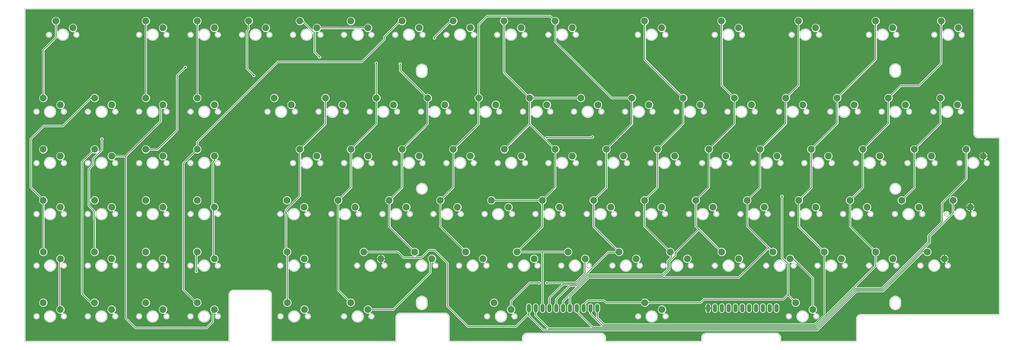
<source format=gbl>
G75*
%MOIN*%
%OFA0B0*%
%FSLAX25Y25*%
%IPPOS*%
%LPD*%
%AMOC8*
5,1,8,0,0,1.08239X$1,22.5*
%
%ADD10C,0.00394*%
%ADD11C,0.10000*%
%ADD12C,0.00000*%
%ADD13C,0.06000*%
%ADD14C,0.01000*%
%ADD15C,0.02600*%
%ADD16C,0.01200*%
D10*
X0003000Y0003833D02*
X0302213Y0003833D01*
X0302213Y0072731D01*
X0302212Y0072731D02*
X0302214Y0072883D01*
X0302220Y0073035D01*
X0302230Y0073187D01*
X0302243Y0073338D01*
X0302261Y0073489D01*
X0302282Y0073640D01*
X0302308Y0073790D01*
X0302337Y0073939D01*
X0302370Y0074088D01*
X0302407Y0074235D01*
X0302447Y0074382D01*
X0302492Y0074527D01*
X0302540Y0074671D01*
X0302592Y0074814D01*
X0302647Y0074956D01*
X0302706Y0075096D01*
X0302769Y0075235D01*
X0302835Y0075372D01*
X0302905Y0075507D01*
X0302978Y0075640D01*
X0303055Y0075771D01*
X0303135Y0075901D01*
X0303218Y0076028D01*
X0303304Y0076153D01*
X0303394Y0076276D01*
X0303487Y0076396D01*
X0303583Y0076514D01*
X0303682Y0076630D01*
X0303784Y0076743D01*
X0303888Y0076853D01*
X0303996Y0076961D01*
X0304106Y0077065D01*
X0304219Y0077167D01*
X0304335Y0077266D01*
X0304453Y0077362D01*
X0304573Y0077455D01*
X0304696Y0077545D01*
X0304821Y0077631D01*
X0304948Y0077714D01*
X0305078Y0077794D01*
X0305209Y0077871D01*
X0305342Y0077944D01*
X0305477Y0078014D01*
X0305614Y0078080D01*
X0305753Y0078143D01*
X0305893Y0078202D01*
X0306035Y0078257D01*
X0306178Y0078309D01*
X0306322Y0078357D01*
X0306467Y0078402D01*
X0306614Y0078442D01*
X0306761Y0078479D01*
X0306910Y0078512D01*
X0307059Y0078541D01*
X0307209Y0078567D01*
X0307360Y0078588D01*
X0307511Y0078606D01*
X0307662Y0078619D01*
X0307814Y0078629D01*
X0307966Y0078635D01*
X0308118Y0078637D01*
X0308118Y0078636D02*
X0357331Y0078636D01*
X0357331Y0078637D02*
X0357483Y0078635D01*
X0357635Y0078629D01*
X0357787Y0078619D01*
X0357938Y0078606D01*
X0358089Y0078588D01*
X0358240Y0078567D01*
X0358390Y0078541D01*
X0358539Y0078512D01*
X0358688Y0078479D01*
X0358835Y0078442D01*
X0358982Y0078402D01*
X0359127Y0078357D01*
X0359271Y0078309D01*
X0359414Y0078257D01*
X0359556Y0078202D01*
X0359696Y0078143D01*
X0359835Y0078080D01*
X0359972Y0078014D01*
X0360107Y0077944D01*
X0360240Y0077871D01*
X0360371Y0077794D01*
X0360501Y0077714D01*
X0360628Y0077631D01*
X0360753Y0077545D01*
X0360876Y0077455D01*
X0360996Y0077362D01*
X0361114Y0077266D01*
X0361230Y0077167D01*
X0361343Y0077065D01*
X0361453Y0076961D01*
X0361561Y0076853D01*
X0361665Y0076743D01*
X0361767Y0076630D01*
X0361866Y0076514D01*
X0361962Y0076396D01*
X0362055Y0076276D01*
X0362145Y0076153D01*
X0362231Y0076028D01*
X0362314Y0075901D01*
X0362394Y0075771D01*
X0362471Y0075640D01*
X0362544Y0075507D01*
X0362614Y0075372D01*
X0362680Y0075235D01*
X0362743Y0075096D01*
X0362802Y0074956D01*
X0362857Y0074814D01*
X0362909Y0074671D01*
X0362957Y0074527D01*
X0363002Y0074382D01*
X0363042Y0074235D01*
X0363079Y0074088D01*
X0363112Y0073939D01*
X0363141Y0073790D01*
X0363167Y0073640D01*
X0363188Y0073489D01*
X0363206Y0073338D01*
X0363219Y0073187D01*
X0363229Y0073035D01*
X0363235Y0072883D01*
X0363237Y0072731D01*
X0363236Y0072731D02*
X0363236Y0003833D01*
X0546307Y0003833D01*
X0546307Y0039266D01*
X0546309Y0039418D01*
X0546315Y0039570D01*
X0546325Y0039722D01*
X0546338Y0039873D01*
X0546356Y0040024D01*
X0546377Y0040175D01*
X0546403Y0040325D01*
X0546432Y0040474D01*
X0546465Y0040623D01*
X0546502Y0040770D01*
X0546542Y0040917D01*
X0546587Y0041062D01*
X0546635Y0041206D01*
X0546687Y0041349D01*
X0546742Y0041491D01*
X0546801Y0041631D01*
X0546864Y0041770D01*
X0546930Y0041907D01*
X0547000Y0042042D01*
X0547073Y0042175D01*
X0547150Y0042306D01*
X0547230Y0042436D01*
X0547313Y0042563D01*
X0547399Y0042688D01*
X0547489Y0042811D01*
X0547582Y0042931D01*
X0547678Y0043049D01*
X0547777Y0043165D01*
X0547879Y0043278D01*
X0547983Y0043388D01*
X0548091Y0043496D01*
X0548201Y0043600D01*
X0548314Y0043702D01*
X0548430Y0043801D01*
X0548548Y0043897D01*
X0548668Y0043990D01*
X0548791Y0044080D01*
X0548916Y0044166D01*
X0549043Y0044249D01*
X0549173Y0044329D01*
X0549304Y0044406D01*
X0549437Y0044479D01*
X0549572Y0044549D01*
X0549709Y0044615D01*
X0549848Y0044678D01*
X0549988Y0044737D01*
X0550130Y0044792D01*
X0550273Y0044844D01*
X0550417Y0044892D01*
X0550562Y0044937D01*
X0550709Y0044977D01*
X0550856Y0045014D01*
X0551005Y0045047D01*
X0551154Y0045076D01*
X0551304Y0045102D01*
X0551455Y0045123D01*
X0551606Y0045141D01*
X0551757Y0045154D01*
X0551909Y0045164D01*
X0552061Y0045170D01*
X0552213Y0045172D01*
X0617173Y0045172D01*
X0617325Y0045170D01*
X0617477Y0045164D01*
X0617629Y0045154D01*
X0617780Y0045141D01*
X0617931Y0045123D01*
X0618082Y0045102D01*
X0618232Y0045076D01*
X0618381Y0045047D01*
X0618530Y0045014D01*
X0618677Y0044977D01*
X0618824Y0044937D01*
X0618969Y0044892D01*
X0619113Y0044844D01*
X0619256Y0044792D01*
X0619398Y0044737D01*
X0619538Y0044678D01*
X0619677Y0044615D01*
X0619814Y0044549D01*
X0619949Y0044479D01*
X0620082Y0044406D01*
X0620213Y0044329D01*
X0620343Y0044249D01*
X0620470Y0044166D01*
X0620595Y0044080D01*
X0620718Y0043990D01*
X0620838Y0043897D01*
X0620956Y0043801D01*
X0621072Y0043702D01*
X0621185Y0043600D01*
X0621295Y0043496D01*
X0621403Y0043388D01*
X0621507Y0043278D01*
X0621609Y0043165D01*
X0621708Y0043049D01*
X0621804Y0042931D01*
X0621897Y0042811D01*
X0621987Y0042688D01*
X0622073Y0042563D01*
X0622156Y0042436D01*
X0622236Y0042306D01*
X0622313Y0042175D01*
X0622386Y0042042D01*
X0622456Y0041907D01*
X0622522Y0041770D01*
X0622585Y0041631D01*
X0622644Y0041491D01*
X0622699Y0041349D01*
X0622751Y0041206D01*
X0622799Y0041062D01*
X0622844Y0040917D01*
X0622884Y0040770D01*
X0622921Y0040623D01*
X0622954Y0040474D01*
X0622983Y0040325D01*
X0623009Y0040175D01*
X0623030Y0040024D01*
X0623048Y0039873D01*
X0623061Y0039722D01*
X0623071Y0039570D01*
X0623077Y0039418D01*
X0623079Y0039266D01*
X0623079Y0003833D01*
X0731346Y0003833D01*
X0731346Y0009739D01*
X0731348Y0009891D01*
X0731354Y0010043D01*
X0731364Y0010195D01*
X0731377Y0010346D01*
X0731395Y0010497D01*
X0731416Y0010648D01*
X0731442Y0010798D01*
X0731471Y0010947D01*
X0731504Y0011096D01*
X0731541Y0011243D01*
X0731581Y0011390D01*
X0731626Y0011535D01*
X0731674Y0011679D01*
X0731726Y0011822D01*
X0731781Y0011964D01*
X0731840Y0012104D01*
X0731903Y0012243D01*
X0731969Y0012380D01*
X0732039Y0012515D01*
X0732112Y0012648D01*
X0732189Y0012779D01*
X0732269Y0012909D01*
X0732352Y0013036D01*
X0732438Y0013161D01*
X0732528Y0013284D01*
X0732621Y0013404D01*
X0732717Y0013522D01*
X0732816Y0013638D01*
X0732918Y0013751D01*
X0733022Y0013861D01*
X0733130Y0013969D01*
X0733240Y0014073D01*
X0733353Y0014175D01*
X0733469Y0014274D01*
X0733587Y0014370D01*
X0733707Y0014463D01*
X0733830Y0014553D01*
X0733955Y0014639D01*
X0734082Y0014722D01*
X0734212Y0014802D01*
X0734343Y0014879D01*
X0734476Y0014952D01*
X0734611Y0015022D01*
X0734748Y0015088D01*
X0734887Y0015151D01*
X0735027Y0015210D01*
X0735169Y0015265D01*
X0735312Y0015317D01*
X0735456Y0015365D01*
X0735601Y0015410D01*
X0735748Y0015450D01*
X0735895Y0015487D01*
X0736044Y0015520D01*
X0736193Y0015549D01*
X0736343Y0015575D01*
X0736494Y0015596D01*
X0736645Y0015614D01*
X0736796Y0015627D01*
X0736948Y0015637D01*
X0737100Y0015643D01*
X0737252Y0015645D01*
X0737252Y0015644D02*
X0845520Y0015644D01*
X0845520Y0015645D02*
X0845672Y0015643D01*
X0845824Y0015637D01*
X0845976Y0015627D01*
X0846127Y0015614D01*
X0846278Y0015596D01*
X0846429Y0015575D01*
X0846579Y0015549D01*
X0846728Y0015520D01*
X0846877Y0015487D01*
X0847024Y0015450D01*
X0847171Y0015410D01*
X0847316Y0015365D01*
X0847460Y0015317D01*
X0847603Y0015265D01*
X0847745Y0015210D01*
X0847885Y0015151D01*
X0848024Y0015088D01*
X0848161Y0015022D01*
X0848296Y0014952D01*
X0848429Y0014879D01*
X0848560Y0014802D01*
X0848690Y0014722D01*
X0848817Y0014639D01*
X0848942Y0014553D01*
X0849065Y0014463D01*
X0849185Y0014370D01*
X0849303Y0014274D01*
X0849419Y0014175D01*
X0849532Y0014073D01*
X0849642Y0013969D01*
X0849750Y0013861D01*
X0849854Y0013751D01*
X0849956Y0013638D01*
X0850055Y0013522D01*
X0850151Y0013404D01*
X0850244Y0013284D01*
X0850334Y0013161D01*
X0850420Y0013036D01*
X0850503Y0012909D01*
X0850583Y0012779D01*
X0850660Y0012648D01*
X0850733Y0012515D01*
X0850803Y0012380D01*
X0850869Y0012243D01*
X0850932Y0012104D01*
X0850991Y0011964D01*
X0851046Y0011822D01*
X0851098Y0011679D01*
X0851146Y0011535D01*
X0851191Y0011390D01*
X0851231Y0011243D01*
X0851268Y0011096D01*
X0851301Y0010947D01*
X0851330Y0010798D01*
X0851356Y0010648D01*
X0851377Y0010497D01*
X0851395Y0010346D01*
X0851408Y0010195D01*
X0851418Y0010043D01*
X0851424Y0009891D01*
X0851426Y0009739D01*
X0851425Y0009739D02*
X0851425Y0003833D01*
X0993157Y0003833D01*
X0993157Y0009739D01*
X0993159Y0009891D01*
X0993165Y0010043D01*
X0993175Y0010195D01*
X0993188Y0010346D01*
X0993206Y0010497D01*
X0993227Y0010648D01*
X0993253Y0010798D01*
X0993282Y0010947D01*
X0993315Y0011096D01*
X0993352Y0011243D01*
X0993392Y0011390D01*
X0993437Y0011535D01*
X0993485Y0011679D01*
X0993537Y0011822D01*
X0993592Y0011964D01*
X0993651Y0012104D01*
X0993714Y0012243D01*
X0993780Y0012380D01*
X0993850Y0012515D01*
X0993923Y0012648D01*
X0994000Y0012779D01*
X0994080Y0012909D01*
X0994163Y0013036D01*
X0994249Y0013161D01*
X0994339Y0013284D01*
X0994432Y0013404D01*
X0994528Y0013522D01*
X0994627Y0013638D01*
X0994729Y0013751D01*
X0994833Y0013861D01*
X0994941Y0013969D01*
X0995051Y0014073D01*
X0995164Y0014175D01*
X0995280Y0014274D01*
X0995398Y0014370D01*
X0995518Y0014463D01*
X0995641Y0014553D01*
X0995766Y0014639D01*
X0995893Y0014722D01*
X0996023Y0014802D01*
X0996154Y0014879D01*
X0996287Y0014952D01*
X0996422Y0015022D01*
X0996559Y0015088D01*
X0996698Y0015151D01*
X0996838Y0015210D01*
X0996980Y0015265D01*
X0997123Y0015317D01*
X0997267Y0015365D01*
X0997412Y0015410D01*
X0997559Y0015450D01*
X0997706Y0015487D01*
X0997855Y0015520D01*
X0998004Y0015549D01*
X0998154Y0015575D01*
X0998305Y0015596D01*
X0998456Y0015614D01*
X0998607Y0015627D01*
X0998759Y0015637D01*
X0998911Y0015643D01*
X0999063Y0015645D01*
X0999063Y0015644D02*
X1101425Y0015644D01*
X1101425Y0015645D02*
X1101577Y0015643D01*
X1101729Y0015637D01*
X1101881Y0015627D01*
X1102032Y0015614D01*
X1102183Y0015596D01*
X1102334Y0015575D01*
X1102484Y0015549D01*
X1102633Y0015520D01*
X1102782Y0015487D01*
X1102929Y0015450D01*
X1103076Y0015410D01*
X1103221Y0015365D01*
X1103365Y0015317D01*
X1103508Y0015265D01*
X1103650Y0015210D01*
X1103790Y0015151D01*
X1103929Y0015088D01*
X1104066Y0015022D01*
X1104201Y0014952D01*
X1104334Y0014879D01*
X1104465Y0014802D01*
X1104595Y0014722D01*
X1104722Y0014639D01*
X1104847Y0014553D01*
X1104970Y0014463D01*
X1105090Y0014370D01*
X1105208Y0014274D01*
X1105324Y0014175D01*
X1105437Y0014073D01*
X1105547Y0013969D01*
X1105655Y0013861D01*
X1105759Y0013751D01*
X1105861Y0013638D01*
X1105960Y0013522D01*
X1106056Y0013404D01*
X1106149Y0013284D01*
X1106239Y0013161D01*
X1106325Y0013036D01*
X1106408Y0012909D01*
X1106488Y0012779D01*
X1106565Y0012648D01*
X1106638Y0012515D01*
X1106708Y0012380D01*
X1106774Y0012243D01*
X1106837Y0012104D01*
X1106896Y0011964D01*
X1106951Y0011822D01*
X1107003Y0011679D01*
X1107051Y0011535D01*
X1107096Y0011390D01*
X1107136Y0011243D01*
X1107173Y0011096D01*
X1107206Y0010947D01*
X1107235Y0010798D01*
X1107261Y0010648D01*
X1107282Y0010497D01*
X1107300Y0010346D01*
X1107313Y0010195D01*
X1107323Y0010043D01*
X1107329Y0009891D01*
X1107331Y0009739D01*
X1107331Y0003833D01*
X1219535Y0003833D01*
X1219535Y0037298D01*
X1219537Y0037450D01*
X1219543Y0037602D01*
X1219553Y0037754D01*
X1219566Y0037905D01*
X1219584Y0038056D01*
X1219605Y0038207D01*
X1219631Y0038357D01*
X1219660Y0038506D01*
X1219693Y0038655D01*
X1219730Y0038802D01*
X1219770Y0038949D01*
X1219815Y0039094D01*
X1219863Y0039238D01*
X1219915Y0039381D01*
X1219970Y0039523D01*
X1220029Y0039663D01*
X1220092Y0039802D01*
X1220158Y0039939D01*
X1220228Y0040074D01*
X1220301Y0040207D01*
X1220378Y0040338D01*
X1220458Y0040468D01*
X1220541Y0040595D01*
X1220627Y0040720D01*
X1220717Y0040843D01*
X1220810Y0040963D01*
X1220906Y0041081D01*
X1221005Y0041197D01*
X1221107Y0041310D01*
X1221211Y0041420D01*
X1221319Y0041528D01*
X1221429Y0041632D01*
X1221542Y0041734D01*
X1221658Y0041833D01*
X1221776Y0041929D01*
X1221896Y0042022D01*
X1222019Y0042112D01*
X1222144Y0042198D01*
X1222271Y0042281D01*
X1222401Y0042361D01*
X1222532Y0042438D01*
X1222665Y0042511D01*
X1222800Y0042581D01*
X1222937Y0042647D01*
X1223076Y0042710D01*
X1223216Y0042769D01*
X1223358Y0042824D01*
X1223501Y0042876D01*
X1223645Y0042924D01*
X1223790Y0042969D01*
X1223937Y0043009D01*
X1224084Y0043046D01*
X1224233Y0043079D01*
X1224382Y0043108D01*
X1224532Y0043134D01*
X1224683Y0043155D01*
X1224834Y0043173D01*
X1224985Y0043186D01*
X1225137Y0043196D01*
X1225289Y0043202D01*
X1225441Y0043204D01*
X1225441Y0043203D02*
X1428197Y0043203D01*
X1428197Y0303046D01*
X1396701Y0303046D01*
X1396701Y0303045D02*
X1396549Y0303047D01*
X1396397Y0303053D01*
X1396245Y0303063D01*
X1396094Y0303076D01*
X1395943Y0303094D01*
X1395792Y0303115D01*
X1395642Y0303141D01*
X1395493Y0303170D01*
X1395344Y0303203D01*
X1395197Y0303240D01*
X1395050Y0303280D01*
X1394905Y0303325D01*
X1394761Y0303373D01*
X1394618Y0303425D01*
X1394476Y0303480D01*
X1394336Y0303539D01*
X1394197Y0303602D01*
X1394060Y0303668D01*
X1393925Y0303738D01*
X1393792Y0303811D01*
X1393661Y0303888D01*
X1393531Y0303968D01*
X1393404Y0304051D01*
X1393279Y0304137D01*
X1393156Y0304227D01*
X1393036Y0304320D01*
X1392918Y0304416D01*
X1392802Y0304515D01*
X1392689Y0304617D01*
X1392579Y0304721D01*
X1392471Y0304829D01*
X1392367Y0304939D01*
X1392265Y0305052D01*
X1392166Y0305168D01*
X1392070Y0305286D01*
X1391977Y0305406D01*
X1391887Y0305529D01*
X1391801Y0305654D01*
X1391718Y0305781D01*
X1391638Y0305911D01*
X1391561Y0306042D01*
X1391488Y0306175D01*
X1391418Y0306310D01*
X1391352Y0306447D01*
X1391289Y0306586D01*
X1391230Y0306726D01*
X1391175Y0306868D01*
X1391123Y0307011D01*
X1391075Y0307155D01*
X1391030Y0307300D01*
X1390990Y0307447D01*
X1390953Y0307594D01*
X1390920Y0307743D01*
X1390891Y0307892D01*
X1390865Y0308042D01*
X1390844Y0308193D01*
X1390826Y0308344D01*
X1390813Y0308495D01*
X1390803Y0308647D01*
X1390797Y0308799D01*
X1390795Y0308951D01*
X1390795Y0492022D01*
X0003000Y0492022D01*
X0003000Y0003833D01*
X0576228Y0058557D02*
X0576228Y0062494D01*
X0576229Y0062494D02*
X0576231Y0062671D01*
X0576238Y0062849D01*
X0576248Y0063026D01*
X0576264Y0063202D01*
X0576283Y0063379D01*
X0576307Y0063554D01*
X0576335Y0063730D01*
X0576367Y0063904D01*
X0576403Y0064078D01*
X0576444Y0064250D01*
X0576489Y0064422D01*
X0576538Y0064592D01*
X0576591Y0064761D01*
X0576648Y0064929D01*
X0576710Y0065096D01*
X0576775Y0065261D01*
X0576844Y0065424D01*
X0576918Y0065585D01*
X0576995Y0065745D01*
X0577076Y0065903D01*
X0577161Y0066058D01*
X0577250Y0066212D01*
X0577342Y0066363D01*
X0577438Y0066513D01*
X0577538Y0066659D01*
X0577641Y0066803D01*
X0577748Y0066945D01*
X0577858Y0067084D01*
X0577971Y0067221D01*
X0578088Y0067354D01*
X0578208Y0067485D01*
X0578331Y0067612D01*
X0578457Y0067737D01*
X0578586Y0067859D01*
X0578718Y0067977D01*
X0578853Y0068092D01*
X0578991Y0068204D01*
X0579131Y0068312D01*
X0579274Y0068417D01*
X0579420Y0068519D01*
X0579568Y0068616D01*
X0579718Y0068711D01*
X0579871Y0068801D01*
X0580025Y0068888D01*
X0580182Y0068971D01*
X0580341Y0069050D01*
X0580501Y0069126D01*
X0580664Y0069197D01*
X0580828Y0069264D01*
X0580993Y0069328D01*
X0581160Y0069387D01*
X0581329Y0069442D01*
X0581499Y0069493D01*
X0581670Y0069540D01*
X0581842Y0069583D01*
X0582015Y0069622D01*
X0582189Y0069656D01*
X0582364Y0069686D01*
X0582539Y0069712D01*
X0582715Y0069733D01*
X0582892Y0069751D01*
X0583069Y0069764D01*
X0583246Y0069772D01*
X0583423Y0069776D01*
X0583601Y0069776D01*
X0583778Y0069772D01*
X0583955Y0069764D01*
X0584132Y0069751D01*
X0584309Y0069733D01*
X0584485Y0069712D01*
X0584660Y0069686D01*
X0584835Y0069656D01*
X0585009Y0069622D01*
X0585182Y0069583D01*
X0585354Y0069540D01*
X0585525Y0069493D01*
X0585695Y0069442D01*
X0585864Y0069387D01*
X0586031Y0069328D01*
X0586196Y0069264D01*
X0586360Y0069197D01*
X0586523Y0069126D01*
X0586683Y0069050D01*
X0586842Y0068971D01*
X0586999Y0068888D01*
X0587154Y0068801D01*
X0587306Y0068711D01*
X0587456Y0068616D01*
X0587604Y0068519D01*
X0587750Y0068417D01*
X0587893Y0068312D01*
X0588033Y0068204D01*
X0588171Y0068092D01*
X0588306Y0067977D01*
X0588438Y0067859D01*
X0588567Y0067737D01*
X0588693Y0067612D01*
X0588816Y0067485D01*
X0588936Y0067354D01*
X0589053Y0067221D01*
X0589166Y0067084D01*
X0589276Y0066945D01*
X0589383Y0066803D01*
X0589486Y0066659D01*
X0589586Y0066513D01*
X0589682Y0066363D01*
X0589774Y0066212D01*
X0589863Y0066058D01*
X0589948Y0065903D01*
X0590029Y0065745D01*
X0590106Y0065585D01*
X0590180Y0065424D01*
X0590249Y0065261D01*
X0590314Y0065096D01*
X0590376Y0064929D01*
X0590433Y0064761D01*
X0590486Y0064592D01*
X0590535Y0064422D01*
X0590580Y0064250D01*
X0590621Y0064078D01*
X0590657Y0063904D01*
X0590689Y0063730D01*
X0590717Y0063554D01*
X0590741Y0063379D01*
X0590760Y0063202D01*
X0590776Y0063026D01*
X0590786Y0062849D01*
X0590793Y0062671D01*
X0590795Y0062494D01*
X0590795Y0058557D01*
X0590793Y0058380D01*
X0590786Y0058202D01*
X0590776Y0058025D01*
X0590760Y0057849D01*
X0590741Y0057672D01*
X0590717Y0057497D01*
X0590689Y0057321D01*
X0590657Y0057147D01*
X0590621Y0056973D01*
X0590580Y0056801D01*
X0590535Y0056629D01*
X0590486Y0056459D01*
X0590433Y0056290D01*
X0590376Y0056122D01*
X0590314Y0055955D01*
X0590249Y0055790D01*
X0590180Y0055627D01*
X0590106Y0055466D01*
X0590029Y0055306D01*
X0589948Y0055148D01*
X0589863Y0054993D01*
X0589774Y0054839D01*
X0589682Y0054688D01*
X0589586Y0054538D01*
X0589486Y0054392D01*
X0589383Y0054248D01*
X0589276Y0054106D01*
X0589166Y0053967D01*
X0589053Y0053830D01*
X0588936Y0053697D01*
X0588816Y0053566D01*
X0588693Y0053439D01*
X0588567Y0053314D01*
X0588438Y0053192D01*
X0588306Y0053074D01*
X0588171Y0052959D01*
X0588033Y0052847D01*
X0587893Y0052739D01*
X0587750Y0052634D01*
X0587604Y0052532D01*
X0587456Y0052435D01*
X0587306Y0052340D01*
X0587154Y0052250D01*
X0586999Y0052163D01*
X0586842Y0052080D01*
X0586683Y0052001D01*
X0586523Y0051925D01*
X0586360Y0051854D01*
X0586196Y0051787D01*
X0586031Y0051723D01*
X0585864Y0051664D01*
X0585695Y0051609D01*
X0585525Y0051558D01*
X0585354Y0051511D01*
X0585182Y0051468D01*
X0585009Y0051429D01*
X0584835Y0051395D01*
X0584660Y0051365D01*
X0584485Y0051339D01*
X0584309Y0051318D01*
X0584132Y0051300D01*
X0583955Y0051287D01*
X0583778Y0051279D01*
X0583601Y0051275D01*
X0583423Y0051275D01*
X0583246Y0051279D01*
X0583069Y0051287D01*
X0582892Y0051300D01*
X0582715Y0051318D01*
X0582539Y0051339D01*
X0582364Y0051365D01*
X0582189Y0051395D01*
X0582015Y0051429D01*
X0581842Y0051468D01*
X0581670Y0051511D01*
X0581499Y0051558D01*
X0581329Y0051609D01*
X0581160Y0051664D01*
X0580993Y0051723D01*
X0580828Y0051787D01*
X0580664Y0051854D01*
X0580501Y0051925D01*
X0580341Y0052001D01*
X0580182Y0052080D01*
X0580025Y0052163D01*
X0579871Y0052250D01*
X0579718Y0052340D01*
X0579568Y0052435D01*
X0579420Y0052532D01*
X0579274Y0052634D01*
X0579131Y0052739D01*
X0578991Y0052847D01*
X0578853Y0052959D01*
X0578718Y0053074D01*
X0578586Y0053192D01*
X0578457Y0053314D01*
X0578331Y0053439D01*
X0578208Y0053566D01*
X0578088Y0053697D01*
X0577971Y0053830D01*
X0577858Y0053967D01*
X0577748Y0054106D01*
X0577641Y0054248D01*
X0577538Y0054392D01*
X0577438Y0054538D01*
X0577342Y0054688D01*
X0577250Y0054839D01*
X0577161Y0054993D01*
X0577076Y0055148D01*
X0576995Y0055306D01*
X0576918Y0055466D01*
X0576844Y0055627D01*
X0576775Y0055790D01*
X0576710Y0055955D01*
X0576648Y0056122D01*
X0576591Y0056290D01*
X0576538Y0056459D01*
X0576489Y0056629D01*
X0576444Y0056801D01*
X0576403Y0056973D01*
X0576367Y0057147D01*
X0576335Y0057321D01*
X0576307Y0057497D01*
X0576283Y0057672D01*
X0576264Y0057849D01*
X0576248Y0058025D01*
X0576238Y0058202D01*
X0576231Y0058380D01*
X0576229Y0058557D01*
X0576130Y0227849D02*
X0576132Y0228033D01*
X0576139Y0228216D01*
X0576150Y0228399D01*
X0576166Y0228582D01*
X0576186Y0228765D01*
X0576211Y0228947D01*
X0576240Y0229128D01*
X0576274Y0229308D01*
X0576312Y0229488D01*
X0576354Y0229666D01*
X0576401Y0229844D01*
X0576452Y0230020D01*
X0576508Y0230195D01*
X0576567Y0230369D01*
X0576631Y0230541D01*
X0576699Y0230711D01*
X0576772Y0230880D01*
X0576848Y0231047D01*
X0576929Y0231212D01*
X0577013Y0231375D01*
X0577102Y0231536D01*
X0577194Y0231694D01*
X0577290Y0231851D01*
X0577391Y0232005D01*
X0577494Y0232156D01*
X0577602Y0232305D01*
X0577713Y0232451D01*
X0577828Y0232594D01*
X0577946Y0232735D01*
X0578068Y0232872D01*
X0578193Y0233007D01*
X0578321Y0233138D01*
X0578452Y0233266D01*
X0578587Y0233391D01*
X0578724Y0233513D01*
X0578865Y0233631D01*
X0579008Y0233746D01*
X0579154Y0233857D01*
X0579303Y0233965D01*
X0579454Y0234068D01*
X0579608Y0234169D01*
X0579765Y0234265D01*
X0579923Y0234357D01*
X0580084Y0234446D01*
X0580247Y0234530D01*
X0580412Y0234611D01*
X0580579Y0234687D01*
X0580748Y0234760D01*
X0580918Y0234828D01*
X0581090Y0234892D01*
X0581264Y0234951D01*
X0581439Y0235007D01*
X0581615Y0235058D01*
X0581793Y0235105D01*
X0581971Y0235147D01*
X0582151Y0235185D01*
X0582331Y0235219D01*
X0582512Y0235248D01*
X0582694Y0235273D01*
X0582877Y0235293D01*
X0583060Y0235309D01*
X0583243Y0235320D01*
X0583426Y0235327D01*
X0583610Y0235329D01*
X0583794Y0235327D01*
X0583977Y0235320D01*
X0584160Y0235309D01*
X0584343Y0235293D01*
X0584526Y0235273D01*
X0584708Y0235248D01*
X0584889Y0235219D01*
X0585069Y0235185D01*
X0585249Y0235147D01*
X0585427Y0235105D01*
X0585605Y0235058D01*
X0585781Y0235007D01*
X0585956Y0234951D01*
X0586130Y0234892D01*
X0586302Y0234828D01*
X0586472Y0234760D01*
X0586641Y0234687D01*
X0586808Y0234611D01*
X0586973Y0234530D01*
X0587136Y0234446D01*
X0587297Y0234357D01*
X0587455Y0234265D01*
X0587612Y0234169D01*
X0587766Y0234068D01*
X0587917Y0233965D01*
X0588066Y0233857D01*
X0588212Y0233746D01*
X0588355Y0233631D01*
X0588496Y0233513D01*
X0588633Y0233391D01*
X0588768Y0233266D01*
X0588899Y0233138D01*
X0589027Y0233007D01*
X0589152Y0232872D01*
X0589274Y0232735D01*
X0589392Y0232594D01*
X0589507Y0232451D01*
X0589618Y0232305D01*
X0589726Y0232156D01*
X0589829Y0232005D01*
X0589930Y0231851D01*
X0590026Y0231694D01*
X0590118Y0231536D01*
X0590207Y0231375D01*
X0590291Y0231212D01*
X0590372Y0231047D01*
X0590448Y0230880D01*
X0590521Y0230711D01*
X0590589Y0230541D01*
X0590653Y0230369D01*
X0590712Y0230195D01*
X0590768Y0230020D01*
X0590819Y0229844D01*
X0590866Y0229666D01*
X0590908Y0229488D01*
X0590946Y0229308D01*
X0590980Y0229128D01*
X0591009Y0228947D01*
X0591034Y0228765D01*
X0591054Y0228582D01*
X0591070Y0228399D01*
X0591081Y0228216D01*
X0591088Y0228033D01*
X0591090Y0227849D01*
X0591088Y0227665D01*
X0591081Y0227482D01*
X0591070Y0227299D01*
X0591054Y0227116D01*
X0591034Y0226933D01*
X0591009Y0226751D01*
X0590980Y0226570D01*
X0590946Y0226390D01*
X0590908Y0226210D01*
X0590866Y0226032D01*
X0590819Y0225854D01*
X0590768Y0225678D01*
X0590712Y0225503D01*
X0590653Y0225329D01*
X0590589Y0225157D01*
X0590521Y0224987D01*
X0590448Y0224818D01*
X0590372Y0224651D01*
X0590291Y0224486D01*
X0590207Y0224323D01*
X0590118Y0224162D01*
X0590026Y0224004D01*
X0589930Y0223847D01*
X0589829Y0223693D01*
X0589726Y0223542D01*
X0589618Y0223393D01*
X0589507Y0223247D01*
X0589392Y0223104D01*
X0589274Y0222963D01*
X0589152Y0222826D01*
X0589027Y0222691D01*
X0588899Y0222560D01*
X0588768Y0222432D01*
X0588633Y0222307D01*
X0588496Y0222185D01*
X0588355Y0222067D01*
X0588212Y0221952D01*
X0588066Y0221841D01*
X0587917Y0221733D01*
X0587766Y0221630D01*
X0587612Y0221529D01*
X0587455Y0221433D01*
X0587297Y0221341D01*
X0587136Y0221252D01*
X0586973Y0221168D01*
X0586808Y0221087D01*
X0586641Y0221011D01*
X0586472Y0220938D01*
X0586302Y0220870D01*
X0586130Y0220806D01*
X0585956Y0220747D01*
X0585781Y0220691D01*
X0585605Y0220640D01*
X0585427Y0220593D01*
X0585249Y0220551D01*
X0585069Y0220513D01*
X0584889Y0220479D01*
X0584708Y0220450D01*
X0584526Y0220425D01*
X0584343Y0220405D01*
X0584160Y0220389D01*
X0583977Y0220378D01*
X0583794Y0220371D01*
X0583610Y0220369D01*
X0583426Y0220371D01*
X0583243Y0220378D01*
X0583060Y0220389D01*
X0582877Y0220405D01*
X0582694Y0220425D01*
X0582512Y0220450D01*
X0582331Y0220479D01*
X0582151Y0220513D01*
X0581971Y0220551D01*
X0581793Y0220593D01*
X0581615Y0220640D01*
X0581439Y0220691D01*
X0581264Y0220747D01*
X0581090Y0220806D01*
X0580918Y0220870D01*
X0580748Y0220938D01*
X0580579Y0221011D01*
X0580412Y0221087D01*
X0580247Y0221168D01*
X0580084Y0221252D01*
X0579923Y0221341D01*
X0579765Y0221433D01*
X0579608Y0221529D01*
X0579454Y0221630D01*
X0579303Y0221733D01*
X0579154Y0221841D01*
X0579008Y0221952D01*
X0578865Y0222067D01*
X0578724Y0222185D01*
X0578587Y0222307D01*
X0578452Y0222432D01*
X0578321Y0222560D01*
X0578193Y0222691D01*
X0578068Y0222826D01*
X0577946Y0222963D01*
X0577828Y0223104D01*
X0577713Y0223247D01*
X0577602Y0223393D01*
X0577494Y0223542D01*
X0577391Y0223693D01*
X0577290Y0223847D01*
X0577194Y0224004D01*
X0577102Y0224162D01*
X0577013Y0224323D01*
X0576929Y0224486D01*
X0576848Y0224651D01*
X0576772Y0224818D01*
X0576699Y0224987D01*
X0576631Y0225157D01*
X0576567Y0225329D01*
X0576508Y0225503D01*
X0576452Y0225678D01*
X0576401Y0225854D01*
X0576354Y0226032D01*
X0576312Y0226210D01*
X0576274Y0226390D01*
X0576240Y0226570D01*
X0576211Y0226751D01*
X0576186Y0226933D01*
X0576166Y0227116D01*
X0576150Y0227299D01*
X0576139Y0227482D01*
X0576132Y0227665D01*
X0576130Y0227849D01*
X0576228Y0398715D02*
X0576228Y0402652D01*
X0576229Y0402652D02*
X0576231Y0402829D01*
X0576238Y0403007D01*
X0576248Y0403184D01*
X0576264Y0403360D01*
X0576283Y0403537D01*
X0576307Y0403712D01*
X0576335Y0403888D01*
X0576367Y0404062D01*
X0576403Y0404236D01*
X0576444Y0404408D01*
X0576489Y0404580D01*
X0576538Y0404750D01*
X0576591Y0404919D01*
X0576648Y0405087D01*
X0576710Y0405254D01*
X0576775Y0405419D01*
X0576844Y0405582D01*
X0576918Y0405743D01*
X0576995Y0405903D01*
X0577076Y0406061D01*
X0577161Y0406216D01*
X0577250Y0406370D01*
X0577342Y0406521D01*
X0577438Y0406671D01*
X0577538Y0406817D01*
X0577641Y0406961D01*
X0577748Y0407103D01*
X0577858Y0407242D01*
X0577971Y0407379D01*
X0578088Y0407512D01*
X0578208Y0407643D01*
X0578331Y0407770D01*
X0578457Y0407895D01*
X0578586Y0408017D01*
X0578718Y0408135D01*
X0578853Y0408250D01*
X0578991Y0408362D01*
X0579131Y0408470D01*
X0579274Y0408575D01*
X0579420Y0408677D01*
X0579568Y0408774D01*
X0579718Y0408869D01*
X0579871Y0408959D01*
X0580025Y0409046D01*
X0580182Y0409129D01*
X0580341Y0409208D01*
X0580501Y0409284D01*
X0580664Y0409355D01*
X0580828Y0409422D01*
X0580993Y0409486D01*
X0581160Y0409545D01*
X0581329Y0409600D01*
X0581499Y0409651D01*
X0581670Y0409698D01*
X0581842Y0409741D01*
X0582015Y0409780D01*
X0582189Y0409814D01*
X0582364Y0409844D01*
X0582539Y0409870D01*
X0582715Y0409891D01*
X0582892Y0409909D01*
X0583069Y0409922D01*
X0583246Y0409930D01*
X0583423Y0409934D01*
X0583601Y0409934D01*
X0583778Y0409930D01*
X0583955Y0409922D01*
X0584132Y0409909D01*
X0584309Y0409891D01*
X0584485Y0409870D01*
X0584660Y0409844D01*
X0584835Y0409814D01*
X0585009Y0409780D01*
X0585182Y0409741D01*
X0585354Y0409698D01*
X0585525Y0409651D01*
X0585695Y0409600D01*
X0585864Y0409545D01*
X0586031Y0409486D01*
X0586196Y0409422D01*
X0586360Y0409355D01*
X0586523Y0409284D01*
X0586683Y0409208D01*
X0586842Y0409129D01*
X0586999Y0409046D01*
X0587154Y0408959D01*
X0587306Y0408869D01*
X0587456Y0408774D01*
X0587604Y0408677D01*
X0587750Y0408575D01*
X0587893Y0408470D01*
X0588033Y0408362D01*
X0588171Y0408250D01*
X0588306Y0408135D01*
X0588438Y0408017D01*
X0588567Y0407895D01*
X0588693Y0407770D01*
X0588816Y0407643D01*
X0588936Y0407512D01*
X0589053Y0407379D01*
X0589166Y0407242D01*
X0589276Y0407103D01*
X0589383Y0406961D01*
X0589486Y0406817D01*
X0589586Y0406671D01*
X0589682Y0406521D01*
X0589774Y0406370D01*
X0589863Y0406216D01*
X0589948Y0406061D01*
X0590029Y0405903D01*
X0590106Y0405743D01*
X0590180Y0405582D01*
X0590249Y0405419D01*
X0590314Y0405254D01*
X0590376Y0405087D01*
X0590433Y0404919D01*
X0590486Y0404750D01*
X0590535Y0404580D01*
X0590580Y0404408D01*
X0590621Y0404236D01*
X0590657Y0404062D01*
X0590689Y0403888D01*
X0590717Y0403712D01*
X0590741Y0403537D01*
X0590760Y0403360D01*
X0590776Y0403184D01*
X0590786Y0403007D01*
X0590793Y0402829D01*
X0590795Y0402652D01*
X0590795Y0398715D01*
X0590793Y0398538D01*
X0590786Y0398360D01*
X0590776Y0398183D01*
X0590760Y0398007D01*
X0590741Y0397830D01*
X0590717Y0397655D01*
X0590689Y0397479D01*
X0590657Y0397305D01*
X0590621Y0397131D01*
X0590580Y0396959D01*
X0590535Y0396787D01*
X0590486Y0396617D01*
X0590433Y0396448D01*
X0590376Y0396280D01*
X0590314Y0396113D01*
X0590249Y0395948D01*
X0590180Y0395785D01*
X0590106Y0395624D01*
X0590029Y0395464D01*
X0589948Y0395306D01*
X0589863Y0395151D01*
X0589774Y0394997D01*
X0589682Y0394846D01*
X0589586Y0394696D01*
X0589486Y0394550D01*
X0589383Y0394406D01*
X0589276Y0394264D01*
X0589166Y0394125D01*
X0589053Y0393988D01*
X0588936Y0393855D01*
X0588816Y0393724D01*
X0588693Y0393597D01*
X0588567Y0393472D01*
X0588438Y0393350D01*
X0588306Y0393232D01*
X0588171Y0393117D01*
X0588033Y0393005D01*
X0587893Y0392897D01*
X0587750Y0392792D01*
X0587604Y0392690D01*
X0587456Y0392593D01*
X0587306Y0392498D01*
X0587154Y0392408D01*
X0586999Y0392321D01*
X0586842Y0392238D01*
X0586683Y0392159D01*
X0586523Y0392083D01*
X0586360Y0392012D01*
X0586196Y0391945D01*
X0586031Y0391881D01*
X0585864Y0391822D01*
X0585695Y0391767D01*
X0585525Y0391716D01*
X0585354Y0391669D01*
X0585182Y0391626D01*
X0585009Y0391587D01*
X0584835Y0391553D01*
X0584660Y0391523D01*
X0584485Y0391497D01*
X0584309Y0391476D01*
X0584132Y0391458D01*
X0583955Y0391445D01*
X0583778Y0391437D01*
X0583601Y0391433D01*
X0583423Y0391433D01*
X0583246Y0391437D01*
X0583069Y0391445D01*
X0582892Y0391458D01*
X0582715Y0391476D01*
X0582539Y0391497D01*
X0582364Y0391523D01*
X0582189Y0391553D01*
X0582015Y0391587D01*
X0581842Y0391626D01*
X0581670Y0391669D01*
X0581499Y0391716D01*
X0581329Y0391767D01*
X0581160Y0391822D01*
X0580993Y0391881D01*
X0580828Y0391945D01*
X0580664Y0392012D01*
X0580501Y0392083D01*
X0580341Y0392159D01*
X0580182Y0392238D01*
X0580025Y0392321D01*
X0579871Y0392408D01*
X0579718Y0392498D01*
X0579568Y0392593D01*
X0579420Y0392690D01*
X0579274Y0392792D01*
X0579131Y0392897D01*
X0578991Y0393005D01*
X0578853Y0393117D01*
X0578718Y0393232D01*
X0578586Y0393350D01*
X0578457Y0393472D01*
X0578331Y0393597D01*
X0578208Y0393724D01*
X0578088Y0393855D01*
X0577971Y0393988D01*
X0577858Y0394125D01*
X0577748Y0394264D01*
X0577641Y0394406D01*
X0577538Y0394550D01*
X0577438Y0394696D01*
X0577342Y0394846D01*
X0577250Y0394997D01*
X0577161Y0395151D01*
X0577076Y0395306D01*
X0576995Y0395464D01*
X0576918Y0395624D01*
X0576844Y0395785D01*
X0576775Y0395948D01*
X0576710Y0396113D01*
X0576648Y0396280D01*
X0576591Y0396448D01*
X0576538Y0396617D01*
X0576489Y0396787D01*
X0576444Y0396959D01*
X0576403Y0397131D01*
X0576367Y0397305D01*
X0576335Y0397479D01*
X0576307Y0397655D01*
X0576283Y0397830D01*
X0576264Y0398007D01*
X0576248Y0398183D01*
X0576238Y0398360D01*
X0576231Y0398538D01*
X0576229Y0398715D01*
X1268354Y0399109D02*
X1268354Y0403046D01*
X1268355Y0403046D02*
X1268357Y0403223D01*
X1268364Y0403401D01*
X1268374Y0403578D01*
X1268390Y0403754D01*
X1268409Y0403931D01*
X1268433Y0404106D01*
X1268461Y0404282D01*
X1268493Y0404456D01*
X1268529Y0404630D01*
X1268570Y0404802D01*
X1268615Y0404974D01*
X1268664Y0405144D01*
X1268717Y0405313D01*
X1268774Y0405481D01*
X1268836Y0405648D01*
X1268901Y0405813D01*
X1268970Y0405976D01*
X1269044Y0406137D01*
X1269121Y0406297D01*
X1269202Y0406455D01*
X1269287Y0406610D01*
X1269376Y0406764D01*
X1269468Y0406915D01*
X1269564Y0407065D01*
X1269664Y0407211D01*
X1269767Y0407355D01*
X1269874Y0407497D01*
X1269984Y0407636D01*
X1270097Y0407773D01*
X1270214Y0407906D01*
X1270334Y0408037D01*
X1270457Y0408164D01*
X1270583Y0408289D01*
X1270712Y0408411D01*
X1270844Y0408529D01*
X1270979Y0408644D01*
X1271117Y0408756D01*
X1271257Y0408864D01*
X1271400Y0408969D01*
X1271546Y0409071D01*
X1271694Y0409168D01*
X1271844Y0409263D01*
X1271997Y0409353D01*
X1272151Y0409440D01*
X1272308Y0409523D01*
X1272467Y0409602D01*
X1272627Y0409678D01*
X1272790Y0409749D01*
X1272954Y0409816D01*
X1273119Y0409880D01*
X1273286Y0409939D01*
X1273455Y0409994D01*
X1273625Y0410045D01*
X1273796Y0410092D01*
X1273968Y0410135D01*
X1274141Y0410174D01*
X1274315Y0410208D01*
X1274490Y0410238D01*
X1274665Y0410264D01*
X1274841Y0410285D01*
X1275018Y0410303D01*
X1275195Y0410316D01*
X1275372Y0410324D01*
X1275549Y0410328D01*
X1275727Y0410328D01*
X1275904Y0410324D01*
X1276081Y0410316D01*
X1276258Y0410303D01*
X1276435Y0410285D01*
X1276611Y0410264D01*
X1276786Y0410238D01*
X1276961Y0410208D01*
X1277135Y0410174D01*
X1277308Y0410135D01*
X1277480Y0410092D01*
X1277651Y0410045D01*
X1277821Y0409994D01*
X1277990Y0409939D01*
X1278157Y0409880D01*
X1278322Y0409816D01*
X1278486Y0409749D01*
X1278649Y0409678D01*
X1278809Y0409602D01*
X1278968Y0409523D01*
X1279125Y0409440D01*
X1279280Y0409353D01*
X1279432Y0409263D01*
X1279582Y0409168D01*
X1279730Y0409071D01*
X1279876Y0408969D01*
X1280019Y0408864D01*
X1280159Y0408756D01*
X1280297Y0408644D01*
X1280432Y0408529D01*
X1280564Y0408411D01*
X1280693Y0408289D01*
X1280819Y0408164D01*
X1280942Y0408037D01*
X1281062Y0407906D01*
X1281179Y0407773D01*
X1281292Y0407636D01*
X1281402Y0407497D01*
X1281509Y0407355D01*
X1281612Y0407211D01*
X1281712Y0407065D01*
X1281808Y0406915D01*
X1281900Y0406764D01*
X1281989Y0406610D01*
X1282074Y0406455D01*
X1282155Y0406297D01*
X1282232Y0406137D01*
X1282306Y0405976D01*
X1282375Y0405813D01*
X1282440Y0405648D01*
X1282502Y0405481D01*
X1282559Y0405313D01*
X1282612Y0405144D01*
X1282661Y0404974D01*
X1282706Y0404802D01*
X1282747Y0404630D01*
X1282783Y0404456D01*
X1282815Y0404282D01*
X1282843Y0404106D01*
X1282867Y0403931D01*
X1282886Y0403754D01*
X1282902Y0403578D01*
X1282912Y0403401D01*
X1282919Y0403223D01*
X1282921Y0403046D01*
X1282921Y0399109D01*
X1282919Y0398932D01*
X1282912Y0398754D01*
X1282902Y0398577D01*
X1282886Y0398401D01*
X1282867Y0398224D01*
X1282843Y0398049D01*
X1282815Y0397873D01*
X1282783Y0397699D01*
X1282747Y0397525D01*
X1282706Y0397353D01*
X1282661Y0397181D01*
X1282612Y0397011D01*
X1282559Y0396842D01*
X1282502Y0396674D01*
X1282440Y0396507D01*
X1282375Y0396342D01*
X1282306Y0396179D01*
X1282232Y0396018D01*
X1282155Y0395858D01*
X1282074Y0395700D01*
X1281989Y0395545D01*
X1281900Y0395391D01*
X1281808Y0395240D01*
X1281712Y0395090D01*
X1281612Y0394944D01*
X1281509Y0394800D01*
X1281402Y0394658D01*
X1281292Y0394519D01*
X1281179Y0394382D01*
X1281062Y0394249D01*
X1280942Y0394118D01*
X1280819Y0393991D01*
X1280693Y0393866D01*
X1280564Y0393744D01*
X1280432Y0393626D01*
X1280297Y0393511D01*
X1280159Y0393399D01*
X1280019Y0393291D01*
X1279876Y0393186D01*
X1279730Y0393084D01*
X1279582Y0392987D01*
X1279432Y0392892D01*
X1279280Y0392802D01*
X1279125Y0392715D01*
X1278968Y0392632D01*
X1278809Y0392553D01*
X1278649Y0392477D01*
X1278486Y0392406D01*
X1278322Y0392339D01*
X1278157Y0392275D01*
X1277990Y0392216D01*
X1277821Y0392161D01*
X1277651Y0392110D01*
X1277480Y0392063D01*
X1277308Y0392020D01*
X1277135Y0391981D01*
X1276961Y0391947D01*
X1276786Y0391917D01*
X1276611Y0391891D01*
X1276435Y0391870D01*
X1276258Y0391852D01*
X1276081Y0391839D01*
X1275904Y0391831D01*
X1275727Y0391827D01*
X1275549Y0391827D01*
X1275372Y0391831D01*
X1275195Y0391839D01*
X1275018Y0391852D01*
X1274841Y0391870D01*
X1274665Y0391891D01*
X1274490Y0391917D01*
X1274315Y0391947D01*
X1274141Y0391981D01*
X1273968Y0392020D01*
X1273796Y0392063D01*
X1273625Y0392110D01*
X1273455Y0392161D01*
X1273286Y0392216D01*
X1273119Y0392275D01*
X1272954Y0392339D01*
X1272790Y0392406D01*
X1272627Y0392477D01*
X1272467Y0392553D01*
X1272308Y0392632D01*
X1272151Y0392715D01*
X1271997Y0392802D01*
X1271844Y0392892D01*
X1271694Y0392987D01*
X1271546Y0393084D01*
X1271400Y0393186D01*
X1271257Y0393291D01*
X1271117Y0393399D01*
X1270979Y0393511D01*
X1270844Y0393626D01*
X1270712Y0393744D01*
X1270583Y0393866D01*
X1270457Y0393991D01*
X1270334Y0394118D01*
X1270214Y0394249D01*
X1270097Y0394382D01*
X1269984Y0394519D01*
X1269874Y0394658D01*
X1269767Y0394800D01*
X1269664Y0394944D01*
X1269564Y0395090D01*
X1269468Y0395240D01*
X1269376Y0395391D01*
X1269287Y0395545D01*
X1269202Y0395700D01*
X1269121Y0395858D01*
X1269044Y0396018D01*
X1268970Y0396179D01*
X1268901Y0396342D01*
X1268836Y0396507D01*
X1268774Y0396674D01*
X1268717Y0396842D01*
X1268664Y0397011D01*
X1268615Y0397181D01*
X1268570Y0397353D01*
X1268529Y0397525D01*
X1268493Y0397699D01*
X1268461Y0397873D01*
X1268433Y0398049D01*
X1268409Y0398224D01*
X1268390Y0398401D01*
X1268374Y0398577D01*
X1268364Y0398754D01*
X1268357Y0398932D01*
X1268355Y0399109D01*
X1268158Y0227947D02*
X1268160Y0228131D01*
X1268167Y0228314D01*
X1268178Y0228497D01*
X1268194Y0228680D01*
X1268214Y0228863D01*
X1268239Y0229045D01*
X1268268Y0229226D01*
X1268302Y0229406D01*
X1268340Y0229586D01*
X1268382Y0229764D01*
X1268429Y0229942D01*
X1268480Y0230118D01*
X1268536Y0230293D01*
X1268595Y0230467D01*
X1268659Y0230639D01*
X1268727Y0230809D01*
X1268800Y0230978D01*
X1268876Y0231145D01*
X1268957Y0231310D01*
X1269041Y0231473D01*
X1269130Y0231634D01*
X1269222Y0231792D01*
X1269318Y0231949D01*
X1269419Y0232103D01*
X1269522Y0232254D01*
X1269630Y0232403D01*
X1269741Y0232549D01*
X1269856Y0232692D01*
X1269974Y0232833D01*
X1270096Y0232970D01*
X1270221Y0233105D01*
X1270349Y0233236D01*
X1270480Y0233364D01*
X1270615Y0233489D01*
X1270752Y0233611D01*
X1270893Y0233729D01*
X1271036Y0233844D01*
X1271182Y0233955D01*
X1271331Y0234063D01*
X1271482Y0234166D01*
X1271636Y0234267D01*
X1271793Y0234363D01*
X1271951Y0234455D01*
X1272112Y0234544D01*
X1272275Y0234628D01*
X1272440Y0234709D01*
X1272607Y0234785D01*
X1272776Y0234858D01*
X1272946Y0234926D01*
X1273118Y0234990D01*
X1273292Y0235049D01*
X1273467Y0235105D01*
X1273643Y0235156D01*
X1273821Y0235203D01*
X1273999Y0235245D01*
X1274179Y0235283D01*
X1274359Y0235317D01*
X1274540Y0235346D01*
X1274722Y0235371D01*
X1274905Y0235391D01*
X1275088Y0235407D01*
X1275271Y0235418D01*
X1275454Y0235425D01*
X1275638Y0235427D01*
X1275822Y0235425D01*
X1276005Y0235418D01*
X1276188Y0235407D01*
X1276371Y0235391D01*
X1276554Y0235371D01*
X1276736Y0235346D01*
X1276917Y0235317D01*
X1277097Y0235283D01*
X1277277Y0235245D01*
X1277455Y0235203D01*
X1277633Y0235156D01*
X1277809Y0235105D01*
X1277984Y0235049D01*
X1278158Y0234990D01*
X1278330Y0234926D01*
X1278500Y0234858D01*
X1278669Y0234785D01*
X1278836Y0234709D01*
X1279001Y0234628D01*
X1279164Y0234544D01*
X1279325Y0234455D01*
X1279483Y0234363D01*
X1279640Y0234267D01*
X1279794Y0234166D01*
X1279945Y0234063D01*
X1280094Y0233955D01*
X1280240Y0233844D01*
X1280383Y0233729D01*
X1280524Y0233611D01*
X1280661Y0233489D01*
X1280796Y0233364D01*
X1280927Y0233236D01*
X1281055Y0233105D01*
X1281180Y0232970D01*
X1281302Y0232833D01*
X1281420Y0232692D01*
X1281535Y0232549D01*
X1281646Y0232403D01*
X1281754Y0232254D01*
X1281857Y0232103D01*
X1281958Y0231949D01*
X1282054Y0231792D01*
X1282146Y0231634D01*
X1282235Y0231473D01*
X1282319Y0231310D01*
X1282400Y0231145D01*
X1282476Y0230978D01*
X1282549Y0230809D01*
X1282617Y0230639D01*
X1282681Y0230467D01*
X1282740Y0230293D01*
X1282796Y0230118D01*
X1282847Y0229942D01*
X1282894Y0229764D01*
X1282936Y0229586D01*
X1282974Y0229406D01*
X1283008Y0229226D01*
X1283037Y0229045D01*
X1283062Y0228863D01*
X1283082Y0228680D01*
X1283098Y0228497D01*
X1283109Y0228314D01*
X1283116Y0228131D01*
X1283118Y0227947D01*
X1283116Y0227763D01*
X1283109Y0227580D01*
X1283098Y0227397D01*
X1283082Y0227214D01*
X1283062Y0227031D01*
X1283037Y0226849D01*
X1283008Y0226668D01*
X1282974Y0226488D01*
X1282936Y0226308D01*
X1282894Y0226130D01*
X1282847Y0225952D01*
X1282796Y0225776D01*
X1282740Y0225601D01*
X1282681Y0225427D01*
X1282617Y0225255D01*
X1282549Y0225085D01*
X1282476Y0224916D01*
X1282400Y0224749D01*
X1282319Y0224584D01*
X1282235Y0224421D01*
X1282146Y0224260D01*
X1282054Y0224102D01*
X1281958Y0223945D01*
X1281857Y0223791D01*
X1281754Y0223640D01*
X1281646Y0223491D01*
X1281535Y0223345D01*
X1281420Y0223202D01*
X1281302Y0223061D01*
X1281180Y0222924D01*
X1281055Y0222789D01*
X1280927Y0222658D01*
X1280796Y0222530D01*
X1280661Y0222405D01*
X1280524Y0222283D01*
X1280383Y0222165D01*
X1280240Y0222050D01*
X1280094Y0221939D01*
X1279945Y0221831D01*
X1279794Y0221728D01*
X1279640Y0221627D01*
X1279483Y0221531D01*
X1279325Y0221439D01*
X1279164Y0221350D01*
X1279001Y0221266D01*
X1278836Y0221185D01*
X1278669Y0221109D01*
X1278500Y0221036D01*
X1278330Y0220968D01*
X1278158Y0220904D01*
X1277984Y0220845D01*
X1277809Y0220789D01*
X1277633Y0220738D01*
X1277455Y0220691D01*
X1277277Y0220649D01*
X1277097Y0220611D01*
X1276917Y0220577D01*
X1276736Y0220548D01*
X1276554Y0220523D01*
X1276371Y0220503D01*
X1276188Y0220487D01*
X1276005Y0220476D01*
X1275822Y0220469D01*
X1275638Y0220467D01*
X1275454Y0220469D01*
X1275271Y0220476D01*
X1275088Y0220487D01*
X1274905Y0220503D01*
X1274722Y0220523D01*
X1274540Y0220548D01*
X1274359Y0220577D01*
X1274179Y0220611D01*
X1273999Y0220649D01*
X1273821Y0220691D01*
X1273643Y0220738D01*
X1273467Y0220789D01*
X1273292Y0220845D01*
X1273118Y0220904D01*
X1272946Y0220968D01*
X1272776Y0221036D01*
X1272607Y0221109D01*
X1272440Y0221185D01*
X1272275Y0221266D01*
X1272112Y0221350D01*
X1271951Y0221439D01*
X1271793Y0221531D01*
X1271636Y0221627D01*
X1271482Y0221728D01*
X1271331Y0221831D01*
X1271182Y0221939D01*
X1271036Y0222050D01*
X1270893Y0222165D01*
X1270752Y0222283D01*
X1270615Y0222405D01*
X1270480Y0222530D01*
X1270349Y0222658D01*
X1270221Y0222789D01*
X1270096Y0222924D01*
X1269974Y0223061D01*
X1269856Y0223202D01*
X1269741Y0223345D01*
X1269630Y0223491D01*
X1269522Y0223640D01*
X1269419Y0223791D01*
X1269318Y0223945D01*
X1269222Y0224102D01*
X1269130Y0224260D01*
X1269041Y0224421D01*
X1268957Y0224584D01*
X1268876Y0224749D01*
X1268800Y0224916D01*
X1268727Y0225085D01*
X1268659Y0225255D01*
X1268595Y0225427D01*
X1268536Y0225601D01*
X1268480Y0225776D01*
X1268429Y0225952D01*
X1268382Y0226130D01*
X1268340Y0226308D01*
X1268302Y0226488D01*
X1268268Y0226668D01*
X1268239Y0226849D01*
X1268214Y0227031D01*
X1268194Y0227214D01*
X1268178Y0227397D01*
X1268167Y0227580D01*
X1268160Y0227763D01*
X1268158Y0227947D01*
X1268354Y0062494D02*
X1268354Y0058557D01*
X1268355Y0058557D02*
X1268357Y0058380D01*
X1268364Y0058202D01*
X1268374Y0058025D01*
X1268390Y0057849D01*
X1268409Y0057672D01*
X1268433Y0057497D01*
X1268461Y0057321D01*
X1268493Y0057147D01*
X1268529Y0056973D01*
X1268570Y0056801D01*
X1268615Y0056629D01*
X1268664Y0056459D01*
X1268717Y0056290D01*
X1268774Y0056122D01*
X1268836Y0055955D01*
X1268901Y0055790D01*
X1268970Y0055627D01*
X1269044Y0055466D01*
X1269121Y0055306D01*
X1269202Y0055148D01*
X1269287Y0054993D01*
X1269376Y0054839D01*
X1269468Y0054688D01*
X1269564Y0054538D01*
X1269664Y0054392D01*
X1269767Y0054248D01*
X1269874Y0054106D01*
X1269984Y0053967D01*
X1270097Y0053830D01*
X1270214Y0053697D01*
X1270334Y0053566D01*
X1270457Y0053439D01*
X1270583Y0053314D01*
X1270712Y0053192D01*
X1270844Y0053074D01*
X1270979Y0052959D01*
X1271117Y0052847D01*
X1271257Y0052739D01*
X1271400Y0052634D01*
X1271546Y0052532D01*
X1271694Y0052435D01*
X1271844Y0052340D01*
X1271997Y0052250D01*
X1272151Y0052163D01*
X1272308Y0052080D01*
X1272467Y0052001D01*
X1272627Y0051925D01*
X1272790Y0051854D01*
X1272954Y0051787D01*
X1273119Y0051723D01*
X1273286Y0051664D01*
X1273455Y0051609D01*
X1273625Y0051558D01*
X1273796Y0051511D01*
X1273968Y0051468D01*
X1274141Y0051429D01*
X1274315Y0051395D01*
X1274490Y0051365D01*
X1274665Y0051339D01*
X1274841Y0051318D01*
X1275018Y0051300D01*
X1275195Y0051287D01*
X1275372Y0051279D01*
X1275549Y0051275D01*
X1275727Y0051275D01*
X1275904Y0051279D01*
X1276081Y0051287D01*
X1276258Y0051300D01*
X1276435Y0051318D01*
X1276611Y0051339D01*
X1276786Y0051365D01*
X1276961Y0051395D01*
X1277135Y0051429D01*
X1277308Y0051468D01*
X1277480Y0051511D01*
X1277651Y0051558D01*
X1277821Y0051609D01*
X1277990Y0051664D01*
X1278157Y0051723D01*
X1278322Y0051787D01*
X1278486Y0051854D01*
X1278649Y0051925D01*
X1278809Y0052001D01*
X1278968Y0052080D01*
X1279125Y0052163D01*
X1279280Y0052250D01*
X1279432Y0052340D01*
X1279582Y0052435D01*
X1279730Y0052532D01*
X1279876Y0052634D01*
X1280019Y0052739D01*
X1280159Y0052847D01*
X1280297Y0052959D01*
X1280432Y0053074D01*
X1280564Y0053192D01*
X1280693Y0053314D01*
X1280819Y0053439D01*
X1280942Y0053566D01*
X1281062Y0053697D01*
X1281179Y0053830D01*
X1281292Y0053967D01*
X1281402Y0054106D01*
X1281509Y0054248D01*
X1281612Y0054392D01*
X1281712Y0054538D01*
X1281808Y0054688D01*
X1281900Y0054839D01*
X1281989Y0054993D01*
X1282074Y0055148D01*
X1282155Y0055306D01*
X1282232Y0055466D01*
X1282306Y0055627D01*
X1282375Y0055790D01*
X1282440Y0055955D01*
X1282502Y0056122D01*
X1282559Y0056290D01*
X1282612Y0056459D01*
X1282661Y0056629D01*
X1282706Y0056801D01*
X1282747Y0056973D01*
X1282783Y0057147D01*
X1282815Y0057321D01*
X1282843Y0057497D01*
X1282867Y0057672D01*
X1282886Y0057849D01*
X1282902Y0058025D01*
X1282912Y0058202D01*
X1282919Y0058380D01*
X1282921Y0058557D01*
X1282921Y0062494D01*
X1282919Y0062671D01*
X1282912Y0062849D01*
X1282902Y0063026D01*
X1282886Y0063202D01*
X1282867Y0063379D01*
X1282843Y0063554D01*
X1282815Y0063730D01*
X1282783Y0063904D01*
X1282747Y0064078D01*
X1282706Y0064250D01*
X1282661Y0064422D01*
X1282612Y0064592D01*
X1282559Y0064761D01*
X1282502Y0064929D01*
X1282440Y0065096D01*
X1282375Y0065261D01*
X1282306Y0065424D01*
X1282232Y0065585D01*
X1282155Y0065745D01*
X1282074Y0065903D01*
X1281989Y0066058D01*
X1281900Y0066212D01*
X1281808Y0066363D01*
X1281712Y0066513D01*
X1281612Y0066659D01*
X1281509Y0066803D01*
X1281402Y0066945D01*
X1281292Y0067084D01*
X1281179Y0067221D01*
X1281062Y0067354D01*
X1280942Y0067485D01*
X1280819Y0067612D01*
X1280693Y0067737D01*
X1280564Y0067859D01*
X1280432Y0067977D01*
X1280297Y0068092D01*
X1280159Y0068204D01*
X1280019Y0068312D01*
X1279876Y0068417D01*
X1279730Y0068519D01*
X1279582Y0068616D01*
X1279432Y0068711D01*
X1279280Y0068801D01*
X1279125Y0068888D01*
X1278968Y0068971D01*
X1278809Y0069050D01*
X1278649Y0069126D01*
X1278486Y0069197D01*
X1278322Y0069264D01*
X1278157Y0069328D01*
X1277990Y0069387D01*
X1277821Y0069442D01*
X1277651Y0069493D01*
X1277480Y0069540D01*
X1277308Y0069583D01*
X1277135Y0069622D01*
X1276961Y0069656D01*
X1276786Y0069686D01*
X1276611Y0069712D01*
X1276435Y0069733D01*
X1276258Y0069751D01*
X1276081Y0069764D01*
X1275904Y0069772D01*
X1275727Y0069776D01*
X1275549Y0069776D01*
X1275372Y0069772D01*
X1275195Y0069764D01*
X1275018Y0069751D01*
X1274841Y0069733D01*
X1274665Y0069712D01*
X1274490Y0069686D01*
X1274315Y0069656D01*
X1274141Y0069622D01*
X1273968Y0069583D01*
X1273796Y0069540D01*
X1273625Y0069493D01*
X1273455Y0069442D01*
X1273286Y0069387D01*
X1273119Y0069328D01*
X1272954Y0069264D01*
X1272790Y0069197D01*
X1272627Y0069126D01*
X1272467Y0069050D01*
X1272308Y0068971D01*
X1272151Y0068888D01*
X1271997Y0068801D01*
X1271844Y0068711D01*
X1271694Y0068616D01*
X1271546Y0068519D01*
X1271400Y0068417D01*
X1271257Y0068312D01*
X1271117Y0068204D01*
X1270979Y0068092D01*
X1270844Y0067977D01*
X1270712Y0067859D01*
X1270583Y0067737D01*
X1270457Y0067612D01*
X1270334Y0067485D01*
X1270214Y0067354D01*
X1270097Y0067221D01*
X1269984Y0067084D01*
X1269874Y0066945D01*
X1269767Y0066803D01*
X1269664Y0066659D01*
X1269564Y0066513D01*
X1269468Y0066363D01*
X1269376Y0066212D01*
X1269287Y0066058D01*
X1269202Y0065903D01*
X1269121Y0065745D01*
X1269044Y0065585D01*
X1268970Y0065424D01*
X1268901Y0065261D01*
X1268836Y0065096D01*
X1268774Y0064929D01*
X1268717Y0064761D01*
X1268664Y0064592D01*
X1268615Y0064422D01*
X1268570Y0064250D01*
X1268529Y0064078D01*
X1268493Y0063904D01*
X1268461Y0063730D01*
X1268433Y0063554D01*
X1268409Y0063379D01*
X1268390Y0063202D01*
X1268374Y0063026D01*
X1268364Y0062849D01*
X1268357Y0062671D01*
X1268355Y0062494D01*
D11*
X1155008Y0050841D03*
X1130008Y0060841D03*
X1121839Y0125250D03*
X1096839Y0135250D03*
X1046839Y0125250D03*
X1021839Y0135250D03*
X0971740Y0125250D03*
X0946740Y0135250D03*
X0896937Y0125250D03*
X0871937Y0135250D03*
X0822331Y0125250D03*
X0797331Y0135250D03*
X0747724Y0125250D03*
X0722724Y0135250D03*
X0672921Y0125250D03*
X0647921Y0135250D03*
X0598217Y0125250D03*
X0573217Y0135250D03*
X0523807Y0125250D03*
X0498807Y0135250D03*
X0411701Y0125250D03*
X0386701Y0135250D03*
X0280364Y0125250D03*
X0255364Y0135250D03*
X0205265Y0125250D03*
X0180265Y0135250D03*
X0130265Y0125250D03*
X0105265Y0135250D03*
X0055364Y0125250D03*
X0030364Y0135250D03*
X0055265Y0200841D03*
X0030265Y0210841D03*
X0105364Y0210841D03*
X0130364Y0200841D03*
X0180265Y0210841D03*
X0205265Y0200841D03*
X0255462Y0210841D03*
X0280462Y0200841D03*
X0386504Y0210841D03*
X0411504Y0200841D03*
X0461209Y0210841D03*
X0486209Y0200841D03*
X0535913Y0210841D03*
X0560913Y0200841D03*
X0610520Y0210841D03*
X0635520Y0200841D03*
X0685224Y0210841D03*
X0710224Y0200841D03*
X0759732Y0210841D03*
X0784732Y0200841D03*
X0834732Y0210841D03*
X0859732Y0200841D03*
X0909043Y0210841D03*
X0934043Y0200841D03*
X0984043Y0210841D03*
X1009043Y0200841D03*
X1059142Y0210841D03*
X1084142Y0200841D03*
X1134634Y0210841D03*
X1159634Y0200841D03*
X1209437Y0210841D03*
X1234437Y0200841D03*
X1285028Y0210841D03*
X1310028Y0200841D03*
X1360323Y0210841D03*
X1385323Y0200841D03*
X1322429Y0135250D03*
X1347429Y0125250D03*
X1272134Y0125250D03*
X1247134Y0135250D03*
X1196839Y0125250D03*
X1171839Y0135250D03*
X0934535Y0050841D03*
X0909535Y0060841D03*
X0714063Y0050841D03*
X0689063Y0060841D03*
X0504811Y0050841D03*
X0479811Y0060841D03*
X0411996Y0050841D03*
X0386996Y0060841D03*
X0280364Y0050841D03*
X0255364Y0060841D03*
X0205265Y0050841D03*
X0180265Y0060841D03*
X0130265Y0050841D03*
X0105265Y0060841D03*
X0055265Y0050841D03*
X0030265Y0060841D03*
X0055244Y0275644D03*
X0030244Y0285644D03*
X0105386Y0285644D03*
X0130386Y0275644D03*
X0180225Y0285644D03*
X0205225Y0275644D03*
X0255398Y0285644D03*
X0280398Y0275644D03*
X0405303Y0285644D03*
X0430303Y0275644D03*
X0480008Y0285644D03*
X0505008Y0275644D03*
X0554713Y0285644D03*
X0579713Y0275644D03*
X0629516Y0285644D03*
X0654516Y0275644D03*
X0704220Y0285644D03*
X0729220Y0275644D03*
X0778531Y0285644D03*
X0803531Y0275644D03*
X0853335Y0285644D03*
X0878335Y0275644D03*
X0928039Y0285644D03*
X0953039Y0275644D03*
X1003138Y0285644D03*
X1028138Y0275644D03*
X1077843Y0285644D03*
X1102843Y0275644D03*
X1152744Y0285644D03*
X1177744Y0275644D03*
X1228138Y0285644D03*
X1253138Y0275644D03*
X1303433Y0285644D03*
X1328433Y0275644D03*
X1379319Y0285644D03*
X1404319Y0275644D03*
X1366524Y0350841D03*
X1341524Y0360841D03*
X1290638Y0350841D03*
X1265638Y0360841D03*
X1215638Y0350841D03*
X1190638Y0360841D03*
X1140638Y0350841D03*
X1115638Y0360841D03*
X1065441Y0350841D03*
X1040441Y0360841D03*
X0990539Y0350841D03*
X0965539Y0360841D03*
X0915638Y0350841D03*
X0890638Y0360841D03*
X0841031Y0350841D03*
X0816031Y0360841D03*
X0766327Y0350841D03*
X0741327Y0360841D03*
X0691720Y0350841D03*
X0666720Y0360841D03*
X0617213Y0350841D03*
X0592213Y0360841D03*
X0542213Y0350841D03*
X0517213Y0360841D03*
X0467705Y0350841D03*
X0442705Y0360841D03*
X0392902Y0350841D03*
X0367902Y0360841D03*
X0280466Y0350841D03*
X0255466Y0360841D03*
X0205225Y0350841D03*
X0180225Y0360841D03*
X0130485Y0350841D03*
X0105485Y0360841D03*
X0055244Y0350841D03*
X0030244Y0360841D03*
X0073783Y0463676D03*
X0048783Y0473676D03*
X0180225Y0473676D03*
X0205225Y0463676D03*
X0255466Y0473676D03*
X0280466Y0463676D03*
X0330540Y0473676D03*
X0355540Y0463676D03*
X0405280Y0473676D03*
X0430280Y0463676D03*
X0479854Y0473676D03*
X0504854Y0463676D03*
X0554762Y0473676D03*
X0579762Y0463676D03*
X0629502Y0473676D03*
X0654502Y0463676D03*
X0703743Y0473676D03*
X0728743Y0463676D03*
X0778483Y0473676D03*
X0803483Y0463676D03*
X0909300Y0473676D03*
X0934300Y0463676D03*
X1021577Y0473676D03*
X1046577Y0463676D03*
X1134188Y0473676D03*
X1159188Y0463676D03*
X1246965Y0473676D03*
X1271965Y0463676D03*
X1342745Y0473676D03*
X1367745Y0463676D03*
D12*
X1369370Y0453676D02*
X1369372Y0453792D01*
X1369378Y0453908D01*
X1369388Y0454023D01*
X1369402Y0454138D01*
X1369420Y0454253D01*
X1369441Y0454366D01*
X1369467Y0454479D01*
X1369497Y0454591D01*
X1369530Y0454702D01*
X1369567Y0454812D01*
X1369608Y0454921D01*
X1369652Y0455028D01*
X1369701Y0455133D01*
X1369752Y0455237D01*
X1369808Y0455338D01*
X1369867Y0455438D01*
X1369929Y0455536D01*
X1369994Y0455632D01*
X1370063Y0455725D01*
X1370135Y0455816D01*
X1370210Y0455904D01*
X1370288Y0455990D01*
X1370369Y0456073D01*
X1370452Y0456153D01*
X1370539Y0456230D01*
X1370628Y0456304D01*
X1370719Y0456375D01*
X1370813Y0456443D01*
X1370909Y0456508D01*
X1371008Y0456569D01*
X1371108Y0456627D01*
X1371210Y0456682D01*
X1371314Y0456733D01*
X1371420Y0456780D01*
X1371527Y0456824D01*
X1371636Y0456864D01*
X1371746Y0456900D01*
X1371858Y0456932D01*
X1371970Y0456961D01*
X1372083Y0456985D01*
X1372197Y0457006D01*
X1372312Y0457023D01*
X1372427Y0457036D01*
X1372542Y0457045D01*
X1372658Y0457050D01*
X1372774Y0457051D01*
X1372890Y0457048D01*
X1373005Y0457041D01*
X1373121Y0457030D01*
X1373236Y0457015D01*
X1373350Y0456996D01*
X1373464Y0456974D01*
X1373576Y0456947D01*
X1373688Y0456917D01*
X1373799Y0456882D01*
X1373908Y0456844D01*
X1374016Y0456802D01*
X1374123Y0456757D01*
X1374228Y0456708D01*
X1374331Y0456655D01*
X1374432Y0456599D01*
X1374532Y0456539D01*
X1374629Y0456476D01*
X1374724Y0456410D01*
X1374817Y0456340D01*
X1374907Y0456268D01*
X1374995Y0456192D01*
X1375080Y0456113D01*
X1375162Y0456032D01*
X1375241Y0455947D01*
X1375318Y0455860D01*
X1375391Y0455771D01*
X1375462Y0455678D01*
X1375529Y0455584D01*
X1375593Y0455487D01*
X1375653Y0455389D01*
X1375710Y0455288D01*
X1375764Y0455185D01*
X1375814Y0455080D01*
X1375860Y0454974D01*
X1375903Y0454867D01*
X1375942Y0454757D01*
X1375977Y0454647D01*
X1376009Y0454536D01*
X1376036Y0454423D01*
X1376060Y0454310D01*
X1376080Y0454195D01*
X1376096Y0454081D01*
X1376108Y0453965D01*
X1376116Y0453850D01*
X1376120Y0453734D01*
X1376120Y0453618D01*
X1376116Y0453502D01*
X1376108Y0453387D01*
X1376096Y0453271D01*
X1376080Y0453157D01*
X1376060Y0453042D01*
X1376036Y0452929D01*
X1376009Y0452816D01*
X1375977Y0452705D01*
X1375942Y0452595D01*
X1375903Y0452485D01*
X1375860Y0452378D01*
X1375814Y0452272D01*
X1375764Y0452167D01*
X1375710Y0452064D01*
X1375653Y0451963D01*
X1375593Y0451865D01*
X1375529Y0451768D01*
X1375462Y0451674D01*
X1375391Y0451581D01*
X1375318Y0451492D01*
X1375241Y0451405D01*
X1375162Y0451320D01*
X1375080Y0451239D01*
X1374995Y0451160D01*
X1374907Y0451084D01*
X1374817Y0451012D01*
X1374724Y0450942D01*
X1374629Y0450876D01*
X1374532Y0450813D01*
X1374433Y0450753D01*
X1374331Y0450697D01*
X1374228Y0450644D01*
X1374123Y0450595D01*
X1374016Y0450550D01*
X1373908Y0450508D01*
X1373799Y0450470D01*
X1373688Y0450435D01*
X1373576Y0450405D01*
X1373464Y0450378D01*
X1373350Y0450356D01*
X1373236Y0450337D01*
X1373121Y0450322D01*
X1373005Y0450311D01*
X1372890Y0450304D01*
X1372774Y0450301D01*
X1372658Y0450302D01*
X1372542Y0450307D01*
X1372427Y0450316D01*
X1372312Y0450329D01*
X1372197Y0450346D01*
X1372083Y0450367D01*
X1371970Y0450391D01*
X1371858Y0450420D01*
X1371746Y0450452D01*
X1371636Y0450488D01*
X1371527Y0450528D01*
X1371420Y0450572D01*
X1371314Y0450619D01*
X1371210Y0450670D01*
X1371108Y0450725D01*
X1371008Y0450783D01*
X1370909Y0450844D01*
X1370813Y0450909D01*
X1370719Y0450977D01*
X1370628Y0451048D01*
X1370539Y0451122D01*
X1370452Y0451199D01*
X1370369Y0451279D01*
X1370288Y0451362D01*
X1370210Y0451448D01*
X1370135Y0451536D01*
X1370063Y0451627D01*
X1369994Y0451720D01*
X1369929Y0451816D01*
X1369867Y0451914D01*
X1369808Y0452014D01*
X1369752Y0452115D01*
X1369701Y0452219D01*
X1369652Y0452324D01*
X1369608Y0452431D01*
X1369567Y0452540D01*
X1369530Y0452650D01*
X1369497Y0452761D01*
X1369467Y0452873D01*
X1369441Y0452986D01*
X1369420Y0453099D01*
X1369402Y0453214D01*
X1369388Y0453329D01*
X1369378Y0453444D01*
X1369372Y0453560D01*
X1369370Y0453676D01*
X1344870Y0453676D02*
X1344872Y0453869D01*
X1344879Y0454062D01*
X1344891Y0454255D01*
X1344908Y0454448D01*
X1344929Y0454640D01*
X1344955Y0454832D01*
X1344986Y0455022D01*
X1345021Y0455212D01*
X1345061Y0455401D01*
X1345106Y0455589D01*
X1345155Y0455776D01*
X1345209Y0455962D01*
X1345267Y0456146D01*
X1345330Y0456329D01*
X1345398Y0456510D01*
X1345469Y0456690D01*
X1345546Y0456867D01*
X1345626Y0457043D01*
X1345711Y0457217D01*
X1345800Y0457388D01*
X1345893Y0457558D01*
X1345990Y0457725D01*
X1346092Y0457889D01*
X1346197Y0458051D01*
X1346307Y0458210D01*
X1346420Y0458367D01*
X1346537Y0458521D01*
X1346658Y0458672D01*
X1346782Y0458820D01*
X1346910Y0458965D01*
X1347042Y0459106D01*
X1347177Y0459244D01*
X1347315Y0459379D01*
X1347456Y0459511D01*
X1347601Y0459639D01*
X1347749Y0459763D01*
X1347900Y0459884D01*
X1348054Y0460001D01*
X1348211Y0460114D01*
X1348370Y0460224D01*
X1348532Y0460329D01*
X1348696Y0460431D01*
X1348863Y0460528D01*
X1349033Y0460621D01*
X1349204Y0460710D01*
X1349378Y0460795D01*
X1349554Y0460875D01*
X1349731Y0460952D01*
X1349911Y0461023D01*
X1350092Y0461091D01*
X1350275Y0461154D01*
X1350459Y0461212D01*
X1350645Y0461266D01*
X1350832Y0461315D01*
X1351020Y0461360D01*
X1351209Y0461400D01*
X1351399Y0461435D01*
X1351589Y0461466D01*
X1351781Y0461492D01*
X1351973Y0461513D01*
X1352166Y0461530D01*
X1352359Y0461542D01*
X1352552Y0461549D01*
X1352745Y0461551D01*
X1352938Y0461549D01*
X1353131Y0461542D01*
X1353324Y0461530D01*
X1353517Y0461513D01*
X1353709Y0461492D01*
X1353901Y0461466D01*
X1354091Y0461435D01*
X1354281Y0461400D01*
X1354470Y0461360D01*
X1354658Y0461315D01*
X1354845Y0461266D01*
X1355031Y0461212D01*
X1355215Y0461154D01*
X1355398Y0461091D01*
X1355579Y0461023D01*
X1355759Y0460952D01*
X1355936Y0460875D01*
X1356112Y0460795D01*
X1356286Y0460710D01*
X1356457Y0460621D01*
X1356627Y0460528D01*
X1356794Y0460431D01*
X1356958Y0460329D01*
X1357120Y0460224D01*
X1357279Y0460114D01*
X1357436Y0460001D01*
X1357590Y0459884D01*
X1357741Y0459763D01*
X1357889Y0459639D01*
X1358034Y0459511D01*
X1358175Y0459379D01*
X1358313Y0459244D01*
X1358448Y0459106D01*
X1358580Y0458965D01*
X1358708Y0458820D01*
X1358832Y0458672D01*
X1358953Y0458521D01*
X1359070Y0458367D01*
X1359183Y0458210D01*
X1359293Y0458051D01*
X1359398Y0457889D01*
X1359500Y0457725D01*
X1359597Y0457558D01*
X1359690Y0457388D01*
X1359779Y0457217D01*
X1359864Y0457043D01*
X1359944Y0456867D01*
X1360021Y0456690D01*
X1360092Y0456510D01*
X1360160Y0456329D01*
X1360223Y0456146D01*
X1360281Y0455962D01*
X1360335Y0455776D01*
X1360384Y0455589D01*
X1360429Y0455401D01*
X1360469Y0455212D01*
X1360504Y0455022D01*
X1360535Y0454832D01*
X1360561Y0454640D01*
X1360582Y0454448D01*
X1360599Y0454255D01*
X1360611Y0454062D01*
X1360618Y0453869D01*
X1360620Y0453676D01*
X1360618Y0453483D01*
X1360611Y0453290D01*
X1360599Y0453097D01*
X1360582Y0452904D01*
X1360561Y0452712D01*
X1360535Y0452520D01*
X1360504Y0452330D01*
X1360469Y0452140D01*
X1360429Y0451951D01*
X1360384Y0451763D01*
X1360335Y0451576D01*
X1360281Y0451390D01*
X1360223Y0451206D01*
X1360160Y0451023D01*
X1360092Y0450842D01*
X1360021Y0450662D01*
X1359944Y0450485D01*
X1359864Y0450309D01*
X1359779Y0450135D01*
X1359690Y0449964D01*
X1359597Y0449794D01*
X1359500Y0449627D01*
X1359398Y0449463D01*
X1359293Y0449301D01*
X1359183Y0449142D01*
X1359070Y0448985D01*
X1358953Y0448831D01*
X1358832Y0448680D01*
X1358708Y0448532D01*
X1358580Y0448387D01*
X1358448Y0448246D01*
X1358313Y0448108D01*
X1358175Y0447973D01*
X1358034Y0447841D01*
X1357889Y0447713D01*
X1357741Y0447589D01*
X1357590Y0447468D01*
X1357436Y0447351D01*
X1357279Y0447238D01*
X1357120Y0447128D01*
X1356958Y0447023D01*
X1356794Y0446921D01*
X1356627Y0446824D01*
X1356457Y0446731D01*
X1356286Y0446642D01*
X1356112Y0446557D01*
X1355936Y0446477D01*
X1355759Y0446400D01*
X1355579Y0446329D01*
X1355398Y0446261D01*
X1355215Y0446198D01*
X1355031Y0446140D01*
X1354845Y0446086D01*
X1354658Y0446037D01*
X1354470Y0445992D01*
X1354281Y0445952D01*
X1354091Y0445917D01*
X1353901Y0445886D01*
X1353709Y0445860D01*
X1353517Y0445839D01*
X1353324Y0445822D01*
X1353131Y0445810D01*
X1352938Y0445803D01*
X1352745Y0445801D01*
X1352552Y0445803D01*
X1352359Y0445810D01*
X1352166Y0445822D01*
X1351973Y0445839D01*
X1351781Y0445860D01*
X1351589Y0445886D01*
X1351399Y0445917D01*
X1351209Y0445952D01*
X1351020Y0445992D01*
X1350832Y0446037D01*
X1350645Y0446086D01*
X1350459Y0446140D01*
X1350275Y0446198D01*
X1350092Y0446261D01*
X1349911Y0446329D01*
X1349731Y0446400D01*
X1349554Y0446477D01*
X1349378Y0446557D01*
X1349204Y0446642D01*
X1349033Y0446731D01*
X1348863Y0446824D01*
X1348696Y0446921D01*
X1348532Y0447023D01*
X1348370Y0447128D01*
X1348211Y0447238D01*
X1348054Y0447351D01*
X1347900Y0447468D01*
X1347749Y0447589D01*
X1347601Y0447713D01*
X1347456Y0447841D01*
X1347315Y0447973D01*
X1347177Y0448108D01*
X1347042Y0448246D01*
X1346910Y0448387D01*
X1346782Y0448532D01*
X1346658Y0448680D01*
X1346537Y0448831D01*
X1346420Y0448985D01*
X1346307Y0449142D01*
X1346197Y0449301D01*
X1346092Y0449463D01*
X1345990Y0449627D01*
X1345893Y0449794D01*
X1345800Y0449964D01*
X1345711Y0450135D01*
X1345626Y0450309D01*
X1345546Y0450485D01*
X1345469Y0450662D01*
X1345398Y0450842D01*
X1345330Y0451023D01*
X1345267Y0451206D01*
X1345209Y0451390D01*
X1345155Y0451576D01*
X1345106Y0451763D01*
X1345061Y0451951D01*
X1345021Y0452140D01*
X1344986Y0452330D01*
X1344955Y0452520D01*
X1344929Y0452712D01*
X1344908Y0452904D01*
X1344891Y0453097D01*
X1344879Y0453290D01*
X1344872Y0453483D01*
X1344870Y0453676D01*
X1329370Y0453676D02*
X1329372Y0453792D01*
X1329378Y0453908D01*
X1329388Y0454023D01*
X1329402Y0454138D01*
X1329420Y0454253D01*
X1329441Y0454366D01*
X1329467Y0454479D01*
X1329497Y0454591D01*
X1329530Y0454702D01*
X1329567Y0454812D01*
X1329608Y0454921D01*
X1329652Y0455028D01*
X1329701Y0455133D01*
X1329752Y0455237D01*
X1329808Y0455338D01*
X1329867Y0455438D01*
X1329929Y0455536D01*
X1329994Y0455632D01*
X1330063Y0455725D01*
X1330135Y0455816D01*
X1330210Y0455904D01*
X1330288Y0455990D01*
X1330369Y0456073D01*
X1330452Y0456153D01*
X1330539Y0456230D01*
X1330628Y0456304D01*
X1330719Y0456375D01*
X1330813Y0456443D01*
X1330909Y0456508D01*
X1331008Y0456569D01*
X1331108Y0456627D01*
X1331210Y0456682D01*
X1331314Y0456733D01*
X1331420Y0456780D01*
X1331527Y0456824D01*
X1331636Y0456864D01*
X1331746Y0456900D01*
X1331858Y0456932D01*
X1331970Y0456961D01*
X1332083Y0456985D01*
X1332197Y0457006D01*
X1332312Y0457023D01*
X1332427Y0457036D01*
X1332542Y0457045D01*
X1332658Y0457050D01*
X1332774Y0457051D01*
X1332890Y0457048D01*
X1333005Y0457041D01*
X1333121Y0457030D01*
X1333236Y0457015D01*
X1333350Y0456996D01*
X1333464Y0456974D01*
X1333576Y0456947D01*
X1333688Y0456917D01*
X1333799Y0456882D01*
X1333908Y0456844D01*
X1334016Y0456802D01*
X1334123Y0456757D01*
X1334228Y0456708D01*
X1334331Y0456655D01*
X1334432Y0456599D01*
X1334532Y0456539D01*
X1334629Y0456476D01*
X1334724Y0456410D01*
X1334817Y0456340D01*
X1334907Y0456268D01*
X1334995Y0456192D01*
X1335080Y0456113D01*
X1335162Y0456032D01*
X1335241Y0455947D01*
X1335318Y0455860D01*
X1335391Y0455771D01*
X1335462Y0455678D01*
X1335529Y0455584D01*
X1335593Y0455487D01*
X1335653Y0455389D01*
X1335710Y0455288D01*
X1335764Y0455185D01*
X1335814Y0455080D01*
X1335860Y0454974D01*
X1335903Y0454867D01*
X1335942Y0454757D01*
X1335977Y0454647D01*
X1336009Y0454536D01*
X1336036Y0454423D01*
X1336060Y0454310D01*
X1336080Y0454195D01*
X1336096Y0454081D01*
X1336108Y0453965D01*
X1336116Y0453850D01*
X1336120Y0453734D01*
X1336120Y0453618D01*
X1336116Y0453502D01*
X1336108Y0453387D01*
X1336096Y0453271D01*
X1336080Y0453157D01*
X1336060Y0453042D01*
X1336036Y0452929D01*
X1336009Y0452816D01*
X1335977Y0452705D01*
X1335942Y0452595D01*
X1335903Y0452485D01*
X1335860Y0452378D01*
X1335814Y0452272D01*
X1335764Y0452167D01*
X1335710Y0452064D01*
X1335653Y0451963D01*
X1335593Y0451865D01*
X1335529Y0451768D01*
X1335462Y0451674D01*
X1335391Y0451581D01*
X1335318Y0451492D01*
X1335241Y0451405D01*
X1335162Y0451320D01*
X1335080Y0451239D01*
X1334995Y0451160D01*
X1334907Y0451084D01*
X1334817Y0451012D01*
X1334724Y0450942D01*
X1334629Y0450876D01*
X1334532Y0450813D01*
X1334433Y0450753D01*
X1334331Y0450697D01*
X1334228Y0450644D01*
X1334123Y0450595D01*
X1334016Y0450550D01*
X1333908Y0450508D01*
X1333799Y0450470D01*
X1333688Y0450435D01*
X1333576Y0450405D01*
X1333464Y0450378D01*
X1333350Y0450356D01*
X1333236Y0450337D01*
X1333121Y0450322D01*
X1333005Y0450311D01*
X1332890Y0450304D01*
X1332774Y0450301D01*
X1332658Y0450302D01*
X1332542Y0450307D01*
X1332427Y0450316D01*
X1332312Y0450329D01*
X1332197Y0450346D01*
X1332083Y0450367D01*
X1331970Y0450391D01*
X1331858Y0450420D01*
X1331746Y0450452D01*
X1331636Y0450488D01*
X1331527Y0450528D01*
X1331420Y0450572D01*
X1331314Y0450619D01*
X1331210Y0450670D01*
X1331108Y0450725D01*
X1331008Y0450783D01*
X1330909Y0450844D01*
X1330813Y0450909D01*
X1330719Y0450977D01*
X1330628Y0451048D01*
X1330539Y0451122D01*
X1330452Y0451199D01*
X1330369Y0451279D01*
X1330288Y0451362D01*
X1330210Y0451448D01*
X1330135Y0451536D01*
X1330063Y0451627D01*
X1329994Y0451720D01*
X1329929Y0451816D01*
X1329867Y0451914D01*
X1329808Y0452014D01*
X1329752Y0452115D01*
X1329701Y0452219D01*
X1329652Y0452324D01*
X1329608Y0452431D01*
X1329567Y0452540D01*
X1329530Y0452650D01*
X1329497Y0452761D01*
X1329467Y0452873D01*
X1329441Y0452986D01*
X1329420Y0453099D01*
X1329402Y0453214D01*
X1329388Y0453329D01*
X1329378Y0453444D01*
X1329372Y0453560D01*
X1329370Y0453676D01*
X1273590Y0453676D02*
X1273592Y0453792D01*
X1273598Y0453908D01*
X1273608Y0454023D01*
X1273622Y0454138D01*
X1273640Y0454253D01*
X1273661Y0454366D01*
X1273687Y0454479D01*
X1273717Y0454591D01*
X1273750Y0454702D01*
X1273787Y0454812D01*
X1273828Y0454921D01*
X1273872Y0455028D01*
X1273921Y0455133D01*
X1273972Y0455237D01*
X1274028Y0455338D01*
X1274087Y0455438D01*
X1274149Y0455536D01*
X1274214Y0455632D01*
X1274283Y0455725D01*
X1274355Y0455816D01*
X1274430Y0455904D01*
X1274508Y0455990D01*
X1274589Y0456073D01*
X1274672Y0456153D01*
X1274759Y0456230D01*
X1274848Y0456304D01*
X1274939Y0456375D01*
X1275033Y0456443D01*
X1275129Y0456508D01*
X1275228Y0456569D01*
X1275328Y0456627D01*
X1275430Y0456682D01*
X1275534Y0456733D01*
X1275640Y0456780D01*
X1275747Y0456824D01*
X1275856Y0456864D01*
X1275966Y0456900D01*
X1276078Y0456932D01*
X1276190Y0456961D01*
X1276303Y0456985D01*
X1276417Y0457006D01*
X1276532Y0457023D01*
X1276647Y0457036D01*
X1276762Y0457045D01*
X1276878Y0457050D01*
X1276994Y0457051D01*
X1277110Y0457048D01*
X1277225Y0457041D01*
X1277341Y0457030D01*
X1277456Y0457015D01*
X1277570Y0456996D01*
X1277684Y0456974D01*
X1277796Y0456947D01*
X1277908Y0456917D01*
X1278019Y0456882D01*
X1278128Y0456844D01*
X1278236Y0456802D01*
X1278343Y0456757D01*
X1278448Y0456708D01*
X1278551Y0456655D01*
X1278652Y0456599D01*
X1278752Y0456539D01*
X1278849Y0456476D01*
X1278944Y0456410D01*
X1279037Y0456340D01*
X1279127Y0456268D01*
X1279215Y0456192D01*
X1279300Y0456113D01*
X1279382Y0456032D01*
X1279461Y0455947D01*
X1279538Y0455860D01*
X1279611Y0455771D01*
X1279682Y0455678D01*
X1279749Y0455584D01*
X1279813Y0455487D01*
X1279873Y0455389D01*
X1279930Y0455288D01*
X1279984Y0455185D01*
X1280034Y0455080D01*
X1280080Y0454974D01*
X1280123Y0454867D01*
X1280162Y0454757D01*
X1280197Y0454647D01*
X1280229Y0454536D01*
X1280256Y0454423D01*
X1280280Y0454310D01*
X1280300Y0454195D01*
X1280316Y0454081D01*
X1280328Y0453965D01*
X1280336Y0453850D01*
X1280340Y0453734D01*
X1280340Y0453618D01*
X1280336Y0453502D01*
X1280328Y0453387D01*
X1280316Y0453271D01*
X1280300Y0453157D01*
X1280280Y0453042D01*
X1280256Y0452929D01*
X1280229Y0452816D01*
X1280197Y0452705D01*
X1280162Y0452595D01*
X1280123Y0452485D01*
X1280080Y0452378D01*
X1280034Y0452272D01*
X1279984Y0452167D01*
X1279930Y0452064D01*
X1279873Y0451963D01*
X1279813Y0451865D01*
X1279749Y0451768D01*
X1279682Y0451674D01*
X1279611Y0451581D01*
X1279538Y0451492D01*
X1279461Y0451405D01*
X1279382Y0451320D01*
X1279300Y0451239D01*
X1279215Y0451160D01*
X1279127Y0451084D01*
X1279037Y0451012D01*
X1278944Y0450942D01*
X1278849Y0450876D01*
X1278752Y0450813D01*
X1278653Y0450753D01*
X1278551Y0450697D01*
X1278448Y0450644D01*
X1278343Y0450595D01*
X1278236Y0450550D01*
X1278128Y0450508D01*
X1278019Y0450470D01*
X1277908Y0450435D01*
X1277796Y0450405D01*
X1277684Y0450378D01*
X1277570Y0450356D01*
X1277456Y0450337D01*
X1277341Y0450322D01*
X1277225Y0450311D01*
X1277110Y0450304D01*
X1276994Y0450301D01*
X1276878Y0450302D01*
X1276762Y0450307D01*
X1276647Y0450316D01*
X1276532Y0450329D01*
X1276417Y0450346D01*
X1276303Y0450367D01*
X1276190Y0450391D01*
X1276078Y0450420D01*
X1275966Y0450452D01*
X1275856Y0450488D01*
X1275747Y0450528D01*
X1275640Y0450572D01*
X1275534Y0450619D01*
X1275430Y0450670D01*
X1275328Y0450725D01*
X1275228Y0450783D01*
X1275129Y0450844D01*
X1275033Y0450909D01*
X1274939Y0450977D01*
X1274848Y0451048D01*
X1274759Y0451122D01*
X1274672Y0451199D01*
X1274589Y0451279D01*
X1274508Y0451362D01*
X1274430Y0451448D01*
X1274355Y0451536D01*
X1274283Y0451627D01*
X1274214Y0451720D01*
X1274149Y0451816D01*
X1274087Y0451914D01*
X1274028Y0452014D01*
X1273972Y0452115D01*
X1273921Y0452219D01*
X1273872Y0452324D01*
X1273828Y0452431D01*
X1273787Y0452540D01*
X1273750Y0452650D01*
X1273717Y0452761D01*
X1273687Y0452873D01*
X1273661Y0452986D01*
X1273640Y0453099D01*
X1273622Y0453214D01*
X1273608Y0453329D01*
X1273598Y0453444D01*
X1273592Y0453560D01*
X1273590Y0453676D01*
X1249090Y0453676D02*
X1249092Y0453869D01*
X1249099Y0454062D01*
X1249111Y0454255D01*
X1249128Y0454448D01*
X1249149Y0454640D01*
X1249175Y0454832D01*
X1249206Y0455022D01*
X1249241Y0455212D01*
X1249281Y0455401D01*
X1249326Y0455589D01*
X1249375Y0455776D01*
X1249429Y0455962D01*
X1249487Y0456146D01*
X1249550Y0456329D01*
X1249618Y0456510D01*
X1249689Y0456690D01*
X1249766Y0456867D01*
X1249846Y0457043D01*
X1249931Y0457217D01*
X1250020Y0457388D01*
X1250113Y0457558D01*
X1250210Y0457725D01*
X1250312Y0457889D01*
X1250417Y0458051D01*
X1250527Y0458210D01*
X1250640Y0458367D01*
X1250757Y0458521D01*
X1250878Y0458672D01*
X1251002Y0458820D01*
X1251130Y0458965D01*
X1251262Y0459106D01*
X1251397Y0459244D01*
X1251535Y0459379D01*
X1251676Y0459511D01*
X1251821Y0459639D01*
X1251969Y0459763D01*
X1252120Y0459884D01*
X1252274Y0460001D01*
X1252431Y0460114D01*
X1252590Y0460224D01*
X1252752Y0460329D01*
X1252916Y0460431D01*
X1253083Y0460528D01*
X1253253Y0460621D01*
X1253424Y0460710D01*
X1253598Y0460795D01*
X1253774Y0460875D01*
X1253951Y0460952D01*
X1254131Y0461023D01*
X1254312Y0461091D01*
X1254495Y0461154D01*
X1254679Y0461212D01*
X1254865Y0461266D01*
X1255052Y0461315D01*
X1255240Y0461360D01*
X1255429Y0461400D01*
X1255619Y0461435D01*
X1255809Y0461466D01*
X1256001Y0461492D01*
X1256193Y0461513D01*
X1256386Y0461530D01*
X1256579Y0461542D01*
X1256772Y0461549D01*
X1256965Y0461551D01*
X1257158Y0461549D01*
X1257351Y0461542D01*
X1257544Y0461530D01*
X1257737Y0461513D01*
X1257929Y0461492D01*
X1258121Y0461466D01*
X1258311Y0461435D01*
X1258501Y0461400D01*
X1258690Y0461360D01*
X1258878Y0461315D01*
X1259065Y0461266D01*
X1259251Y0461212D01*
X1259435Y0461154D01*
X1259618Y0461091D01*
X1259799Y0461023D01*
X1259979Y0460952D01*
X1260156Y0460875D01*
X1260332Y0460795D01*
X1260506Y0460710D01*
X1260677Y0460621D01*
X1260847Y0460528D01*
X1261014Y0460431D01*
X1261178Y0460329D01*
X1261340Y0460224D01*
X1261499Y0460114D01*
X1261656Y0460001D01*
X1261810Y0459884D01*
X1261961Y0459763D01*
X1262109Y0459639D01*
X1262254Y0459511D01*
X1262395Y0459379D01*
X1262533Y0459244D01*
X1262668Y0459106D01*
X1262800Y0458965D01*
X1262928Y0458820D01*
X1263052Y0458672D01*
X1263173Y0458521D01*
X1263290Y0458367D01*
X1263403Y0458210D01*
X1263513Y0458051D01*
X1263618Y0457889D01*
X1263720Y0457725D01*
X1263817Y0457558D01*
X1263910Y0457388D01*
X1263999Y0457217D01*
X1264084Y0457043D01*
X1264164Y0456867D01*
X1264241Y0456690D01*
X1264312Y0456510D01*
X1264380Y0456329D01*
X1264443Y0456146D01*
X1264501Y0455962D01*
X1264555Y0455776D01*
X1264604Y0455589D01*
X1264649Y0455401D01*
X1264689Y0455212D01*
X1264724Y0455022D01*
X1264755Y0454832D01*
X1264781Y0454640D01*
X1264802Y0454448D01*
X1264819Y0454255D01*
X1264831Y0454062D01*
X1264838Y0453869D01*
X1264840Y0453676D01*
X1264838Y0453483D01*
X1264831Y0453290D01*
X1264819Y0453097D01*
X1264802Y0452904D01*
X1264781Y0452712D01*
X1264755Y0452520D01*
X1264724Y0452330D01*
X1264689Y0452140D01*
X1264649Y0451951D01*
X1264604Y0451763D01*
X1264555Y0451576D01*
X1264501Y0451390D01*
X1264443Y0451206D01*
X1264380Y0451023D01*
X1264312Y0450842D01*
X1264241Y0450662D01*
X1264164Y0450485D01*
X1264084Y0450309D01*
X1263999Y0450135D01*
X1263910Y0449964D01*
X1263817Y0449794D01*
X1263720Y0449627D01*
X1263618Y0449463D01*
X1263513Y0449301D01*
X1263403Y0449142D01*
X1263290Y0448985D01*
X1263173Y0448831D01*
X1263052Y0448680D01*
X1262928Y0448532D01*
X1262800Y0448387D01*
X1262668Y0448246D01*
X1262533Y0448108D01*
X1262395Y0447973D01*
X1262254Y0447841D01*
X1262109Y0447713D01*
X1261961Y0447589D01*
X1261810Y0447468D01*
X1261656Y0447351D01*
X1261499Y0447238D01*
X1261340Y0447128D01*
X1261178Y0447023D01*
X1261014Y0446921D01*
X1260847Y0446824D01*
X1260677Y0446731D01*
X1260506Y0446642D01*
X1260332Y0446557D01*
X1260156Y0446477D01*
X1259979Y0446400D01*
X1259799Y0446329D01*
X1259618Y0446261D01*
X1259435Y0446198D01*
X1259251Y0446140D01*
X1259065Y0446086D01*
X1258878Y0446037D01*
X1258690Y0445992D01*
X1258501Y0445952D01*
X1258311Y0445917D01*
X1258121Y0445886D01*
X1257929Y0445860D01*
X1257737Y0445839D01*
X1257544Y0445822D01*
X1257351Y0445810D01*
X1257158Y0445803D01*
X1256965Y0445801D01*
X1256772Y0445803D01*
X1256579Y0445810D01*
X1256386Y0445822D01*
X1256193Y0445839D01*
X1256001Y0445860D01*
X1255809Y0445886D01*
X1255619Y0445917D01*
X1255429Y0445952D01*
X1255240Y0445992D01*
X1255052Y0446037D01*
X1254865Y0446086D01*
X1254679Y0446140D01*
X1254495Y0446198D01*
X1254312Y0446261D01*
X1254131Y0446329D01*
X1253951Y0446400D01*
X1253774Y0446477D01*
X1253598Y0446557D01*
X1253424Y0446642D01*
X1253253Y0446731D01*
X1253083Y0446824D01*
X1252916Y0446921D01*
X1252752Y0447023D01*
X1252590Y0447128D01*
X1252431Y0447238D01*
X1252274Y0447351D01*
X1252120Y0447468D01*
X1251969Y0447589D01*
X1251821Y0447713D01*
X1251676Y0447841D01*
X1251535Y0447973D01*
X1251397Y0448108D01*
X1251262Y0448246D01*
X1251130Y0448387D01*
X1251002Y0448532D01*
X1250878Y0448680D01*
X1250757Y0448831D01*
X1250640Y0448985D01*
X1250527Y0449142D01*
X1250417Y0449301D01*
X1250312Y0449463D01*
X1250210Y0449627D01*
X1250113Y0449794D01*
X1250020Y0449964D01*
X1249931Y0450135D01*
X1249846Y0450309D01*
X1249766Y0450485D01*
X1249689Y0450662D01*
X1249618Y0450842D01*
X1249550Y0451023D01*
X1249487Y0451206D01*
X1249429Y0451390D01*
X1249375Y0451576D01*
X1249326Y0451763D01*
X1249281Y0451951D01*
X1249241Y0452140D01*
X1249206Y0452330D01*
X1249175Y0452520D01*
X1249149Y0452712D01*
X1249128Y0452904D01*
X1249111Y0453097D01*
X1249099Y0453290D01*
X1249092Y0453483D01*
X1249090Y0453676D01*
X1233590Y0453676D02*
X1233592Y0453792D01*
X1233598Y0453908D01*
X1233608Y0454023D01*
X1233622Y0454138D01*
X1233640Y0454253D01*
X1233661Y0454366D01*
X1233687Y0454479D01*
X1233717Y0454591D01*
X1233750Y0454702D01*
X1233787Y0454812D01*
X1233828Y0454921D01*
X1233872Y0455028D01*
X1233921Y0455133D01*
X1233972Y0455237D01*
X1234028Y0455338D01*
X1234087Y0455438D01*
X1234149Y0455536D01*
X1234214Y0455632D01*
X1234283Y0455725D01*
X1234355Y0455816D01*
X1234430Y0455904D01*
X1234508Y0455990D01*
X1234589Y0456073D01*
X1234672Y0456153D01*
X1234759Y0456230D01*
X1234848Y0456304D01*
X1234939Y0456375D01*
X1235033Y0456443D01*
X1235129Y0456508D01*
X1235228Y0456569D01*
X1235328Y0456627D01*
X1235430Y0456682D01*
X1235534Y0456733D01*
X1235640Y0456780D01*
X1235747Y0456824D01*
X1235856Y0456864D01*
X1235966Y0456900D01*
X1236078Y0456932D01*
X1236190Y0456961D01*
X1236303Y0456985D01*
X1236417Y0457006D01*
X1236532Y0457023D01*
X1236647Y0457036D01*
X1236762Y0457045D01*
X1236878Y0457050D01*
X1236994Y0457051D01*
X1237110Y0457048D01*
X1237225Y0457041D01*
X1237341Y0457030D01*
X1237456Y0457015D01*
X1237570Y0456996D01*
X1237684Y0456974D01*
X1237796Y0456947D01*
X1237908Y0456917D01*
X1238019Y0456882D01*
X1238128Y0456844D01*
X1238236Y0456802D01*
X1238343Y0456757D01*
X1238448Y0456708D01*
X1238551Y0456655D01*
X1238652Y0456599D01*
X1238752Y0456539D01*
X1238849Y0456476D01*
X1238944Y0456410D01*
X1239037Y0456340D01*
X1239127Y0456268D01*
X1239215Y0456192D01*
X1239300Y0456113D01*
X1239382Y0456032D01*
X1239461Y0455947D01*
X1239538Y0455860D01*
X1239611Y0455771D01*
X1239682Y0455678D01*
X1239749Y0455584D01*
X1239813Y0455487D01*
X1239873Y0455389D01*
X1239930Y0455288D01*
X1239984Y0455185D01*
X1240034Y0455080D01*
X1240080Y0454974D01*
X1240123Y0454867D01*
X1240162Y0454757D01*
X1240197Y0454647D01*
X1240229Y0454536D01*
X1240256Y0454423D01*
X1240280Y0454310D01*
X1240300Y0454195D01*
X1240316Y0454081D01*
X1240328Y0453965D01*
X1240336Y0453850D01*
X1240340Y0453734D01*
X1240340Y0453618D01*
X1240336Y0453502D01*
X1240328Y0453387D01*
X1240316Y0453271D01*
X1240300Y0453157D01*
X1240280Y0453042D01*
X1240256Y0452929D01*
X1240229Y0452816D01*
X1240197Y0452705D01*
X1240162Y0452595D01*
X1240123Y0452485D01*
X1240080Y0452378D01*
X1240034Y0452272D01*
X1239984Y0452167D01*
X1239930Y0452064D01*
X1239873Y0451963D01*
X1239813Y0451865D01*
X1239749Y0451768D01*
X1239682Y0451674D01*
X1239611Y0451581D01*
X1239538Y0451492D01*
X1239461Y0451405D01*
X1239382Y0451320D01*
X1239300Y0451239D01*
X1239215Y0451160D01*
X1239127Y0451084D01*
X1239037Y0451012D01*
X1238944Y0450942D01*
X1238849Y0450876D01*
X1238752Y0450813D01*
X1238653Y0450753D01*
X1238551Y0450697D01*
X1238448Y0450644D01*
X1238343Y0450595D01*
X1238236Y0450550D01*
X1238128Y0450508D01*
X1238019Y0450470D01*
X1237908Y0450435D01*
X1237796Y0450405D01*
X1237684Y0450378D01*
X1237570Y0450356D01*
X1237456Y0450337D01*
X1237341Y0450322D01*
X1237225Y0450311D01*
X1237110Y0450304D01*
X1236994Y0450301D01*
X1236878Y0450302D01*
X1236762Y0450307D01*
X1236647Y0450316D01*
X1236532Y0450329D01*
X1236417Y0450346D01*
X1236303Y0450367D01*
X1236190Y0450391D01*
X1236078Y0450420D01*
X1235966Y0450452D01*
X1235856Y0450488D01*
X1235747Y0450528D01*
X1235640Y0450572D01*
X1235534Y0450619D01*
X1235430Y0450670D01*
X1235328Y0450725D01*
X1235228Y0450783D01*
X1235129Y0450844D01*
X1235033Y0450909D01*
X1234939Y0450977D01*
X1234848Y0451048D01*
X1234759Y0451122D01*
X1234672Y0451199D01*
X1234589Y0451279D01*
X1234508Y0451362D01*
X1234430Y0451448D01*
X1234355Y0451536D01*
X1234283Y0451627D01*
X1234214Y0451720D01*
X1234149Y0451816D01*
X1234087Y0451914D01*
X1234028Y0452014D01*
X1233972Y0452115D01*
X1233921Y0452219D01*
X1233872Y0452324D01*
X1233828Y0452431D01*
X1233787Y0452540D01*
X1233750Y0452650D01*
X1233717Y0452761D01*
X1233687Y0452873D01*
X1233661Y0452986D01*
X1233640Y0453099D01*
X1233622Y0453214D01*
X1233608Y0453329D01*
X1233598Y0453444D01*
X1233592Y0453560D01*
X1233590Y0453676D01*
X1160813Y0453676D02*
X1160815Y0453792D01*
X1160821Y0453908D01*
X1160831Y0454023D01*
X1160845Y0454138D01*
X1160863Y0454253D01*
X1160884Y0454366D01*
X1160910Y0454479D01*
X1160940Y0454591D01*
X1160973Y0454702D01*
X1161010Y0454812D01*
X1161051Y0454921D01*
X1161095Y0455028D01*
X1161144Y0455133D01*
X1161195Y0455237D01*
X1161251Y0455338D01*
X1161310Y0455438D01*
X1161372Y0455536D01*
X1161437Y0455632D01*
X1161506Y0455725D01*
X1161578Y0455816D01*
X1161653Y0455904D01*
X1161731Y0455990D01*
X1161812Y0456073D01*
X1161895Y0456153D01*
X1161982Y0456230D01*
X1162071Y0456304D01*
X1162162Y0456375D01*
X1162256Y0456443D01*
X1162352Y0456508D01*
X1162451Y0456569D01*
X1162551Y0456627D01*
X1162653Y0456682D01*
X1162757Y0456733D01*
X1162863Y0456780D01*
X1162970Y0456824D01*
X1163079Y0456864D01*
X1163189Y0456900D01*
X1163301Y0456932D01*
X1163413Y0456961D01*
X1163526Y0456985D01*
X1163640Y0457006D01*
X1163755Y0457023D01*
X1163870Y0457036D01*
X1163985Y0457045D01*
X1164101Y0457050D01*
X1164217Y0457051D01*
X1164333Y0457048D01*
X1164448Y0457041D01*
X1164564Y0457030D01*
X1164679Y0457015D01*
X1164793Y0456996D01*
X1164907Y0456974D01*
X1165019Y0456947D01*
X1165131Y0456917D01*
X1165242Y0456882D01*
X1165351Y0456844D01*
X1165459Y0456802D01*
X1165566Y0456757D01*
X1165671Y0456708D01*
X1165774Y0456655D01*
X1165875Y0456599D01*
X1165975Y0456539D01*
X1166072Y0456476D01*
X1166167Y0456410D01*
X1166260Y0456340D01*
X1166350Y0456268D01*
X1166438Y0456192D01*
X1166523Y0456113D01*
X1166605Y0456032D01*
X1166684Y0455947D01*
X1166761Y0455860D01*
X1166834Y0455771D01*
X1166905Y0455678D01*
X1166972Y0455584D01*
X1167036Y0455487D01*
X1167096Y0455389D01*
X1167153Y0455288D01*
X1167207Y0455185D01*
X1167257Y0455080D01*
X1167303Y0454974D01*
X1167346Y0454867D01*
X1167385Y0454757D01*
X1167420Y0454647D01*
X1167452Y0454536D01*
X1167479Y0454423D01*
X1167503Y0454310D01*
X1167523Y0454195D01*
X1167539Y0454081D01*
X1167551Y0453965D01*
X1167559Y0453850D01*
X1167563Y0453734D01*
X1167563Y0453618D01*
X1167559Y0453502D01*
X1167551Y0453387D01*
X1167539Y0453271D01*
X1167523Y0453157D01*
X1167503Y0453042D01*
X1167479Y0452929D01*
X1167452Y0452816D01*
X1167420Y0452705D01*
X1167385Y0452595D01*
X1167346Y0452485D01*
X1167303Y0452378D01*
X1167257Y0452272D01*
X1167207Y0452167D01*
X1167153Y0452064D01*
X1167096Y0451963D01*
X1167036Y0451865D01*
X1166972Y0451768D01*
X1166905Y0451674D01*
X1166834Y0451581D01*
X1166761Y0451492D01*
X1166684Y0451405D01*
X1166605Y0451320D01*
X1166523Y0451239D01*
X1166438Y0451160D01*
X1166350Y0451084D01*
X1166260Y0451012D01*
X1166167Y0450942D01*
X1166072Y0450876D01*
X1165975Y0450813D01*
X1165876Y0450753D01*
X1165774Y0450697D01*
X1165671Y0450644D01*
X1165566Y0450595D01*
X1165459Y0450550D01*
X1165351Y0450508D01*
X1165242Y0450470D01*
X1165131Y0450435D01*
X1165019Y0450405D01*
X1164907Y0450378D01*
X1164793Y0450356D01*
X1164679Y0450337D01*
X1164564Y0450322D01*
X1164448Y0450311D01*
X1164333Y0450304D01*
X1164217Y0450301D01*
X1164101Y0450302D01*
X1163985Y0450307D01*
X1163870Y0450316D01*
X1163755Y0450329D01*
X1163640Y0450346D01*
X1163526Y0450367D01*
X1163413Y0450391D01*
X1163301Y0450420D01*
X1163189Y0450452D01*
X1163079Y0450488D01*
X1162970Y0450528D01*
X1162863Y0450572D01*
X1162757Y0450619D01*
X1162653Y0450670D01*
X1162551Y0450725D01*
X1162451Y0450783D01*
X1162352Y0450844D01*
X1162256Y0450909D01*
X1162162Y0450977D01*
X1162071Y0451048D01*
X1161982Y0451122D01*
X1161895Y0451199D01*
X1161812Y0451279D01*
X1161731Y0451362D01*
X1161653Y0451448D01*
X1161578Y0451536D01*
X1161506Y0451627D01*
X1161437Y0451720D01*
X1161372Y0451816D01*
X1161310Y0451914D01*
X1161251Y0452014D01*
X1161195Y0452115D01*
X1161144Y0452219D01*
X1161095Y0452324D01*
X1161051Y0452431D01*
X1161010Y0452540D01*
X1160973Y0452650D01*
X1160940Y0452761D01*
X1160910Y0452873D01*
X1160884Y0452986D01*
X1160863Y0453099D01*
X1160845Y0453214D01*
X1160831Y0453329D01*
X1160821Y0453444D01*
X1160815Y0453560D01*
X1160813Y0453676D01*
X1136313Y0453676D02*
X1136315Y0453869D01*
X1136322Y0454062D01*
X1136334Y0454255D01*
X1136351Y0454448D01*
X1136372Y0454640D01*
X1136398Y0454832D01*
X1136429Y0455022D01*
X1136464Y0455212D01*
X1136504Y0455401D01*
X1136549Y0455589D01*
X1136598Y0455776D01*
X1136652Y0455962D01*
X1136710Y0456146D01*
X1136773Y0456329D01*
X1136841Y0456510D01*
X1136912Y0456690D01*
X1136989Y0456867D01*
X1137069Y0457043D01*
X1137154Y0457217D01*
X1137243Y0457388D01*
X1137336Y0457558D01*
X1137433Y0457725D01*
X1137535Y0457889D01*
X1137640Y0458051D01*
X1137750Y0458210D01*
X1137863Y0458367D01*
X1137980Y0458521D01*
X1138101Y0458672D01*
X1138225Y0458820D01*
X1138353Y0458965D01*
X1138485Y0459106D01*
X1138620Y0459244D01*
X1138758Y0459379D01*
X1138899Y0459511D01*
X1139044Y0459639D01*
X1139192Y0459763D01*
X1139343Y0459884D01*
X1139497Y0460001D01*
X1139654Y0460114D01*
X1139813Y0460224D01*
X1139975Y0460329D01*
X1140139Y0460431D01*
X1140306Y0460528D01*
X1140476Y0460621D01*
X1140647Y0460710D01*
X1140821Y0460795D01*
X1140997Y0460875D01*
X1141174Y0460952D01*
X1141354Y0461023D01*
X1141535Y0461091D01*
X1141718Y0461154D01*
X1141902Y0461212D01*
X1142088Y0461266D01*
X1142275Y0461315D01*
X1142463Y0461360D01*
X1142652Y0461400D01*
X1142842Y0461435D01*
X1143032Y0461466D01*
X1143224Y0461492D01*
X1143416Y0461513D01*
X1143609Y0461530D01*
X1143802Y0461542D01*
X1143995Y0461549D01*
X1144188Y0461551D01*
X1144381Y0461549D01*
X1144574Y0461542D01*
X1144767Y0461530D01*
X1144960Y0461513D01*
X1145152Y0461492D01*
X1145344Y0461466D01*
X1145534Y0461435D01*
X1145724Y0461400D01*
X1145913Y0461360D01*
X1146101Y0461315D01*
X1146288Y0461266D01*
X1146474Y0461212D01*
X1146658Y0461154D01*
X1146841Y0461091D01*
X1147022Y0461023D01*
X1147202Y0460952D01*
X1147379Y0460875D01*
X1147555Y0460795D01*
X1147729Y0460710D01*
X1147900Y0460621D01*
X1148070Y0460528D01*
X1148237Y0460431D01*
X1148401Y0460329D01*
X1148563Y0460224D01*
X1148722Y0460114D01*
X1148879Y0460001D01*
X1149033Y0459884D01*
X1149184Y0459763D01*
X1149332Y0459639D01*
X1149477Y0459511D01*
X1149618Y0459379D01*
X1149756Y0459244D01*
X1149891Y0459106D01*
X1150023Y0458965D01*
X1150151Y0458820D01*
X1150275Y0458672D01*
X1150396Y0458521D01*
X1150513Y0458367D01*
X1150626Y0458210D01*
X1150736Y0458051D01*
X1150841Y0457889D01*
X1150943Y0457725D01*
X1151040Y0457558D01*
X1151133Y0457388D01*
X1151222Y0457217D01*
X1151307Y0457043D01*
X1151387Y0456867D01*
X1151464Y0456690D01*
X1151535Y0456510D01*
X1151603Y0456329D01*
X1151666Y0456146D01*
X1151724Y0455962D01*
X1151778Y0455776D01*
X1151827Y0455589D01*
X1151872Y0455401D01*
X1151912Y0455212D01*
X1151947Y0455022D01*
X1151978Y0454832D01*
X1152004Y0454640D01*
X1152025Y0454448D01*
X1152042Y0454255D01*
X1152054Y0454062D01*
X1152061Y0453869D01*
X1152063Y0453676D01*
X1152061Y0453483D01*
X1152054Y0453290D01*
X1152042Y0453097D01*
X1152025Y0452904D01*
X1152004Y0452712D01*
X1151978Y0452520D01*
X1151947Y0452330D01*
X1151912Y0452140D01*
X1151872Y0451951D01*
X1151827Y0451763D01*
X1151778Y0451576D01*
X1151724Y0451390D01*
X1151666Y0451206D01*
X1151603Y0451023D01*
X1151535Y0450842D01*
X1151464Y0450662D01*
X1151387Y0450485D01*
X1151307Y0450309D01*
X1151222Y0450135D01*
X1151133Y0449964D01*
X1151040Y0449794D01*
X1150943Y0449627D01*
X1150841Y0449463D01*
X1150736Y0449301D01*
X1150626Y0449142D01*
X1150513Y0448985D01*
X1150396Y0448831D01*
X1150275Y0448680D01*
X1150151Y0448532D01*
X1150023Y0448387D01*
X1149891Y0448246D01*
X1149756Y0448108D01*
X1149618Y0447973D01*
X1149477Y0447841D01*
X1149332Y0447713D01*
X1149184Y0447589D01*
X1149033Y0447468D01*
X1148879Y0447351D01*
X1148722Y0447238D01*
X1148563Y0447128D01*
X1148401Y0447023D01*
X1148237Y0446921D01*
X1148070Y0446824D01*
X1147900Y0446731D01*
X1147729Y0446642D01*
X1147555Y0446557D01*
X1147379Y0446477D01*
X1147202Y0446400D01*
X1147022Y0446329D01*
X1146841Y0446261D01*
X1146658Y0446198D01*
X1146474Y0446140D01*
X1146288Y0446086D01*
X1146101Y0446037D01*
X1145913Y0445992D01*
X1145724Y0445952D01*
X1145534Y0445917D01*
X1145344Y0445886D01*
X1145152Y0445860D01*
X1144960Y0445839D01*
X1144767Y0445822D01*
X1144574Y0445810D01*
X1144381Y0445803D01*
X1144188Y0445801D01*
X1143995Y0445803D01*
X1143802Y0445810D01*
X1143609Y0445822D01*
X1143416Y0445839D01*
X1143224Y0445860D01*
X1143032Y0445886D01*
X1142842Y0445917D01*
X1142652Y0445952D01*
X1142463Y0445992D01*
X1142275Y0446037D01*
X1142088Y0446086D01*
X1141902Y0446140D01*
X1141718Y0446198D01*
X1141535Y0446261D01*
X1141354Y0446329D01*
X1141174Y0446400D01*
X1140997Y0446477D01*
X1140821Y0446557D01*
X1140647Y0446642D01*
X1140476Y0446731D01*
X1140306Y0446824D01*
X1140139Y0446921D01*
X1139975Y0447023D01*
X1139813Y0447128D01*
X1139654Y0447238D01*
X1139497Y0447351D01*
X1139343Y0447468D01*
X1139192Y0447589D01*
X1139044Y0447713D01*
X1138899Y0447841D01*
X1138758Y0447973D01*
X1138620Y0448108D01*
X1138485Y0448246D01*
X1138353Y0448387D01*
X1138225Y0448532D01*
X1138101Y0448680D01*
X1137980Y0448831D01*
X1137863Y0448985D01*
X1137750Y0449142D01*
X1137640Y0449301D01*
X1137535Y0449463D01*
X1137433Y0449627D01*
X1137336Y0449794D01*
X1137243Y0449964D01*
X1137154Y0450135D01*
X1137069Y0450309D01*
X1136989Y0450485D01*
X1136912Y0450662D01*
X1136841Y0450842D01*
X1136773Y0451023D01*
X1136710Y0451206D01*
X1136652Y0451390D01*
X1136598Y0451576D01*
X1136549Y0451763D01*
X1136504Y0451951D01*
X1136464Y0452140D01*
X1136429Y0452330D01*
X1136398Y0452520D01*
X1136372Y0452712D01*
X1136351Y0452904D01*
X1136334Y0453097D01*
X1136322Y0453290D01*
X1136315Y0453483D01*
X1136313Y0453676D01*
X1120813Y0453676D02*
X1120815Y0453792D01*
X1120821Y0453908D01*
X1120831Y0454023D01*
X1120845Y0454138D01*
X1120863Y0454253D01*
X1120884Y0454366D01*
X1120910Y0454479D01*
X1120940Y0454591D01*
X1120973Y0454702D01*
X1121010Y0454812D01*
X1121051Y0454921D01*
X1121095Y0455028D01*
X1121144Y0455133D01*
X1121195Y0455237D01*
X1121251Y0455338D01*
X1121310Y0455438D01*
X1121372Y0455536D01*
X1121437Y0455632D01*
X1121506Y0455725D01*
X1121578Y0455816D01*
X1121653Y0455904D01*
X1121731Y0455990D01*
X1121812Y0456073D01*
X1121895Y0456153D01*
X1121982Y0456230D01*
X1122071Y0456304D01*
X1122162Y0456375D01*
X1122256Y0456443D01*
X1122352Y0456508D01*
X1122451Y0456569D01*
X1122551Y0456627D01*
X1122653Y0456682D01*
X1122757Y0456733D01*
X1122863Y0456780D01*
X1122970Y0456824D01*
X1123079Y0456864D01*
X1123189Y0456900D01*
X1123301Y0456932D01*
X1123413Y0456961D01*
X1123526Y0456985D01*
X1123640Y0457006D01*
X1123755Y0457023D01*
X1123870Y0457036D01*
X1123985Y0457045D01*
X1124101Y0457050D01*
X1124217Y0457051D01*
X1124333Y0457048D01*
X1124448Y0457041D01*
X1124564Y0457030D01*
X1124679Y0457015D01*
X1124793Y0456996D01*
X1124907Y0456974D01*
X1125019Y0456947D01*
X1125131Y0456917D01*
X1125242Y0456882D01*
X1125351Y0456844D01*
X1125459Y0456802D01*
X1125566Y0456757D01*
X1125671Y0456708D01*
X1125774Y0456655D01*
X1125875Y0456599D01*
X1125975Y0456539D01*
X1126072Y0456476D01*
X1126167Y0456410D01*
X1126260Y0456340D01*
X1126350Y0456268D01*
X1126438Y0456192D01*
X1126523Y0456113D01*
X1126605Y0456032D01*
X1126684Y0455947D01*
X1126761Y0455860D01*
X1126834Y0455771D01*
X1126905Y0455678D01*
X1126972Y0455584D01*
X1127036Y0455487D01*
X1127096Y0455389D01*
X1127153Y0455288D01*
X1127207Y0455185D01*
X1127257Y0455080D01*
X1127303Y0454974D01*
X1127346Y0454867D01*
X1127385Y0454757D01*
X1127420Y0454647D01*
X1127452Y0454536D01*
X1127479Y0454423D01*
X1127503Y0454310D01*
X1127523Y0454195D01*
X1127539Y0454081D01*
X1127551Y0453965D01*
X1127559Y0453850D01*
X1127563Y0453734D01*
X1127563Y0453618D01*
X1127559Y0453502D01*
X1127551Y0453387D01*
X1127539Y0453271D01*
X1127523Y0453157D01*
X1127503Y0453042D01*
X1127479Y0452929D01*
X1127452Y0452816D01*
X1127420Y0452705D01*
X1127385Y0452595D01*
X1127346Y0452485D01*
X1127303Y0452378D01*
X1127257Y0452272D01*
X1127207Y0452167D01*
X1127153Y0452064D01*
X1127096Y0451963D01*
X1127036Y0451865D01*
X1126972Y0451768D01*
X1126905Y0451674D01*
X1126834Y0451581D01*
X1126761Y0451492D01*
X1126684Y0451405D01*
X1126605Y0451320D01*
X1126523Y0451239D01*
X1126438Y0451160D01*
X1126350Y0451084D01*
X1126260Y0451012D01*
X1126167Y0450942D01*
X1126072Y0450876D01*
X1125975Y0450813D01*
X1125876Y0450753D01*
X1125774Y0450697D01*
X1125671Y0450644D01*
X1125566Y0450595D01*
X1125459Y0450550D01*
X1125351Y0450508D01*
X1125242Y0450470D01*
X1125131Y0450435D01*
X1125019Y0450405D01*
X1124907Y0450378D01*
X1124793Y0450356D01*
X1124679Y0450337D01*
X1124564Y0450322D01*
X1124448Y0450311D01*
X1124333Y0450304D01*
X1124217Y0450301D01*
X1124101Y0450302D01*
X1123985Y0450307D01*
X1123870Y0450316D01*
X1123755Y0450329D01*
X1123640Y0450346D01*
X1123526Y0450367D01*
X1123413Y0450391D01*
X1123301Y0450420D01*
X1123189Y0450452D01*
X1123079Y0450488D01*
X1122970Y0450528D01*
X1122863Y0450572D01*
X1122757Y0450619D01*
X1122653Y0450670D01*
X1122551Y0450725D01*
X1122451Y0450783D01*
X1122352Y0450844D01*
X1122256Y0450909D01*
X1122162Y0450977D01*
X1122071Y0451048D01*
X1121982Y0451122D01*
X1121895Y0451199D01*
X1121812Y0451279D01*
X1121731Y0451362D01*
X1121653Y0451448D01*
X1121578Y0451536D01*
X1121506Y0451627D01*
X1121437Y0451720D01*
X1121372Y0451816D01*
X1121310Y0451914D01*
X1121251Y0452014D01*
X1121195Y0452115D01*
X1121144Y0452219D01*
X1121095Y0452324D01*
X1121051Y0452431D01*
X1121010Y0452540D01*
X1120973Y0452650D01*
X1120940Y0452761D01*
X1120910Y0452873D01*
X1120884Y0452986D01*
X1120863Y0453099D01*
X1120845Y0453214D01*
X1120831Y0453329D01*
X1120821Y0453444D01*
X1120815Y0453560D01*
X1120813Y0453676D01*
X1048202Y0453676D02*
X1048204Y0453792D01*
X1048210Y0453908D01*
X1048220Y0454023D01*
X1048234Y0454138D01*
X1048252Y0454253D01*
X1048273Y0454366D01*
X1048299Y0454479D01*
X1048329Y0454591D01*
X1048362Y0454702D01*
X1048399Y0454812D01*
X1048440Y0454921D01*
X1048484Y0455028D01*
X1048533Y0455133D01*
X1048584Y0455237D01*
X1048640Y0455338D01*
X1048699Y0455438D01*
X1048761Y0455536D01*
X1048826Y0455632D01*
X1048895Y0455725D01*
X1048967Y0455816D01*
X1049042Y0455904D01*
X1049120Y0455990D01*
X1049201Y0456073D01*
X1049284Y0456153D01*
X1049371Y0456230D01*
X1049460Y0456304D01*
X1049551Y0456375D01*
X1049645Y0456443D01*
X1049741Y0456508D01*
X1049840Y0456569D01*
X1049940Y0456627D01*
X1050042Y0456682D01*
X1050146Y0456733D01*
X1050252Y0456780D01*
X1050359Y0456824D01*
X1050468Y0456864D01*
X1050578Y0456900D01*
X1050690Y0456932D01*
X1050802Y0456961D01*
X1050915Y0456985D01*
X1051029Y0457006D01*
X1051144Y0457023D01*
X1051259Y0457036D01*
X1051374Y0457045D01*
X1051490Y0457050D01*
X1051606Y0457051D01*
X1051722Y0457048D01*
X1051837Y0457041D01*
X1051953Y0457030D01*
X1052068Y0457015D01*
X1052182Y0456996D01*
X1052296Y0456974D01*
X1052408Y0456947D01*
X1052520Y0456917D01*
X1052631Y0456882D01*
X1052740Y0456844D01*
X1052848Y0456802D01*
X1052955Y0456757D01*
X1053060Y0456708D01*
X1053163Y0456655D01*
X1053264Y0456599D01*
X1053364Y0456539D01*
X1053461Y0456476D01*
X1053556Y0456410D01*
X1053649Y0456340D01*
X1053739Y0456268D01*
X1053827Y0456192D01*
X1053912Y0456113D01*
X1053994Y0456032D01*
X1054073Y0455947D01*
X1054150Y0455860D01*
X1054223Y0455771D01*
X1054294Y0455678D01*
X1054361Y0455584D01*
X1054425Y0455487D01*
X1054485Y0455389D01*
X1054542Y0455288D01*
X1054596Y0455185D01*
X1054646Y0455080D01*
X1054692Y0454974D01*
X1054735Y0454867D01*
X1054774Y0454757D01*
X1054809Y0454647D01*
X1054841Y0454536D01*
X1054868Y0454423D01*
X1054892Y0454310D01*
X1054912Y0454195D01*
X1054928Y0454081D01*
X1054940Y0453965D01*
X1054948Y0453850D01*
X1054952Y0453734D01*
X1054952Y0453618D01*
X1054948Y0453502D01*
X1054940Y0453387D01*
X1054928Y0453271D01*
X1054912Y0453157D01*
X1054892Y0453042D01*
X1054868Y0452929D01*
X1054841Y0452816D01*
X1054809Y0452705D01*
X1054774Y0452595D01*
X1054735Y0452485D01*
X1054692Y0452378D01*
X1054646Y0452272D01*
X1054596Y0452167D01*
X1054542Y0452064D01*
X1054485Y0451963D01*
X1054425Y0451865D01*
X1054361Y0451768D01*
X1054294Y0451674D01*
X1054223Y0451581D01*
X1054150Y0451492D01*
X1054073Y0451405D01*
X1053994Y0451320D01*
X1053912Y0451239D01*
X1053827Y0451160D01*
X1053739Y0451084D01*
X1053649Y0451012D01*
X1053556Y0450942D01*
X1053461Y0450876D01*
X1053364Y0450813D01*
X1053265Y0450753D01*
X1053163Y0450697D01*
X1053060Y0450644D01*
X1052955Y0450595D01*
X1052848Y0450550D01*
X1052740Y0450508D01*
X1052631Y0450470D01*
X1052520Y0450435D01*
X1052408Y0450405D01*
X1052296Y0450378D01*
X1052182Y0450356D01*
X1052068Y0450337D01*
X1051953Y0450322D01*
X1051837Y0450311D01*
X1051722Y0450304D01*
X1051606Y0450301D01*
X1051490Y0450302D01*
X1051374Y0450307D01*
X1051259Y0450316D01*
X1051144Y0450329D01*
X1051029Y0450346D01*
X1050915Y0450367D01*
X1050802Y0450391D01*
X1050690Y0450420D01*
X1050578Y0450452D01*
X1050468Y0450488D01*
X1050359Y0450528D01*
X1050252Y0450572D01*
X1050146Y0450619D01*
X1050042Y0450670D01*
X1049940Y0450725D01*
X1049840Y0450783D01*
X1049741Y0450844D01*
X1049645Y0450909D01*
X1049551Y0450977D01*
X1049460Y0451048D01*
X1049371Y0451122D01*
X1049284Y0451199D01*
X1049201Y0451279D01*
X1049120Y0451362D01*
X1049042Y0451448D01*
X1048967Y0451536D01*
X1048895Y0451627D01*
X1048826Y0451720D01*
X1048761Y0451816D01*
X1048699Y0451914D01*
X1048640Y0452014D01*
X1048584Y0452115D01*
X1048533Y0452219D01*
X1048484Y0452324D01*
X1048440Y0452431D01*
X1048399Y0452540D01*
X1048362Y0452650D01*
X1048329Y0452761D01*
X1048299Y0452873D01*
X1048273Y0452986D01*
X1048252Y0453099D01*
X1048234Y0453214D01*
X1048220Y0453329D01*
X1048210Y0453444D01*
X1048204Y0453560D01*
X1048202Y0453676D01*
X1023702Y0453676D02*
X1023704Y0453869D01*
X1023711Y0454062D01*
X1023723Y0454255D01*
X1023740Y0454448D01*
X1023761Y0454640D01*
X1023787Y0454832D01*
X1023818Y0455022D01*
X1023853Y0455212D01*
X1023893Y0455401D01*
X1023938Y0455589D01*
X1023987Y0455776D01*
X1024041Y0455962D01*
X1024099Y0456146D01*
X1024162Y0456329D01*
X1024230Y0456510D01*
X1024301Y0456690D01*
X1024378Y0456867D01*
X1024458Y0457043D01*
X1024543Y0457217D01*
X1024632Y0457388D01*
X1024725Y0457558D01*
X1024822Y0457725D01*
X1024924Y0457889D01*
X1025029Y0458051D01*
X1025139Y0458210D01*
X1025252Y0458367D01*
X1025369Y0458521D01*
X1025490Y0458672D01*
X1025614Y0458820D01*
X1025742Y0458965D01*
X1025874Y0459106D01*
X1026009Y0459244D01*
X1026147Y0459379D01*
X1026288Y0459511D01*
X1026433Y0459639D01*
X1026581Y0459763D01*
X1026732Y0459884D01*
X1026886Y0460001D01*
X1027043Y0460114D01*
X1027202Y0460224D01*
X1027364Y0460329D01*
X1027528Y0460431D01*
X1027695Y0460528D01*
X1027865Y0460621D01*
X1028036Y0460710D01*
X1028210Y0460795D01*
X1028386Y0460875D01*
X1028563Y0460952D01*
X1028743Y0461023D01*
X1028924Y0461091D01*
X1029107Y0461154D01*
X1029291Y0461212D01*
X1029477Y0461266D01*
X1029664Y0461315D01*
X1029852Y0461360D01*
X1030041Y0461400D01*
X1030231Y0461435D01*
X1030421Y0461466D01*
X1030613Y0461492D01*
X1030805Y0461513D01*
X1030998Y0461530D01*
X1031191Y0461542D01*
X1031384Y0461549D01*
X1031577Y0461551D01*
X1031770Y0461549D01*
X1031963Y0461542D01*
X1032156Y0461530D01*
X1032349Y0461513D01*
X1032541Y0461492D01*
X1032733Y0461466D01*
X1032923Y0461435D01*
X1033113Y0461400D01*
X1033302Y0461360D01*
X1033490Y0461315D01*
X1033677Y0461266D01*
X1033863Y0461212D01*
X1034047Y0461154D01*
X1034230Y0461091D01*
X1034411Y0461023D01*
X1034591Y0460952D01*
X1034768Y0460875D01*
X1034944Y0460795D01*
X1035118Y0460710D01*
X1035289Y0460621D01*
X1035459Y0460528D01*
X1035626Y0460431D01*
X1035790Y0460329D01*
X1035952Y0460224D01*
X1036111Y0460114D01*
X1036268Y0460001D01*
X1036422Y0459884D01*
X1036573Y0459763D01*
X1036721Y0459639D01*
X1036866Y0459511D01*
X1037007Y0459379D01*
X1037145Y0459244D01*
X1037280Y0459106D01*
X1037412Y0458965D01*
X1037540Y0458820D01*
X1037664Y0458672D01*
X1037785Y0458521D01*
X1037902Y0458367D01*
X1038015Y0458210D01*
X1038125Y0458051D01*
X1038230Y0457889D01*
X1038332Y0457725D01*
X1038429Y0457558D01*
X1038522Y0457388D01*
X1038611Y0457217D01*
X1038696Y0457043D01*
X1038776Y0456867D01*
X1038853Y0456690D01*
X1038924Y0456510D01*
X1038992Y0456329D01*
X1039055Y0456146D01*
X1039113Y0455962D01*
X1039167Y0455776D01*
X1039216Y0455589D01*
X1039261Y0455401D01*
X1039301Y0455212D01*
X1039336Y0455022D01*
X1039367Y0454832D01*
X1039393Y0454640D01*
X1039414Y0454448D01*
X1039431Y0454255D01*
X1039443Y0454062D01*
X1039450Y0453869D01*
X1039452Y0453676D01*
X1039450Y0453483D01*
X1039443Y0453290D01*
X1039431Y0453097D01*
X1039414Y0452904D01*
X1039393Y0452712D01*
X1039367Y0452520D01*
X1039336Y0452330D01*
X1039301Y0452140D01*
X1039261Y0451951D01*
X1039216Y0451763D01*
X1039167Y0451576D01*
X1039113Y0451390D01*
X1039055Y0451206D01*
X1038992Y0451023D01*
X1038924Y0450842D01*
X1038853Y0450662D01*
X1038776Y0450485D01*
X1038696Y0450309D01*
X1038611Y0450135D01*
X1038522Y0449964D01*
X1038429Y0449794D01*
X1038332Y0449627D01*
X1038230Y0449463D01*
X1038125Y0449301D01*
X1038015Y0449142D01*
X1037902Y0448985D01*
X1037785Y0448831D01*
X1037664Y0448680D01*
X1037540Y0448532D01*
X1037412Y0448387D01*
X1037280Y0448246D01*
X1037145Y0448108D01*
X1037007Y0447973D01*
X1036866Y0447841D01*
X1036721Y0447713D01*
X1036573Y0447589D01*
X1036422Y0447468D01*
X1036268Y0447351D01*
X1036111Y0447238D01*
X1035952Y0447128D01*
X1035790Y0447023D01*
X1035626Y0446921D01*
X1035459Y0446824D01*
X1035289Y0446731D01*
X1035118Y0446642D01*
X1034944Y0446557D01*
X1034768Y0446477D01*
X1034591Y0446400D01*
X1034411Y0446329D01*
X1034230Y0446261D01*
X1034047Y0446198D01*
X1033863Y0446140D01*
X1033677Y0446086D01*
X1033490Y0446037D01*
X1033302Y0445992D01*
X1033113Y0445952D01*
X1032923Y0445917D01*
X1032733Y0445886D01*
X1032541Y0445860D01*
X1032349Y0445839D01*
X1032156Y0445822D01*
X1031963Y0445810D01*
X1031770Y0445803D01*
X1031577Y0445801D01*
X1031384Y0445803D01*
X1031191Y0445810D01*
X1030998Y0445822D01*
X1030805Y0445839D01*
X1030613Y0445860D01*
X1030421Y0445886D01*
X1030231Y0445917D01*
X1030041Y0445952D01*
X1029852Y0445992D01*
X1029664Y0446037D01*
X1029477Y0446086D01*
X1029291Y0446140D01*
X1029107Y0446198D01*
X1028924Y0446261D01*
X1028743Y0446329D01*
X1028563Y0446400D01*
X1028386Y0446477D01*
X1028210Y0446557D01*
X1028036Y0446642D01*
X1027865Y0446731D01*
X1027695Y0446824D01*
X1027528Y0446921D01*
X1027364Y0447023D01*
X1027202Y0447128D01*
X1027043Y0447238D01*
X1026886Y0447351D01*
X1026732Y0447468D01*
X1026581Y0447589D01*
X1026433Y0447713D01*
X1026288Y0447841D01*
X1026147Y0447973D01*
X1026009Y0448108D01*
X1025874Y0448246D01*
X1025742Y0448387D01*
X1025614Y0448532D01*
X1025490Y0448680D01*
X1025369Y0448831D01*
X1025252Y0448985D01*
X1025139Y0449142D01*
X1025029Y0449301D01*
X1024924Y0449463D01*
X1024822Y0449627D01*
X1024725Y0449794D01*
X1024632Y0449964D01*
X1024543Y0450135D01*
X1024458Y0450309D01*
X1024378Y0450485D01*
X1024301Y0450662D01*
X1024230Y0450842D01*
X1024162Y0451023D01*
X1024099Y0451206D01*
X1024041Y0451390D01*
X1023987Y0451576D01*
X1023938Y0451763D01*
X1023893Y0451951D01*
X1023853Y0452140D01*
X1023818Y0452330D01*
X1023787Y0452520D01*
X1023761Y0452712D01*
X1023740Y0452904D01*
X1023723Y0453097D01*
X1023711Y0453290D01*
X1023704Y0453483D01*
X1023702Y0453676D01*
X1008202Y0453676D02*
X1008204Y0453792D01*
X1008210Y0453908D01*
X1008220Y0454023D01*
X1008234Y0454138D01*
X1008252Y0454253D01*
X1008273Y0454366D01*
X1008299Y0454479D01*
X1008329Y0454591D01*
X1008362Y0454702D01*
X1008399Y0454812D01*
X1008440Y0454921D01*
X1008484Y0455028D01*
X1008533Y0455133D01*
X1008584Y0455237D01*
X1008640Y0455338D01*
X1008699Y0455438D01*
X1008761Y0455536D01*
X1008826Y0455632D01*
X1008895Y0455725D01*
X1008967Y0455816D01*
X1009042Y0455904D01*
X1009120Y0455990D01*
X1009201Y0456073D01*
X1009284Y0456153D01*
X1009371Y0456230D01*
X1009460Y0456304D01*
X1009551Y0456375D01*
X1009645Y0456443D01*
X1009741Y0456508D01*
X1009840Y0456569D01*
X1009940Y0456627D01*
X1010042Y0456682D01*
X1010146Y0456733D01*
X1010252Y0456780D01*
X1010359Y0456824D01*
X1010468Y0456864D01*
X1010578Y0456900D01*
X1010690Y0456932D01*
X1010802Y0456961D01*
X1010915Y0456985D01*
X1011029Y0457006D01*
X1011144Y0457023D01*
X1011259Y0457036D01*
X1011374Y0457045D01*
X1011490Y0457050D01*
X1011606Y0457051D01*
X1011722Y0457048D01*
X1011837Y0457041D01*
X1011953Y0457030D01*
X1012068Y0457015D01*
X1012182Y0456996D01*
X1012296Y0456974D01*
X1012408Y0456947D01*
X1012520Y0456917D01*
X1012631Y0456882D01*
X1012740Y0456844D01*
X1012848Y0456802D01*
X1012955Y0456757D01*
X1013060Y0456708D01*
X1013163Y0456655D01*
X1013264Y0456599D01*
X1013364Y0456539D01*
X1013461Y0456476D01*
X1013556Y0456410D01*
X1013649Y0456340D01*
X1013739Y0456268D01*
X1013827Y0456192D01*
X1013912Y0456113D01*
X1013994Y0456032D01*
X1014073Y0455947D01*
X1014150Y0455860D01*
X1014223Y0455771D01*
X1014294Y0455678D01*
X1014361Y0455584D01*
X1014425Y0455487D01*
X1014485Y0455389D01*
X1014542Y0455288D01*
X1014596Y0455185D01*
X1014646Y0455080D01*
X1014692Y0454974D01*
X1014735Y0454867D01*
X1014774Y0454757D01*
X1014809Y0454647D01*
X1014841Y0454536D01*
X1014868Y0454423D01*
X1014892Y0454310D01*
X1014912Y0454195D01*
X1014928Y0454081D01*
X1014940Y0453965D01*
X1014948Y0453850D01*
X1014952Y0453734D01*
X1014952Y0453618D01*
X1014948Y0453502D01*
X1014940Y0453387D01*
X1014928Y0453271D01*
X1014912Y0453157D01*
X1014892Y0453042D01*
X1014868Y0452929D01*
X1014841Y0452816D01*
X1014809Y0452705D01*
X1014774Y0452595D01*
X1014735Y0452485D01*
X1014692Y0452378D01*
X1014646Y0452272D01*
X1014596Y0452167D01*
X1014542Y0452064D01*
X1014485Y0451963D01*
X1014425Y0451865D01*
X1014361Y0451768D01*
X1014294Y0451674D01*
X1014223Y0451581D01*
X1014150Y0451492D01*
X1014073Y0451405D01*
X1013994Y0451320D01*
X1013912Y0451239D01*
X1013827Y0451160D01*
X1013739Y0451084D01*
X1013649Y0451012D01*
X1013556Y0450942D01*
X1013461Y0450876D01*
X1013364Y0450813D01*
X1013265Y0450753D01*
X1013163Y0450697D01*
X1013060Y0450644D01*
X1012955Y0450595D01*
X1012848Y0450550D01*
X1012740Y0450508D01*
X1012631Y0450470D01*
X1012520Y0450435D01*
X1012408Y0450405D01*
X1012296Y0450378D01*
X1012182Y0450356D01*
X1012068Y0450337D01*
X1011953Y0450322D01*
X1011837Y0450311D01*
X1011722Y0450304D01*
X1011606Y0450301D01*
X1011490Y0450302D01*
X1011374Y0450307D01*
X1011259Y0450316D01*
X1011144Y0450329D01*
X1011029Y0450346D01*
X1010915Y0450367D01*
X1010802Y0450391D01*
X1010690Y0450420D01*
X1010578Y0450452D01*
X1010468Y0450488D01*
X1010359Y0450528D01*
X1010252Y0450572D01*
X1010146Y0450619D01*
X1010042Y0450670D01*
X1009940Y0450725D01*
X1009840Y0450783D01*
X1009741Y0450844D01*
X1009645Y0450909D01*
X1009551Y0450977D01*
X1009460Y0451048D01*
X1009371Y0451122D01*
X1009284Y0451199D01*
X1009201Y0451279D01*
X1009120Y0451362D01*
X1009042Y0451448D01*
X1008967Y0451536D01*
X1008895Y0451627D01*
X1008826Y0451720D01*
X1008761Y0451816D01*
X1008699Y0451914D01*
X1008640Y0452014D01*
X1008584Y0452115D01*
X1008533Y0452219D01*
X1008484Y0452324D01*
X1008440Y0452431D01*
X1008399Y0452540D01*
X1008362Y0452650D01*
X1008329Y0452761D01*
X1008299Y0452873D01*
X1008273Y0452986D01*
X1008252Y0453099D01*
X1008234Y0453214D01*
X1008220Y0453329D01*
X1008210Y0453444D01*
X1008204Y0453560D01*
X1008202Y0453676D01*
X0935925Y0453676D02*
X0935927Y0453792D01*
X0935933Y0453908D01*
X0935943Y0454023D01*
X0935957Y0454138D01*
X0935975Y0454253D01*
X0935996Y0454366D01*
X0936022Y0454479D01*
X0936052Y0454591D01*
X0936085Y0454702D01*
X0936122Y0454812D01*
X0936163Y0454921D01*
X0936207Y0455028D01*
X0936256Y0455133D01*
X0936307Y0455237D01*
X0936363Y0455338D01*
X0936422Y0455438D01*
X0936484Y0455536D01*
X0936549Y0455632D01*
X0936618Y0455725D01*
X0936690Y0455816D01*
X0936765Y0455904D01*
X0936843Y0455990D01*
X0936924Y0456073D01*
X0937007Y0456153D01*
X0937094Y0456230D01*
X0937183Y0456304D01*
X0937274Y0456375D01*
X0937368Y0456443D01*
X0937464Y0456508D01*
X0937563Y0456569D01*
X0937663Y0456627D01*
X0937765Y0456682D01*
X0937869Y0456733D01*
X0937975Y0456780D01*
X0938082Y0456824D01*
X0938191Y0456864D01*
X0938301Y0456900D01*
X0938413Y0456932D01*
X0938525Y0456961D01*
X0938638Y0456985D01*
X0938752Y0457006D01*
X0938867Y0457023D01*
X0938982Y0457036D01*
X0939097Y0457045D01*
X0939213Y0457050D01*
X0939329Y0457051D01*
X0939445Y0457048D01*
X0939560Y0457041D01*
X0939676Y0457030D01*
X0939791Y0457015D01*
X0939905Y0456996D01*
X0940019Y0456974D01*
X0940131Y0456947D01*
X0940243Y0456917D01*
X0940354Y0456882D01*
X0940463Y0456844D01*
X0940571Y0456802D01*
X0940678Y0456757D01*
X0940783Y0456708D01*
X0940886Y0456655D01*
X0940987Y0456599D01*
X0941087Y0456539D01*
X0941184Y0456476D01*
X0941279Y0456410D01*
X0941372Y0456340D01*
X0941462Y0456268D01*
X0941550Y0456192D01*
X0941635Y0456113D01*
X0941717Y0456032D01*
X0941796Y0455947D01*
X0941873Y0455860D01*
X0941946Y0455771D01*
X0942017Y0455678D01*
X0942084Y0455584D01*
X0942148Y0455487D01*
X0942208Y0455389D01*
X0942265Y0455288D01*
X0942319Y0455185D01*
X0942369Y0455080D01*
X0942415Y0454974D01*
X0942458Y0454867D01*
X0942497Y0454757D01*
X0942532Y0454647D01*
X0942564Y0454536D01*
X0942591Y0454423D01*
X0942615Y0454310D01*
X0942635Y0454195D01*
X0942651Y0454081D01*
X0942663Y0453965D01*
X0942671Y0453850D01*
X0942675Y0453734D01*
X0942675Y0453618D01*
X0942671Y0453502D01*
X0942663Y0453387D01*
X0942651Y0453271D01*
X0942635Y0453157D01*
X0942615Y0453042D01*
X0942591Y0452929D01*
X0942564Y0452816D01*
X0942532Y0452705D01*
X0942497Y0452595D01*
X0942458Y0452485D01*
X0942415Y0452378D01*
X0942369Y0452272D01*
X0942319Y0452167D01*
X0942265Y0452064D01*
X0942208Y0451963D01*
X0942148Y0451865D01*
X0942084Y0451768D01*
X0942017Y0451674D01*
X0941946Y0451581D01*
X0941873Y0451492D01*
X0941796Y0451405D01*
X0941717Y0451320D01*
X0941635Y0451239D01*
X0941550Y0451160D01*
X0941462Y0451084D01*
X0941372Y0451012D01*
X0941279Y0450942D01*
X0941184Y0450876D01*
X0941087Y0450813D01*
X0940988Y0450753D01*
X0940886Y0450697D01*
X0940783Y0450644D01*
X0940678Y0450595D01*
X0940571Y0450550D01*
X0940463Y0450508D01*
X0940354Y0450470D01*
X0940243Y0450435D01*
X0940131Y0450405D01*
X0940019Y0450378D01*
X0939905Y0450356D01*
X0939791Y0450337D01*
X0939676Y0450322D01*
X0939560Y0450311D01*
X0939445Y0450304D01*
X0939329Y0450301D01*
X0939213Y0450302D01*
X0939097Y0450307D01*
X0938982Y0450316D01*
X0938867Y0450329D01*
X0938752Y0450346D01*
X0938638Y0450367D01*
X0938525Y0450391D01*
X0938413Y0450420D01*
X0938301Y0450452D01*
X0938191Y0450488D01*
X0938082Y0450528D01*
X0937975Y0450572D01*
X0937869Y0450619D01*
X0937765Y0450670D01*
X0937663Y0450725D01*
X0937563Y0450783D01*
X0937464Y0450844D01*
X0937368Y0450909D01*
X0937274Y0450977D01*
X0937183Y0451048D01*
X0937094Y0451122D01*
X0937007Y0451199D01*
X0936924Y0451279D01*
X0936843Y0451362D01*
X0936765Y0451448D01*
X0936690Y0451536D01*
X0936618Y0451627D01*
X0936549Y0451720D01*
X0936484Y0451816D01*
X0936422Y0451914D01*
X0936363Y0452014D01*
X0936307Y0452115D01*
X0936256Y0452219D01*
X0936207Y0452324D01*
X0936163Y0452431D01*
X0936122Y0452540D01*
X0936085Y0452650D01*
X0936052Y0452761D01*
X0936022Y0452873D01*
X0935996Y0452986D01*
X0935975Y0453099D01*
X0935957Y0453214D01*
X0935943Y0453329D01*
X0935933Y0453444D01*
X0935927Y0453560D01*
X0935925Y0453676D01*
X0911425Y0453676D02*
X0911427Y0453869D01*
X0911434Y0454062D01*
X0911446Y0454255D01*
X0911463Y0454448D01*
X0911484Y0454640D01*
X0911510Y0454832D01*
X0911541Y0455022D01*
X0911576Y0455212D01*
X0911616Y0455401D01*
X0911661Y0455589D01*
X0911710Y0455776D01*
X0911764Y0455962D01*
X0911822Y0456146D01*
X0911885Y0456329D01*
X0911953Y0456510D01*
X0912024Y0456690D01*
X0912101Y0456867D01*
X0912181Y0457043D01*
X0912266Y0457217D01*
X0912355Y0457388D01*
X0912448Y0457558D01*
X0912545Y0457725D01*
X0912647Y0457889D01*
X0912752Y0458051D01*
X0912862Y0458210D01*
X0912975Y0458367D01*
X0913092Y0458521D01*
X0913213Y0458672D01*
X0913337Y0458820D01*
X0913465Y0458965D01*
X0913597Y0459106D01*
X0913732Y0459244D01*
X0913870Y0459379D01*
X0914011Y0459511D01*
X0914156Y0459639D01*
X0914304Y0459763D01*
X0914455Y0459884D01*
X0914609Y0460001D01*
X0914766Y0460114D01*
X0914925Y0460224D01*
X0915087Y0460329D01*
X0915251Y0460431D01*
X0915418Y0460528D01*
X0915588Y0460621D01*
X0915759Y0460710D01*
X0915933Y0460795D01*
X0916109Y0460875D01*
X0916286Y0460952D01*
X0916466Y0461023D01*
X0916647Y0461091D01*
X0916830Y0461154D01*
X0917014Y0461212D01*
X0917200Y0461266D01*
X0917387Y0461315D01*
X0917575Y0461360D01*
X0917764Y0461400D01*
X0917954Y0461435D01*
X0918144Y0461466D01*
X0918336Y0461492D01*
X0918528Y0461513D01*
X0918721Y0461530D01*
X0918914Y0461542D01*
X0919107Y0461549D01*
X0919300Y0461551D01*
X0919493Y0461549D01*
X0919686Y0461542D01*
X0919879Y0461530D01*
X0920072Y0461513D01*
X0920264Y0461492D01*
X0920456Y0461466D01*
X0920646Y0461435D01*
X0920836Y0461400D01*
X0921025Y0461360D01*
X0921213Y0461315D01*
X0921400Y0461266D01*
X0921586Y0461212D01*
X0921770Y0461154D01*
X0921953Y0461091D01*
X0922134Y0461023D01*
X0922314Y0460952D01*
X0922491Y0460875D01*
X0922667Y0460795D01*
X0922841Y0460710D01*
X0923012Y0460621D01*
X0923182Y0460528D01*
X0923349Y0460431D01*
X0923513Y0460329D01*
X0923675Y0460224D01*
X0923834Y0460114D01*
X0923991Y0460001D01*
X0924145Y0459884D01*
X0924296Y0459763D01*
X0924444Y0459639D01*
X0924589Y0459511D01*
X0924730Y0459379D01*
X0924868Y0459244D01*
X0925003Y0459106D01*
X0925135Y0458965D01*
X0925263Y0458820D01*
X0925387Y0458672D01*
X0925508Y0458521D01*
X0925625Y0458367D01*
X0925738Y0458210D01*
X0925848Y0458051D01*
X0925953Y0457889D01*
X0926055Y0457725D01*
X0926152Y0457558D01*
X0926245Y0457388D01*
X0926334Y0457217D01*
X0926419Y0457043D01*
X0926499Y0456867D01*
X0926576Y0456690D01*
X0926647Y0456510D01*
X0926715Y0456329D01*
X0926778Y0456146D01*
X0926836Y0455962D01*
X0926890Y0455776D01*
X0926939Y0455589D01*
X0926984Y0455401D01*
X0927024Y0455212D01*
X0927059Y0455022D01*
X0927090Y0454832D01*
X0927116Y0454640D01*
X0927137Y0454448D01*
X0927154Y0454255D01*
X0927166Y0454062D01*
X0927173Y0453869D01*
X0927175Y0453676D01*
X0927173Y0453483D01*
X0927166Y0453290D01*
X0927154Y0453097D01*
X0927137Y0452904D01*
X0927116Y0452712D01*
X0927090Y0452520D01*
X0927059Y0452330D01*
X0927024Y0452140D01*
X0926984Y0451951D01*
X0926939Y0451763D01*
X0926890Y0451576D01*
X0926836Y0451390D01*
X0926778Y0451206D01*
X0926715Y0451023D01*
X0926647Y0450842D01*
X0926576Y0450662D01*
X0926499Y0450485D01*
X0926419Y0450309D01*
X0926334Y0450135D01*
X0926245Y0449964D01*
X0926152Y0449794D01*
X0926055Y0449627D01*
X0925953Y0449463D01*
X0925848Y0449301D01*
X0925738Y0449142D01*
X0925625Y0448985D01*
X0925508Y0448831D01*
X0925387Y0448680D01*
X0925263Y0448532D01*
X0925135Y0448387D01*
X0925003Y0448246D01*
X0924868Y0448108D01*
X0924730Y0447973D01*
X0924589Y0447841D01*
X0924444Y0447713D01*
X0924296Y0447589D01*
X0924145Y0447468D01*
X0923991Y0447351D01*
X0923834Y0447238D01*
X0923675Y0447128D01*
X0923513Y0447023D01*
X0923349Y0446921D01*
X0923182Y0446824D01*
X0923012Y0446731D01*
X0922841Y0446642D01*
X0922667Y0446557D01*
X0922491Y0446477D01*
X0922314Y0446400D01*
X0922134Y0446329D01*
X0921953Y0446261D01*
X0921770Y0446198D01*
X0921586Y0446140D01*
X0921400Y0446086D01*
X0921213Y0446037D01*
X0921025Y0445992D01*
X0920836Y0445952D01*
X0920646Y0445917D01*
X0920456Y0445886D01*
X0920264Y0445860D01*
X0920072Y0445839D01*
X0919879Y0445822D01*
X0919686Y0445810D01*
X0919493Y0445803D01*
X0919300Y0445801D01*
X0919107Y0445803D01*
X0918914Y0445810D01*
X0918721Y0445822D01*
X0918528Y0445839D01*
X0918336Y0445860D01*
X0918144Y0445886D01*
X0917954Y0445917D01*
X0917764Y0445952D01*
X0917575Y0445992D01*
X0917387Y0446037D01*
X0917200Y0446086D01*
X0917014Y0446140D01*
X0916830Y0446198D01*
X0916647Y0446261D01*
X0916466Y0446329D01*
X0916286Y0446400D01*
X0916109Y0446477D01*
X0915933Y0446557D01*
X0915759Y0446642D01*
X0915588Y0446731D01*
X0915418Y0446824D01*
X0915251Y0446921D01*
X0915087Y0447023D01*
X0914925Y0447128D01*
X0914766Y0447238D01*
X0914609Y0447351D01*
X0914455Y0447468D01*
X0914304Y0447589D01*
X0914156Y0447713D01*
X0914011Y0447841D01*
X0913870Y0447973D01*
X0913732Y0448108D01*
X0913597Y0448246D01*
X0913465Y0448387D01*
X0913337Y0448532D01*
X0913213Y0448680D01*
X0913092Y0448831D01*
X0912975Y0448985D01*
X0912862Y0449142D01*
X0912752Y0449301D01*
X0912647Y0449463D01*
X0912545Y0449627D01*
X0912448Y0449794D01*
X0912355Y0449964D01*
X0912266Y0450135D01*
X0912181Y0450309D01*
X0912101Y0450485D01*
X0912024Y0450662D01*
X0911953Y0450842D01*
X0911885Y0451023D01*
X0911822Y0451206D01*
X0911764Y0451390D01*
X0911710Y0451576D01*
X0911661Y0451763D01*
X0911616Y0451951D01*
X0911576Y0452140D01*
X0911541Y0452330D01*
X0911510Y0452520D01*
X0911484Y0452712D01*
X0911463Y0452904D01*
X0911446Y0453097D01*
X0911434Y0453290D01*
X0911427Y0453483D01*
X0911425Y0453676D01*
X0895925Y0453676D02*
X0895927Y0453792D01*
X0895933Y0453908D01*
X0895943Y0454023D01*
X0895957Y0454138D01*
X0895975Y0454253D01*
X0895996Y0454366D01*
X0896022Y0454479D01*
X0896052Y0454591D01*
X0896085Y0454702D01*
X0896122Y0454812D01*
X0896163Y0454921D01*
X0896207Y0455028D01*
X0896256Y0455133D01*
X0896307Y0455237D01*
X0896363Y0455338D01*
X0896422Y0455438D01*
X0896484Y0455536D01*
X0896549Y0455632D01*
X0896618Y0455725D01*
X0896690Y0455816D01*
X0896765Y0455904D01*
X0896843Y0455990D01*
X0896924Y0456073D01*
X0897007Y0456153D01*
X0897094Y0456230D01*
X0897183Y0456304D01*
X0897274Y0456375D01*
X0897368Y0456443D01*
X0897464Y0456508D01*
X0897563Y0456569D01*
X0897663Y0456627D01*
X0897765Y0456682D01*
X0897869Y0456733D01*
X0897975Y0456780D01*
X0898082Y0456824D01*
X0898191Y0456864D01*
X0898301Y0456900D01*
X0898413Y0456932D01*
X0898525Y0456961D01*
X0898638Y0456985D01*
X0898752Y0457006D01*
X0898867Y0457023D01*
X0898982Y0457036D01*
X0899097Y0457045D01*
X0899213Y0457050D01*
X0899329Y0457051D01*
X0899445Y0457048D01*
X0899560Y0457041D01*
X0899676Y0457030D01*
X0899791Y0457015D01*
X0899905Y0456996D01*
X0900019Y0456974D01*
X0900131Y0456947D01*
X0900243Y0456917D01*
X0900354Y0456882D01*
X0900463Y0456844D01*
X0900571Y0456802D01*
X0900678Y0456757D01*
X0900783Y0456708D01*
X0900886Y0456655D01*
X0900987Y0456599D01*
X0901087Y0456539D01*
X0901184Y0456476D01*
X0901279Y0456410D01*
X0901372Y0456340D01*
X0901462Y0456268D01*
X0901550Y0456192D01*
X0901635Y0456113D01*
X0901717Y0456032D01*
X0901796Y0455947D01*
X0901873Y0455860D01*
X0901946Y0455771D01*
X0902017Y0455678D01*
X0902084Y0455584D01*
X0902148Y0455487D01*
X0902208Y0455389D01*
X0902265Y0455288D01*
X0902319Y0455185D01*
X0902369Y0455080D01*
X0902415Y0454974D01*
X0902458Y0454867D01*
X0902497Y0454757D01*
X0902532Y0454647D01*
X0902564Y0454536D01*
X0902591Y0454423D01*
X0902615Y0454310D01*
X0902635Y0454195D01*
X0902651Y0454081D01*
X0902663Y0453965D01*
X0902671Y0453850D01*
X0902675Y0453734D01*
X0902675Y0453618D01*
X0902671Y0453502D01*
X0902663Y0453387D01*
X0902651Y0453271D01*
X0902635Y0453157D01*
X0902615Y0453042D01*
X0902591Y0452929D01*
X0902564Y0452816D01*
X0902532Y0452705D01*
X0902497Y0452595D01*
X0902458Y0452485D01*
X0902415Y0452378D01*
X0902369Y0452272D01*
X0902319Y0452167D01*
X0902265Y0452064D01*
X0902208Y0451963D01*
X0902148Y0451865D01*
X0902084Y0451768D01*
X0902017Y0451674D01*
X0901946Y0451581D01*
X0901873Y0451492D01*
X0901796Y0451405D01*
X0901717Y0451320D01*
X0901635Y0451239D01*
X0901550Y0451160D01*
X0901462Y0451084D01*
X0901372Y0451012D01*
X0901279Y0450942D01*
X0901184Y0450876D01*
X0901087Y0450813D01*
X0900988Y0450753D01*
X0900886Y0450697D01*
X0900783Y0450644D01*
X0900678Y0450595D01*
X0900571Y0450550D01*
X0900463Y0450508D01*
X0900354Y0450470D01*
X0900243Y0450435D01*
X0900131Y0450405D01*
X0900019Y0450378D01*
X0899905Y0450356D01*
X0899791Y0450337D01*
X0899676Y0450322D01*
X0899560Y0450311D01*
X0899445Y0450304D01*
X0899329Y0450301D01*
X0899213Y0450302D01*
X0899097Y0450307D01*
X0898982Y0450316D01*
X0898867Y0450329D01*
X0898752Y0450346D01*
X0898638Y0450367D01*
X0898525Y0450391D01*
X0898413Y0450420D01*
X0898301Y0450452D01*
X0898191Y0450488D01*
X0898082Y0450528D01*
X0897975Y0450572D01*
X0897869Y0450619D01*
X0897765Y0450670D01*
X0897663Y0450725D01*
X0897563Y0450783D01*
X0897464Y0450844D01*
X0897368Y0450909D01*
X0897274Y0450977D01*
X0897183Y0451048D01*
X0897094Y0451122D01*
X0897007Y0451199D01*
X0896924Y0451279D01*
X0896843Y0451362D01*
X0896765Y0451448D01*
X0896690Y0451536D01*
X0896618Y0451627D01*
X0896549Y0451720D01*
X0896484Y0451816D01*
X0896422Y0451914D01*
X0896363Y0452014D01*
X0896307Y0452115D01*
X0896256Y0452219D01*
X0896207Y0452324D01*
X0896163Y0452431D01*
X0896122Y0452540D01*
X0896085Y0452650D01*
X0896052Y0452761D01*
X0896022Y0452873D01*
X0895996Y0452986D01*
X0895975Y0453099D01*
X0895957Y0453214D01*
X0895943Y0453329D01*
X0895933Y0453444D01*
X0895927Y0453560D01*
X0895925Y0453676D01*
X0805108Y0453676D02*
X0805110Y0453792D01*
X0805116Y0453908D01*
X0805126Y0454023D01*
X0805140Y0454138D01*
X0805158Y0454253D01*
X0805179Y0454366D01*
X0805205Y0454479D01*
X0805235Y0454591D01*
X0805268Y0454702D01*
X0805305Y0454812D01*
X0805346Y0454921D01*
X0805390Y0455028D01*
X0805439Y0455133D01*
X0805490Y0455237D01*
X0805546Y0455338D01*
X0805605Y0455438D01*
X0805667Y0455536D01*
X0805732Y0455632D01*
X0805801Y0455725D01*
X0805873Y0455816D01*
X0805948Y0455904D01*
X0806026Y0455990D01*
X0806107Y0456073D01*
X0806190Y0456153D01*
X0806277Y0456230D01*
X0806366Y0456304D01*
X0806457Y0456375D01*
X0806551Y0456443D01*
X0806647Y0456508D01*
X0806746Y0456569D01*
X0806846Y0456627D01*
X0806948Y0456682D01*
X0807052Y0456733D01*
X0807158Y0456780D01*
X0807265Y0456824D01*
X0807374Y0456864D01*
X0807484Y0456900D01*
X0807596Y0456932D01*
X0807708Y0456961D01*
X0807821Y0456985D01*
X0807935Y0457006D01*
X0808050Y0457023D01*
X0808165Y0457036D01*
X0808280Y0457045D01*
X0808396Y0457050D01*
X0808512Y0457051D01*
X0808628Y0457048D01*
X0808743Y0457041D01*
X0808859Y0457030D01*
X0808974Y0457015D01*
X0809088Y0456996D01*
X0809202Y0456974D01*
X0809314Y0456947D01*
X0809426Y0456917D01*
X0809537Y0456882D01*
X0809646Y0456844D01*
X0809754Y0456802D01*
X0809861Y0456757D01*
X0809966Y0456708D01*
X0810069Y0456655D01*
X0810170Y0456599D01*
X0810270Y0456539D01*
X0810367Y0456476D01*
X0810462Y0456410D01*
X0810555Y0456340D01*
X0810645Y0456268D01*
X0810733Y0456192D01*
X0810818Y0456113D01*
X0810900Y0456032D01*
X0810979Y0455947D01*
X0811056Y0455860D01*
X0811129Y0455771D01*
X0811200Y0455678D01*
X0811267Y0455584D01*
X0811331Y0455487D01*
X0811391Y0455389D01*
X0811448Y0455288D01*
X0811502Y0455185D01*
X0811552Y0455080D01*
X0811598Y0454974D01*
X0811641Y0454867D01*
X0811680Y0454757D01*
X0811715Y0454647D01*
X0811747Y0454536D01*
X0811774Y0454423D01*
X0811798Y0454310D01*
X0811818Y0454195D01*
X0811834Y0454081D01*
X0811846Y0453965D01*
X0811854Y0453850D01*
X0811858Y0453734D01*
X0811858Y0453618D01*
X0811854Y0453502D01*
X0811846Y0453387D01*
X0811834Y0453271D01*
X0811818Y0453157D01*
X0811798Y0453042D01*
X0811774Y0452929D01*
X0811747Y0452816D01*
X0811715Y0452705D01*
X0811680Y0452595D01*
X0811641Y0452485D01*
X0811598Y0452378D01*
X0811552Y0452272D01*
X0811502Y0452167D01*
X0811448Y0452064D01*
X0811391Y0451963D01*
X0811331Y0451865D01*
X0811267Y0451768D01*
X0811200Y0451674D01*
X0811129Y0451581D01*
X0811056Y0451492D01*
X0810979Y0451405D01*
X0810900Y0451320D01*
X0810818Y0451239D01*
X0810733Y0451160D01*
X0810645Y0451084D01*
X0810555Y0451012D01*
X0810462Y0450942D01*
X0810367Y0450876D01*
X0810270Y0450813D01*
X0810171Y0450753D01*
X0810069Y0450697D01*
X0809966Y0450644D01*
X0809861Y0450595D01*
X0809754Y0450550D01*
X0809646Y0450508D01*
X0809537Y0450470D01*
X0809426Y0450435D01*
X0809314Y0450405D01*
X0809202Y0450378D01*
X0809088Y0450356D01*
X0808974Y0450337D01*
X0808859Y0450322D01*
X0808743Y0450311D01*
X0808628Y0450304D01*
X0808512Y0450301D01*
X0808396Y0450302D01*
X0808280Y0450307D01*
X0808165Y0450316D01*
X0808050Y0450329D01*
X0807935Y0450346D01*
X0807821Y0450367D01*
X0807708Y0450391D01*
X0807596Y0450420D01*
X0807484Y0450452D01*
X0807374Y0450488D01*
X0807265Y0450528D01*
X0807158Y0450572D01*
X0807052Y0450619D01*
X0806948Y0450670D01*
X0806846Y0450725D01*
X0806746Y0450783D01*
X0806647Y0450844D01*
X0806551Y0450909D01*
X0806457Y0450977D01*
X0806366Y0451048D01*
X0806277Y0451122D01*
X0806190Y0451199D01*
X0806107Y0451279D01*
X0806026Y0451362D01*
X0805948Y0451448D01*
X0805873Y0451536D01*
X0805801Y0451627D01*
X0805732Y0451720D01*
X0805667Y0451816D01*
X0805605Y0451914D01*
X0805546Y0452014D01*
X0805490Y0452115D01*
X0805439Y0452219D01*
X0805390Y0452324D01*
X0805346Y0452431D01*
X0805305Y0452540D01*
X0805268Y0452650D01*
X0805235Y0452761D01*
X0805205Y0452873D01*
X0805179Y0452986D01*
X0805158Y0453099D01*
X0805140Y0453214D01*
X0805126Y0453329D01*
X0805116Y0453444D01*
X0805110Y0453560D01*
X0805108Y0453676D01*
X0780608Y0453676D02*
X0780610Y0453869D01*
X0780617Y0454062D01*
X0780629Y0454255D01*
X0780646Y0454448D01*
X0780667Y0454640D01*
X0780693Y0454832D01*
X0780724Y0455022D01*
X0780759Y0455212D01*
X0780799Y0455401D01*
X0780844Y0455589D01*
X0780893Y0455776D01*
X0780947Y0455962D01*
X0781005Y0456146D01*
X0781068Y0456329D01*
X0781136Y0456510D01*
X0781207Y0456690D01*
X0781284Y0456867D01*
X0781364Y0457043D01*
X0781449Y0457217D01*
X0781538Y0457388D01*
X0781631Y0457558D01*
X0781728Y0457725D01*
X0781830Y0457889D01*
X0781935Y0458051D01*
X0782045Y0458210D01*
X0782158Y0458367D01*
X0782275Y0458521D01*
X0782396Y0458672D01*
X0782520Y0458820D01*
X0782648Y0458965D01*
X0782780Y0459106D01*
X0782915Y0459244D01*
X0783053Y0459379D01*
X0783194Y0459511D01*
X0783339Y0459639D01*
X0783487Y0459763D01*
X0783638Y0459884D01*
X0783792Y0460001D01*
X0783949Y0460114D01*
X0784108Y0460224D01*
X0784270Y0460329D01*
X0784434Y0460431D01*
X0784601Y0460528D01*
X0784771Y0460621D01*
X0784942Y0460710D01*
X0785116Y0460795D01*
X0785292Y0460875D01*
X0785469Y0460952D01*
X0785649Y0461023D01*
X0785830Y0461091D01*
X0786013Y0461154D01*
X0786197Y0461212D01*
X0786383Y0461266D01*
X0786570Y0461315D01*
X0786758Y0461360D01*
X0786947Y0461400D01*
X0787137Y0461435D01*
X0787327Y0461466D01*
X0787519Y0461492D01*
X0787711Y0461513D01*
X0787904Y0461530D01*
X0788097Y0461542D01*
X0788290Y0461549D01*
X0788483Y0461551D01*
X0788676Y0461549D01*
X0788869Y0461542D01*
X0789062Y0461530D01*
X0789255Y0461513D01*
X0789447Y0461492D01*
X0789639Y0461466D01*
X0789829Y0461435D01*
X0790019Y0461400D01*
X0790208Y0461360D01*
X0790396Y0461315D01*
X0790583Y0461266D01*
X0790769Y0461212D01*
X0790953Y0461154D01*
X0791136Y0461091D01*
X0791317Y0461023D01*
X0791497Y0460952D01*
X0791674Y0460875D01*
X0791850Y0460795D01*
X0792024Y0460710D01*
X0792195Y0460621D01*
X0792365Y0460528D01*
X0792532Y0460431D01*
X0792696Y0460329D01*
X0792858Y0460224D01*
X0793017Y0460114D01*
X0793174Y0460001D01*
X0793328Y0459884D01*
X0793479Y0459763D01*
X0793627Y0459639D01*
X0793772Y0459511D01*
X0793913Y0459379D01*
X0794051Y0459244D01*
X0794186Y0459106D01*
X0794318Y0458965D01*
X0794446Y0458820D01*
X0794570Y0458672D01*
X0794691Y0458521D01*
X0794808Y0458367D01*
X0794921Y0458210D01*
X0795031Y0458051D01*
X0795136Y0457889D01*
X0795238Y0457725D01*
X0795335Y0457558D01*
X0795428Y0457388D01*
X0795517Y0457217D01*
X0795602Y0457043D01*
X0795682Y0456867D01*
X0795759Y0456690D01*
X0795830Y0456510D01*
X0795898Y0456329D01*
X0795961Y0456146D01*
X0796019Y0455962D01*
X0796073Y0455776D01*
X0796122Y0455589D01*
X0796167Y0455401D01*
X0796207Y0455212D01*
X0796242Y0455022D01*
X0796273Y0454832D01*
X0796299Y0454640D01*
X0796320Y0454448D01*
X0796337Y0454255D01*
X0796349Y0454062D01*
X0796356Y0453869D01*
X0796358Y0453676D01*
X0796356Y0453483D01*
X0796349Y0453290D01*
X0796337Y0453097D01*
X0796320Y0452904D01*
X0796299Y0452712D01*
X0796273Y0452520D01*
X0796242Y0452330D01*
X0796207Y0452140D01*
X0796167Y0451951D01*
X0796122Y0451763D01*
X0796073Y0451576D01*
X0796019Y0451390D01*
X0795961Y0451206D01*
X0795898Y0451023D01*
X0795830Y0450842D01*
X0795759Y0450662D01*
X0795682Y0450485D01*
X0795602Y0450309D01*
X0795517Y0450135D01*
X0795428Y0449964D01*
X0795335Y0449794D01*
X0795238Y0449627D01*
X0795136Y0449463D01*
X0795031Y0449301D01*
X0794921Y0449142D01*
X0794808Y0448985D01*
X0794691Y0448831D01*
X0794570Y0448680D01*
X0794446Y0448532D01*
X0794318Y0448387D01*
X0794186Y0448246D01*
X0794051Y0448108D01*
X0793913Y0447973D01*
X0793772Y0447841D01*
X0793627Y0447713D01*
X0793479Y0447589D01*
X0793328Y0447468D01*
X0793174Y0447351D01*
X0793017Y0447238D01*
X0792858Y0447128D01*
X0792696Y0447023D01*
X0792532Y0446921D01*
X0792365Y0446824D01*
X0792195Y0446731D01*
X0792024Y0446642D01*
X0791850Y0446557D01*
X0791674Y0446477D01*
X0791497Y0446400D01*
X0791317Y0446329D01*
X0791136Y0446261D01*
X0790953Y0446198D01*
X0790769Y0446140D01*
X0790583Y0446086D01*
X0790396Y0446037D01*
X0790208Y0445992D01*
X0790019Y0445952D01*
X0789829Y0445917D01*
X0789639Y0445886D01*
X0789447Y0445860D01*
X0789255Y0445839D01*
X0789062Y0445822D01*
X0788869Y0445810D01*
X0788676Y0445803D01*
X0788483Y0445801D01*
X0788290Y0445803D01*
X0788097Y0445810D01*
X0787904Y0445822D01*
X0787711Y0445839D01*
X0787519Y0445860D01*
X0787327Y0445886D01*
X0787137Y0445917D01*
X0786947Y0445952D01*
X0786758Y0445992D01*
X0786570Y0446037D01*
X0786383Y0446086D01*
X0786197Y0446140D01*
X0786013Y0446198D01*
X0785830Y0446261D01*
X0785649Y0446329D01*
X0785469Y0446400D01*
X0785292Y0446477D01*
X0785116Y0446557D01*
X0784942Y0446642D01*
X0784771Y0446731D01*
X0784601Y0446824D01*
X0784434Y0446921D01*
X0784270Y0447023D01*
X0784108Y0447128D01*
X0783949Y0447238D01*
X0783792Y0447351D01*
X0783638Y0447468D01*
X0783487Y0447589D01*
X0783339Y0447713D01*
X0783194Y0447841D01*
X0783053Y0447973D01*
X0782915Y0448108D01*
X0782780Y0448246D01*
X0782648Y0448387D01*
X0782520Y0448532D01*
X0782396Y0448680D01*
X0782275Y0448831D01*
X0782158Y0448985D01*
X0782045Y0449142D01*
X0781935Y0449301D01*
X0781830Y0449463D01*
X0781728Y0449627D01*
X0781631Y0449794D01*
X0781538Y0449964D01*
X0781449Y0450135D01*
X0781364Y0450309D01*
X0781284Y0450485D01*
X0781207Y0450662D01*
X0781136Y0450842D01*
X0781068Y0451023D01*
X0781005Y0451206D01*
X0780947Y0451390D01*
X0780893Y0451576D01*
X0780844Y0451763D01*
X0780799Y0451951D01*
X0780759Y0452140D01*
X0780724Y0452330D01*
X0780693Y0452520D01*
X0780667Y0452712D01*
X0780646Y0452904D01*
X0780629Y0453097D01*
X0780617Y0453290D01*
X0780610Y0453483D01*
X0780608Y0453676D01*
X0765108Y0453676D02*
X0765110Y0453792D01*
X0765116Y0453908D01*
X0765126Y0454023D01*
X0765140Y0454138D01*
X0765158Y0454253D01*
X0765179Y0454366D01*
X0765205Y0454479D01*
X0765235Y0454591D01*
X0765268Y0454702D01*
X0765305Y0454812D01*
X0765346Y0454921D01*
X0765390Y0455028D01*
X0765439Y0455133D01*
X0765490Y0455237D01*
X0765546Y0455338D01*
X0765605Y0455438D01*
X0765667Y0455536D01*
X0765732Y0455632D01*
X0765801Y0455725D01*
X0765873Y0455816D01*
X0765948Y0455904D01*
X0766026Y0455990D01*
X0766107Y0456073D01*
X0766190Y0456153D01*
X0766277Y0456230D01*
X0766366Y0456304D01*
X0766457Y0456375D01*
X0766551Y0456443D01*
X0766647Y0456508D01*
X0766746Y0456569D01*
X0766846Y0456627D01*
X0766948Y0456682D01*
X0767052Y0456733D01*
X0767158Y0456780D01*
X0767265Y0456824D01*
X0767374Y0456864D01*
X0767484Y0456900D01*
X0767596Y0456932D01*
X0767708Y0456961D01*
X0767821Y0456985D01*
X0767935Y0457006D01*
X0768050Y0457023D01*
X0768165Y0457036D01*
X0768280Y0457045D01*
X0768396Y0457050D01*
X0768512Y0457051D01*
X0768628Y0457048D01*
X0768743Y0457041D01*
X0768859Y0457030D01*
X0768974Y0457015D01*
X0769088Y0456996D01*
X0769202Y0456974D01*
X0769314Y0456947D01*
X0769426Y0456917D01*
X0769537Y0456882D01*
X0769646Y0456844D01*
X0769754Y0456802D01*
X0769861Y0456757D01*
X0769966Y0456708D01*
X0770069Y0456655D01*
X0770170Y0456599D01*
X0770270Y0456539D01*
X0770367Y0456476D01*
X0770462Y0456410D01*
X0770555Y0456340D01*
X0770645Y0456268D01*
X0770733Y0456192D01*
X0770818Y0456113D01*
X0770900Y0456032D01*
X0770979Y0455947D01*
X0771056Y0455860D01*
X0771129Y0455771D01*
X0771200Y0455678D01*
X0771267Y0455584D01*
X0771331Y0455487D01*
X0771391Y0455389D01*
X0771448Y0455288D01*
X0771502Y0455185D01*
X0771552Y0455080D01*
X0771598Y0454974D01*
X0771641Y0454867D01*
X0771680Y0454757D01*
X0771715Y0454647D01*
X0771747Y0454536D01*
X0771774Y0454423D01*
X0771798Y0454310D01*
X0771818Y0454195D01*
X0771834Y0454081D01*
X0771846Y0453965D01*
X0771854Y0453850D01*
X0771858Y0453734D01*
X0771858Y0453618D01*
X0771854Y0453502D01*
X0771846Y0453387D01*
X0771834Y0453271D01*
X0771818Y0453157D01*
X0771798Y0453042D01*
X0771774Y0452929D01*
X0771747Y0452816D01*
X0771715Y0452705D01*
X0771680Y0452595D01*
X0771641Y0452485D01*
X0771598Y0452378D01*
X0771552Y0452272D01*
X0771502Y0452167D01*
X0771448Y0452064D01*
X0771391Y0451963D01*
X0771331Y0451865D01*
X0771267Y0451768D01*
X0771200Y0451674D01*
X0771129Y0451581D01*
X0771056Y0451492D01*
X0770979Y0451405D01*
X0770900Y0451320D01*
X0770818Y0451239D01*
X0770733Y0451160D01*
X0770645Y0451084D01*
X0770555Y0451012D01*
X0770462Y0450942D01*
X0770367Y0450876D01*
X0770270Y0450813D01*
X0770171Y0450753D01*
X0770069Y0450697D01*
X0769966Y0450644D01*
X0769861Y0450595D01*
X0769754Y0450550D01*
X0769646Y0450508D01*
X0769537Y0450470D01*
X0769426Y0450435D01*
X0769314Y0450405D01*
X0769202Y0450378D01*
X0769088Y0450356D01*
X0768974Y0450337D01*
X0768859Y0450322D01*
X0768743Y0450311D01*
X0768628Y0450304D01*
X0768512Y0450301D01*
X0768396Y0450302D01*
X0768280Y0450307D01*
X0768165Y0450316D01*
X0768050Y0450329D01*
X0767935Y0450346D01*
X0767821Y0450367D01*
X0767708Y0450391D01*
X0767596Y0450420D01*
X0767484Y0450452D01*
X0767374Y0450488D01*
X0767265Y0450528D01*
X0767158Y0450572D01*
X0767052Y0450619D01*
X0766948Y0450670D01*
X0766846Y0450725D01*
X0766746Y0450783D01*
X0766647Y0450844D01*
X0766551Y0450909D01*
X0766457Y0450977D01*
X0766366Y0451048D01*
X0766277Y0451122D01*
X0766190Y0451199D01*
X0766107Y0451279D01*
X0766026Y0451362D01*
X0765948Y0451448D01*
X0765873Y0451536D01*
X0765801Y0451627D01*
X0765732Y0451720D01*
X0765667Y0451816D01*
X0765605Y0451914D01*
X0765546Y0452014D01*
X0765490Y0452115D01*
X0765439Y0452219D01*
X0765390Y0452324D01*
X0765346Y0452431D01*
X0765305Y0452540D01*
X0765268Y0452650D01*
X0765235Y0452761D01*
X0765205Y0452873D01*
X0765179Y0452986D01*
X0765158Y0453099D01*
X0765140Y0453214D01*
X0765126Y0453329D01*
X0765116Y0453444D01*
X0765110Y0453560D01*
X0765108Y0453676D01*
X0730368Y0453676D02*
X0730370Y0453792D01*
X0730376Y0453908D01*
X0730386Y0454023D01*
X0730400Y0454138D01*
X0730418Y0454253D01*
X0730439Y0454366D01*
X0730465Y0454479D01*
X0730495Y0454591D01*
X0730528Y0454702D01*
X0730565Y0454812D01*
X0730606Y0454921D01*
X0730650Y0455028D01*
X0730699Y0455133D01*
X0730750Y0455237D01*
X0730806Y0455338D01*
X0730865Y0455438D01*
X0730927Y0455536D01*
X0730992Y0455632D01*
X0731061Y0455725D01*
X0731133Y0455816D01*
X0731208Y0455904D01*
X0731286Y0455990D01*
X0731367Y0456073D01*
X0731450Y0456153D01*
X0731537Y0456230D01*
X0731626Y0456304D01*
X0731717Y0456375D01*
X0731811Y0456443D01*
X0731907Y0456508D01*
X0732006Y0456569D01*
X0732106Y0456627D01*
X0732208Y0456682D01*
X0732312Y0456733D01*
X0732418Y0456780D01*
X0732525Y0456824D01*
X0732634Y0456864D01*
X0732744Y0456900D01*
X0732856Y0456932D01*
X0732968Y0456961D01*
X0733081Y0456985D01*
X0733195Y0457006D01*
X0733310Y0457023D01*
X0733425Y0457036D01*
X0733540Y0457045D01*
X0733656Y0457050D01*
X0733772Y0457051D01*
X0733888Y0457048D01*
X0734003Y0457041D01*
X0734119Y0457030D01*
X0734234Y0457015D01*
X0734348Y0456996D01*
X0734462Y0456974D01*
X0734574Y0456947D01*
X0734686Y0456917D01*
X0734797Y0456882D01*
X0734906Y0456844D01*
X0735014Y0456802D01*
X0735121Y0456757D01*
X0735226Y0456708D01*
X0735329Y0456655D01*
X0735430Y0456599D01*
X0735530Y0456539D01*
X0735627Y0456476D01*
X0735722Y0456410D01*
X0735815Y0456340D01*
X0735905Y0456268D01*
X0735993Y0456192D01*
X0736078Y0456113D01*
X0736160Y0456032D01*
X0736239Y0455947D01*
X0736316Y0455860D01*
X0736389Y0455771D01*
X0736460Y0455678D01*
X0736527Y0455584D01*
X0736591Y0455487D01*
X0736651Y0455389D01*
X0736708Y0455288D01*
X0736762Y0455185D01*
X0736812Y0455080D01*
X0736858Y0454974D01*
X0736901Y0454867D01*
X0736940Y0454757D01*
X0736975Y0454647D01*
X0737007Y0454536D01*
X0737034Y0454423D01*
X0737058Y0454310D01*
X0737078Y0454195D01*
X0737094Y0454081D01*
X0737106Y0453965D01*
X0737114Y0453850D01*
X0737118Y0453734D01*
X0737118Y0453618D01*
X0737114Y0453502D01*
X0737106Y0453387D01*
X0737094Y0453271D01*
X0737078Y0453157D01*
X0737058Y0453042D01*
X0737034Y0452929D01*
X0737007Y0452816D01*
X0736975Y0452705D01*
X0736940Y0452595D01*
X0736901Y0452485D01*
X0736858Y0452378D01*
X0736812Y0452272D01*
X0736762Y0452167D01*
X0736708Y0452064D01*
X0736651Y0451963D01*
X0736591Y0451865D01*
X0736527Y0451768D01*
X0736460Y0451674D01*
X0736389Y0451581D01*
X0736316Y0451492D01*
X0736239Y0451405D01*
X0736160Y0451320D01*
X0736078Y0451239D01*
X0735993Y0451160D01*
X0735905Y0451084D01*
X0735815Y0451012D01*
X0735722Y0450942D01*
X0735627Y0450876D01*
X0735530Y0450813D01*
X0735431Y0450753D01*
X0735329Y0450697D01*
X0735226Y0450644D01*
X0735121Y0450595D01*
X0735014Y0450550D01*
X0734906Y0450508D01*
X0734797Y0450470D01*
X0734686Y0450435D01*
X0734574Y0450405D01*
X0734462Y0450378D01*
X0734348Y0450356D01*
X0734234Y0450337D01*
X0734119Y0450322D01*
X0734003Y0450311D01*
X0733888Y0450304D01*
X0733772Y0450301D01*
X0733656Y0450302D01*
X0733540Y0450307D01*
X0733425Y0450316D01*
X0733310Y0450329D01*
X0733195Y0450346D01*
X0733081Y0450367D01*
X0732968Y0450391D01*
X0732856Y0450420D01*
X0732744Y0450452D01*
X0732634Y0450488D01*
X0732525Y0450528D01*
X0732418Y0450572D01*
X0732312Y0450619D01*
X0732208Y0450670D01*
X0732106Y0450725D01*
X0732006Y0450783D01*
X0731907Y0450844D01*
X0731811Y0450909D01*
X0731717Y0450977D01*
X0731626Y0451048D01*
X0731537Y0451122D01*
X0731450Y0451199D01*
X0731367Y0451279D01*
X0731286Y0451362D01*
X0731208Y0451448D01*
X0731133Y0451536D01*
X0731061Y0451627D01*
X0730992Y0451720D01*
X0730927Y0451816D01*
X0730865Y0451914D01*
X0730806Y0452014D01*
X0730750Y0452115D01*
X0730699Y0452219D01*
X0730650Y0452324D01*
X0730606Y0452431D01*
X0730565Y0452540D01*
X0730528Y0452650D01*
X0730495Y0452761D01*
X0730465Y0452873D01*
X0730439Y0452986D01*
X0730418Y0453099D01*
X0730400Y0453214D01*
X0730386Y0453329D01*
X0730376Y0453444D01*
X0730370Y0453560D01*
X0730368Y0453676D01*
X0705868Y0453676D02*
X0705870Y0453869D01*
X0705877Y0454062D01*
X0705889Y0454255D01*
X0705906Y0454448D01*
X0705927Y0454640D01*
X0705953Y0454832D01*
X0705984Y0455022D01*
X0706019Y0455212D01*
X0706059Y0455401D01*
X0706104Y0455589D01*
X0706153Y0455776D01*
X0706207Y0455962D01*
X0706265Y0456146D01*
X0706328Y0456329D01*
X0706396Y0456510D01*
X0706467Y0456690D01*
X0706544Y0456867D01*
X0706624Y0457043D01*
X0706709Y0457217D01*
X0706798Y0457388D01*
X0706891Y0457558D01*
X0706988Y0457725D01*
X0707090Y0457889D01*
X0707195Y0458051D01*
X0707305Y0458210D01*
X0707418Y0458367D01*
X0707535Y0458521D01*
X0707656Y0458672D01*
X0707780Y0458820D01*
X0707908Y0458965D01*
X0708040Y0459106D01*
X0708175Y0459244D01*
X0708313Y0459379D01*
X0708454Y0459511D01*
X0708599Y0459639D01*
X0708747Y0459763D01*
X0708898Y0459884D01*
X0709052Y0460001D01*
X0709209Y0460114D01*
X0709368Y0460224D01*
X0709530Y0460329D01*
X0709694Y0460431D01*
X0709861Y0460528D01*
X0710031Y0460621D01*
X0710202Y0460710D01*
X0710376Y0460795D01*
X0710552Y0460875D01*
X0710729Y0460952D01*
X0710909Y0461023D01*
X0711090Y0461091D01*
X0711273Y0461154D01*
X0711457Y0461212D01*
X0711643Y0461266D01*
X0711830Y0461315D01*
X0712018Y0461360D01*
X0712207Y0461400D01*
X0712397Y0461435D01*
X0712587Y0461466D01*
X0712779Y0461492D01*
X0712971Y0461513D01*
X0713164Y0461530D01*
X0713357Y0461542D01*
X0713550Y0461549D01*
X0713743Y0461551D01*
X0713936Y0461549D01*
X0714129Y0461542D01*
X0714322Y0461530D01*
X0714515Y0461513D01*
X0714707Y0461492D01*
X0714899Y0461466D01*
X0715089Y0461435D01*
X0715279Y0461400D01*
X0715468Y0461360D01*
X0715656Y0461315D01*
X0715843Y0461266D01*
X0716029Y0461212D01*
X0716213Y0461154D01*
X0716396Y0461091D01*
X0716577Y0461023D01*
X0716757Y0460952D01*
X0716934Y0460875D01*
X0717110Y0460795D01*
X0717284Y0460710D01*
X0717455Y0460621D01*
X0717625Y0460528D01*
X0717792Y0460431D01*
X0717956Y0460329D01*
X0718118Y0460224D01*
X0718277Y0460114D01*
X0718434Y0460001D01*
X0718588Y0459884D01*
X0718739Y0459763D01*
X0718887Y0459639D01*
X0719032Y0459511D01*
X0719173Y0459379D01*
X0719311Y0459244D01*
X0719446Y0459106D01*
X0719578Y0458965D01*
X0719706Y0458820D01*
X0719830Y0458672D01*
X0719951Y0458521D01*
X0720068Y0458367D01*
X0720181Y0458210D01*
X0720291Y0458051D01*
X0720396Y0457889D01*
X0720498Y0457725D01*
X0720595Y0457558D01*
X0720688Y0457388D01*
X0720777Y0457217D01*
X0720862Y0457043D01*
X0720942Y0456867D01*
X0721019Y0456690D01*
X0721090Y0456510D01*
X0721158Y0456329D01*
X0721221Y0456146D01*
X0721279Y0455962D01*
X0721333Y0455776D01*
X0721382Y0455589D01*
X0721427Y0455401D01*
X0721467Y0455212D01*
X0721502Y0455022D01*
X0721533Y0454832D01*
X0721559Y0454640D01*
X0721580Y0454448D01*
X0721597Y0454255D01*
X0721609Y0454062D01*
X0721616Y0453869D01*
X0721618Y0453676D01*
X0721616Y0453483D01*
X0721609Y0453290D01*
X0721597Y0453097D01*
X0721580Y0452904D01*
X0721559Y0452712D01*
X0721533Y0452520D01*
X0721502Y0452330D01*
X0721467Y0452140D01*
X0721427Y0451951D01*
X0721382Y0451763D01*
X0721333Y0451576D01*
X0721279Y0451390D01*
X0721221Y0451206D01*
X0721158Y0451023D01*
X0721090Y0450842D01*
X0721019Y0450662D01*
X0720942Y0450485D01*
X0720862Y0450309D01*
X0720777Y0450135D01*
X0720688Y0449964D01*
X0720595Y0449794D01*
X0720498Y0449627D01*
X0720396Y0449463D01*
X0720291Y0449301D01*
X0720181Y0449142D01*
X0720068Y0448985D01*
X0719951Y0448831D01*
X0719830Y0448680D01*
X0719706Y0448532D01*
X0719578Y0448387D01*
X0719446Y0448246D01*
X0719311Y0448108D01*
X0719173Y0447973D01*
X0719032Y0447841D01*
X0718887Y0447713D01*
X0718739Y0447589D01*
X0718588Y0447468D01*
X0718434Y0447351D01*
X0718277Y0447238D01*
X0718118Y0447128D01*
X0717956Y0447023D01*
X0717792Y0446921D01*
X0717625Y0446824D01*
X0717455Y0446731D01*
X0717284Y0446642D01*
X0717110Y0446557D01*
X0716934Y0446477D01*
X0716757Y0446400D01*
X0716577Y0446329D01*
X0716396Y0446261D01*
X0716213Y0446198D01*
X0716029Y0446140D01*
X0715843Y0446086D01*
X0715656Y0446037D01*
X0715468Y0445992D01*
X0715279Y0445952D01*
X0715089Y0445917D01*
X0714899Y0445886D01*
X0714707Y0445860D01*
X0714515Y0445839D01*
X0714322Y0445822D01*
X0714129Y0445810D01*
X0713936Y0445803D01*
X0713743Y0445801D01*
X0713550Y0445803D01*
X0713357Y0445810D01*
X0713164Y0445822D01*
X0712971Y0445839D01*
X0712779Y0445860D01*
X0712587Y0445886D01*
X0712397Y0445917D01*
X0712207Y0445952D01*
X0712018Y0445992D01*
X0711830Y0446037D01*
X0711643Y0446086D01*
X0711457Y0446140D01*
X0711273Y0446198D01*
X0711090Y0446261D01*
X0710909Y0446329D01*
X0710729Y0446400D01*
X0710552Y0446477D01*
X0710376Y0446557D01*
X0710202Y0446642D01*
X0710031Y0446731D01*
X0709861Y0446824D01*
X0709694Y0446921D01*
X0709530Y0447023D01*
X0709368Y0447128D01*
X0709209Y0447238D01*
X0709052Y0447351D01*
X0708898Y0447468D01*
X0708747Y0447589D01*
X0708599Y0447713D01*
X0708454Y0447841D01*
X0708313Y0447973D01*
X0708175Y0448108D01*
X0708040Y0448246D01*
X0707908Y0448387D01*
X0707780Y0448532D01*
X0707656Y0448680D01*
X0707535Y0448831D01*
X0707418Y0448985D01*
X0707305Y0449142D01*
X0707195Y0449301D01*
X0707090Y0449463D01*
X0706988Y0449627D01*
X0706891Y0449794D01*
X0706798Y0449964D01*
X0706709Y0450135D01*
X0706624Y0450309D01*
X0706544Y0450485D01*
X0706467Y0450662D01*
X0706396Y0450842D01*
X0706328Y0451023D01*
X0706265Y0451206D01*
X0706207Y0451390D01*
X0706153Y0451576D01*
X0706104Y0451763D01*
X0706059Y0451951D01*
X0706019Y0452140D01*
X0705984Y0452330D01*
X0705953Y0452520D01*
X0705927Y0452712D01*
X0705906Y0452904D01*
X0705889Y0453097D01*
X0705877Y0453290D01*
X0705870Y0453483D01*
X0705868Y0453676D01*
X0690368Y0453676D02*
X0690370Y0453792D01*
X0690376Y0453908D01*
X0690386Y0454023D01*
X0690400Y0454138D01*
X0690418Y0454253D01*
X0690439Y0454366D01*
X0690465Y0454479D01*
X0690495Y0454591D01*
X0690528Y0454702D01*
X0690565Y0454812D01*
X0690606Y0454921D01*
X0690650Y0455028D01*
X0690699Y0455133D01*
X0690750Y0455237D01*
X0690806Y0455338D01*
X0690865Y0455438D01*
X0690927Y0455536D01*
X0690992Y0455632D01*
X0691061Y0455725D01*
X0691133Y0455816D01*
X0691208Y0455904D01*
X0691286Y0455990D01*
X0691367Y0456073D01*
X0691450Y0456153D01*
X0691537Y0456230D01*
X0691626Y0456304D01*
X0691717Y0456375D01*
X0691811Y0456443D01*
X0691907Y0456508D01*
X0692006Y0456569D01*
X0692106Y0456627D01*
X0692208Y0456682D01*
X0692312Y0456733D01*
X0692418Y0456780D01*
X0692525Y0456824D01*
X0692634Y0456864D01*
X0692744Y0456900D01*
X0692856Y0456932D01*
X0692968Y0456961D01*
X0693081Y0456985D01*
X0693195Y0457006D01*
X0693310Y0457023D01*
X0693425Y0457036D01*
X0693540Y0457045D01*
X0693656Y0457050D01*
X0693772Y0457051D01*
X0693888Y0457048D01*
X0694003Y0457041D01*
X0694119Y0457030D01*
X0694234Y0457015D01*
X0694348Y0456996D01*
X0694462Y0456974D01*
X0694574Y0456947D01*
X0694686Y0456917D01*
X0694797Y0456882D01*
X0694906Y0456844D01*
X0695014Y0456802D01*
X0695121Y0456757D01*
X0695226Y0456708D01*
X0695329Y0456655D01*
X0695430Y0456599D01*
X0695530Y0456539D01*
X0695627Y0456476D01*
X0695722Y0456410D01*
X0695815Y0456340D01*
X0695905Y0456268D01*
X0695993Y0456192D01*
X0696078Y0456113D01*
X0696160Y0456032D01*
X0696239Y0455947D01*
X0696316Y0455860D01*
X0696389Y0455771D01*
X0696460Y0455678D01*
X0696527Y0455584D01*
X0696591Y0455487D01*
X0696651Y0455389D01*
X0696708Y0455288D01*
X0696762Y0455185D01*
X0696812Y0455080D01*
X0696858Y0454974D01*
X0696901Y0454867D01*
X0696940Y0454757D01*
X0696975Y0454647D01*
X0697007Y0454536D01*
X0697034Y0454423D01*
X0697058Y0454310D01*
X0697078Y0454195D01*
X0697094Y0454081D01*
X0697106Y0453965D01*
X0697114Y0453850D01*
X0697118Y0453734D01*
X0697118Y0453618D01*
X0697114Y0453502D01*
X0697106Y0453387D01*
X0697094Y0453271D01*
X0697078Y0453157D01*
X0697058Y0453042D01*
X0697034Y0452929D01*
X0697007Y0452816D01*
X0696975Y0452705D01*
X0696940Y0452595D01*
X0696901Y0452485D01*
X0696858Y0452378D01*
X0696812Y0452272D01*
X0696762Y0452167D01*
X0696708Y0452064D01*
X0696651Y0451963D01*
X0696591Y0451865D01*
X0696527Y0451768D01*
X0696460Y0451674D01*
X0696389Y0451581D01*
X0696316Y0451492D01*
X0696239Y0451405D01*
X0696160Y0451320D01*
X0696078Y0451239D01*
X0695993Y0451160D01*
X0695905Y0451084D01*
X0695815Y0451012D01*
X0695722Y0450942D01*
X0695627Y0450876D01*
X0695530Y0450813D01*
X0695431Y0450753D01*
X0695329Y0450697D01*
X0695226Y0450644D01*
X0695121Y0450595D01*
X0695014Y0450550D01*
X0694906Y0450508D01*
X0694797Y0450470D01*
X0694686Y0450435D01*
X0694574Y0450405D01*
X0694462Y0450378D01*
X0694348Y0450356D01*
X0694234Y0450337D01*
X0694119Y0450322D01*
X0694003Y0450311D01*
X0693888Y0450304D01*
X0693772Y0450301D01*
X0693656Y0450302D01*
X0693540Y0450307D01*
X0693425Y0450316D01*
X0693310Y0450329D01*
X0693195Y0450346D01*
X0693081Y0450367D01*
X0692968Y0450391D01*
X0692856Y0450420D01*
X0692744Y0450452D01*
X0692634Y0450488D01*
X0692525Y0450528D01*
X0692418Y0450572D01*
X0692312Y0450619D01*
X0692208Y0450670D01*
X0692106Y0450725D01*
X0692006Y0450783D01*
X0691907Y0450844D01*
X0691811Y0450909D01*
X0691717Y0450977D01*
X0691626Y0451048D01*
X0691537Y0451122D01*
X0691450Y0451199D01*
X0691367Y0451279D01*
X0691286Y0451362D01*
X0691208Y0451448D01*
X0691133Y0451536D01*
X0691061Y0451627D01*
X0690992Y0451720D01*
X0690927Y0451816D01*
X0690865Y0451914D01*
X0690806Y0452014D01*
X0690750Y0452115D01*
X0690699Y0452219D01*
X0690650Y0452324D01*
X0690606Y0452431D01*
X0690565Y0452540D01*
X0690528Y0452650D01*
X0690495Y0452761D01*
X0690465Y0452873D01*
X0690439Y0452986D01*
X0690418Y0453099D01*
X0690400Y0453214D01*
X0690386Y0453329D01*
X0690376Y0453444D01*
X0690370Y0453560D01*
X0690368Y0453676D01*
X0656127Y0453676D02*
X0656129Y0453792D01*
X0656135Y0453908D01*
X0656145Y0454023D01*
X0656159Y0454138D01*
X0656177Y0454253D01*
X0656198Y0454366D01*
X0656224Y0454479D01*
X0656254Y0454591D01*
X0656287Y0454702D01*
X0656324Y0454812D01*
X0656365Y0454921D01*
X0656409Y0455028D01*
X0656458Y0455133D01*
X0656509Y0455237D01*
X0656565Y0455338D01*
X0656624Y0455438D01*
X0656686Y0455536D01*
X0656751Y0455632D01*
X0656820Y0455725D01*
X0656892Y0455816D01*
X0656967Y0455904D01*
X0657045Y0455990D01*
X0657126Y0456073D01*
X0657209Y0456153D01*
X0657296Y0456230D01*
X0657385Y0456304D01*
X0657476Y0456375D01*
X0657570Y0456443D01*
X0657666Y0456508D01*
X0657765Y0456569D01*
X0657865Y0456627D01*
X0657967Y0456682D01*
X0658071Y0456733D01*
X0658177Y0456780D01*
X0658284Y0456824D01*
X0658393Y0456864D01*
X0658503Y0456900D01*
X0658615Y0456932D01*
X0658727Y0456961D01*
X0658840Y0456985D01*
X0658954Y0457006D01*
X0659069Y0457023D01*
X0659184Y0457036D01*
X0659299Y0457045D01*
X0659415Y0457050D01*
X0659531Y0457051D01*
X0659647Y0457048D01*
X0659762Y0457041D01*
X0659878Y0457030D01*
X0659993Y0457015D01*
X0660107Y0456996D01*
X0660221Y0456974D01*
X0660333Y0456947D01*
X0660445Y0456917D01*
X0660556Y0456882D01*
X0660665Y0456844D01*
X0660773Y0456802D01*
X0660880Y0456757D01*
X0660985Y0456708D01*
X0661088Y0456655D01*
X0661189Y0456599D01*
X0661289Y0456539D01*
X0661386Y0456476D01*
X0661481Y0456410D01*
X0661574Y0456340D01*
X0661664Y0456268D01*
X0661752Y0456192D01*
X0661837Y0456113D01*
X0661919Y0456032D01*
X0661998Y0455947D01*
X0662075Y0455860D01*
X0662148Y0455771D01*
X0662219Y0455678D01*
X0662286Y0455584D01*
X0662350Y0455487D01*
X0662410Y0455389D01*
X0662467Y0455288D01*
X0662521Y0455185D01*
X0662571Y0455080D01*
X0662617Y0454974D01*
X0662660Y0454867D01*
X0662699Y0454757D01*
X0662734Y0454647D01*
X0662766Y0454536D01*
X0662793Y0454423D01*
X0662817Y0454310D01*
X0662837Y0454195D01*
X0662853Y0454081D01*
X0662865Y0453965D01*
X0662873Y0453850D01*
X0662877Y0453734D01*
X0662877Y0453618D01*
X0662873Y0453502D01*
X0662865Y0453387D01*
X0662853Y0453271D01*
X0662837Y0453157D01*
X0662817Y0453042D01*
X0662793Y0452929D01*
X0662766Y0452816D01*
X0662734Y0452705D01*
X0662699Y0452595D01*
X0662660Y0452485D01*
X0662617Y0452378D01*
X0662571Y0452272D01*
X0662521Y0452167D01*
X0662467Y0452064D01*
X0662410Y0451963D01*
X0662350Y0451865D01*
X0662286Y0451768D01*
X0662219Y0451674D01*
X0662148Y0451581D01*
X0662075Y0451492D01*
X0661998Y0451405D01*
X0661919Y0451320D01*
X0661837Y0451239D01*
X0661752Y0451160D01*
X0661664Y0451084D01*
X0661574Y0451012D01*
X0661481Y0450942D01*
X0661386Y0450876D01*
X0661289Y0450813D01*
X0661190Y0450753D01*
X0661088Y0450697D01*
X0660985Y0450644D01*
X0660880Y0450595D01*
X0660773Y0450550D01*
X0660665Y0450508D01*
X0660556Y0450470D01*
X0660445Y0450435D01*
X0660333Y0450405D01*
X0660221Y0450378D01*
X0660107Y0450356D01*
X0659993Y0450337D01*
X0659878Y0450322D01*
X0659762Y0450311D01*
X0659647Y0450304D01*
X0659531Y0450301D01*
X0659415Y0450302D01*
X0659299Y0450307D01*
X0659184Y0450316D01*
X0659069Y0450329D01*
X0658954Y0450346D01*
X0658840Y0450367D01*
X0658727Y0450391D01*
X0658615Y0450420D01*
X0658503Y0450452D01*
X0658393Y0450488D01*
X0658284Y0450528D01*
X0658177Y0450572D01*
X0658071Y0450619D01*
X0657967Y0450670D01*
X0657865Y0450725D01*
X0657765Y0450783D01*
X0657666Y0450844D01*
X0657570Y0450909D01*
X0657476Y0450977D01*
X0657385Y0451048D01*
X0657296Y0451122D01*
X0657209Y0451199D01*
X0657126Y0451279D01*
X0657045Y0451362D01*
X0656967Y0451448D01*
X0656892Y0451536D01*
X0656820Y0451627D01*
X0656751Y0451720D01*
X0656686Y0451816D01*
X0656624Y0451914D01*
X0656565Y0452014D01*
X0656509Y0452115D01*
X0656458Y0452219D01*
X0656409Y0452324D01*
X0656365Y0452431D01*
X0656324Y0452540D01*
X0656287Y0452650D01*
X0656254Y0452761D01*
X0656224Y0452873D01*
X0656198Y0452986D01*
X0656177Y0453099D01*
X0656159Y0453214D01*
X0656145Y0453329D01*
X0656135Y0453444D01*
X0656129Y0453560D01*
X0656127Y0453676D01*
X0631627Y0453676D02*
X0631629Y0453869D01*
X0631636Y0454062D01*
X0631648Y0454255D01*
X0631665Y0454448D01*
X0631686Y0454640D01*
X0631712Y0454832D01*
X0631743Y0455022D01*
X0631778Y0455212D01*
X0631818Y0455401D01*
X0631863Y0455589D01*
X0631912Y0455776D01*
X0631966Y0455962D01*
X0632024Y0456146D01*
X0632087Y0456329D01*
X0632155Y0456510D01*
X0632226Y0456690D01*
X0632303Y0456867D01*
X0632383Y0457043D01*
X0632468Y0457217D01*
X0632557Y0457388D01*
X0632650Y0457558D01*
X0632747Y0457725D01*
X0632849Y0457889D01*
X0632954Y0458051D01*
X0633064Y0458210D01*
X0633177Y0458367D01*
X0633294Y0458521D01*
X0633415Y0458672D01*
X0633539Y0458820D01*
X0633667Y0458965D01*
X0633799Y0459106D01*
X0633934Y0459244D01*
X0634072Y0459379D01*
X0634213Y0459511D01*
X0634358Y0459639D01*
X0634506Y0459763D01*
X0634657Y0459884D01*
X0634811Y0460001D01*
X0634968Y0460114D01*
X0635127Y0460224D01*
X0635289Y0460329D01*
X0635453Y0460431D01*
X0635620Y0460528D01*
X0635790Y0460621D01*
X0635961Y0460710D01*
X0636135Y0460795D01*
X0636311Y0460875D01*
X0636488Y0460952D01*
X0636668Y0461023D01*
X0636849Y0461091D01*
X0637032Y0461154D01*
X0637216Y0461212D01*
X0637402Y0461266D01*
X0637589Y0461315D01*
X0637777Y0461360D01*
X0637966Y0461400D01*
X0638156Y0461435D01*
X0638346Y0461466D01*
X0638538Y0461492D01*
X0638730Y0461513D01*
X0638923Y0461530D01*
X0639116Y0461542D01*
X0639309Y0461549D01*
X0639502Y0461551D01*
X0639695Y0461549D01*
X0639888Y0461542D01*
X0640081Y0461530D01*
X0640274Y0461513D01*
X0640466Y0461492D01*
X0640658Y0461466D01*
X0640848Y0461435D01*
X0641038Y0461400D01*
X0641227Y0461360D01*
X0641415Y0461315D01*
X0641602Y0461266D01*
X0641788Y0461212D01*
X0641972Y0461154D01*
X0642155Y0461091D01*
X0642336Y0461023D01*
X0642516Y0460952D01*
X0642693Y0460875D01*
X0642869Y0460795D01*
X0643043Y0460710D01*
X0643214Y0460621D01*
X0643384Y0460528D01*
X0643551Y0460431D01*
X0643715Y0460329D01*
X0643877Y0460224D01*
X0644036Y0460114D01*
X0644193Y0460001D01*
X0644347Y0459884D01*
X0644498Y0459763D01*
X0644646Y0459639D01*
X0644791Y0459511D01*
X0644932Y0459379D01*
X0645070Y0459244D01*
X0645205Y0459106D01*
X0645337Y0458965D01*
X0645465Y0458820D01*
X0645589Y0458672D01*
X0645710Y0458521D01*
X0645827Y0458367D01*
X0645940Y0458210D01*
X0646050Y0458051D01*
X0646155Y0457889D01*
X0646257Y0457725D01*
X0646354Y0457558D01*
X0646447Y0457388D01*
X0646536Y0457217D01*
X0646621Y0457043D01*
X0646701Y0456867D01*
X0646778Y0456690D01*
X0646849Y0456510D01*
X0646917Y0456329D01*
X0646980Y0456146D01*
X0647038Y0455962D01*
X0647092Y0455776D01*
X0647141Y0455589D01*
X0647186Y0455401D01*
X0647226Y0455212D01*
X0647261Y0455022D01*
X0647292Y0454832D01*
X0647318Y0454640D01*
X0647339Y0454448D01*
X0647356Y0454255D01*
X0647368Y0454062D01*
X0647375Y0453869D01*
X0647377Y0453676D01*
X0647375Y0453483D01*
X0647368Y0453290D01*
X0647356Y0453097D01*
X0647339Y0452904D01*
X0647318Y0452712D01*
X0647292Y0452520D01*
X0647261Y0452330D01*
X0647226Y0452140D01*
X0647186Y0451951D01*
X0647141Y0451763D01*
X0647092Y0451576D01*
X0647038Y0451390D01*
X0646980Y0451206D01*
X0646917Y0451023D01*
X0646849Y0450842D01*
X0646778Y0450662D01*
X0646701Y0450485D01*
X0646621Y0450309D01*
X0646536Y0450135D01*
X0646447Y0449964D01*
X0646354Y0449794D01*
X0646257Y0449627D01*
X0646155Y0449463D01*
X0646050Y0449301D01*
X0645940Y0449142D01*
X0645827Y0448985D01*
X0645710Y0448831D01*
X0645589Y0448680D01*
X0645465Y0448532D01*
X0645337Y0448387D01*
X0645205Y0448246D01*
X0645070Y0448108D01*
X0644932Y0447973D01*
X0644791Y0447841D01*
X0644646Y0447713D01*
X0644498Y0447589D01*
X0644347Y0447468D01*
X0644193Y0447351D01*
X0644036Y0447238D01*
X0643877Y0447128D01*
X0643715Y0447023D01*
X0643551Y0446921D01*
X0643384Y0446824D01*
X0643214Y0446731D01*
X0643043Y0446642D01*
X0642869Y0446557D01*
X0642693Y0446477D01*
X0642516Y0446400D01*
X0642336Y0446329D01*
X0642155Y0446261D01*
X0641972Y0446198D01*
X0641788Y0446140D01*
X0641602Y0446086D01*
X0641415Y0446037D01*
X0641227Y0445992D01*
X0641038Y0445952D01*
X0640848Y0445917D01*
X0640658Y0445886D01*
X0640466Y0445860D01*
X0640274Y0445839D01*
X0640081Y0445822D01*
X0639888Y0445810D01*
X0639695Y0445803D01*
X0639502Y0445801D01*
X0639309Y0445803D01*
X0639116Y0445810D01*
X0638923Y0445822D01*
X0638730Y0445839D01*
X0638538Y0445860D01*
X0638346Y0445886D01*
X0638156Y0445917D01*
X0637966Y0445952D01*
X0637777Y0445992D01*
X0637589Y0446037D01*
X0637402Y0446086D01*
X0637216Y0446140D01*
X0637032Y0446198D01*
X0636849Y0446261D01*
X0636668Y0446329D01*
X0636488Y0446400D01*
X0636311Y0446477D01*
X0636135Y0446557D01*
X0635961Y0446642D01*
X0635790Y0446731D01*
X0635620Y0446824D01*
X0635453Y0446921D01*
X0635289Y0447023D01*
X0635127Y0447128D01*
X0634968Y0447238D01*
X0634811Y0447351D01*
X0634657Y0447468D01*
X0634506Y0447589D01*
X0634358Y0447713D01*
X0634213Y0447841D01*
X0634072Y0447973D01*
X0633934Y0448108D01*
X0633799Y0448246D01*
X0633667Y0448387D01*
X0633539Y0448532D01*
X0633415Y0448680D01*
X0633294Y0448831D01*
X0633177Y0448985D01*
X0633064Y0449142D01*
X0632954Y0449301D01*
X0632849Y0449463D01*
X0632747Y0449627D01*
X0632650Y0449794D01*
X0632557Y0449964D01*
X0632468Y0450135D01*
X0632383Y0450309D01*
X0632303Y0450485D01*
X0632226Y0450662D01*
X0632155Y0450842D01*
X0632087Y0451023D01*
X0632024Y0451206D01*
X0631966Y0451390D01*
X0631912Y0451576D01*
X0631863Y0451763D01*
X0631818Y0451951D01*
X0631778Y0452140D01*
X0631743Y0452330D01*
X0631712Y0452520D01*
X0631686Y0452712D01*
X0631665Y0452904D01*
X0631648Y0453097D01*
X0631636Y0453290D01*
X0631629Y0453483D01*
X0631627Y0453676D01*
X0616127Y0453676D02*
X0616129Y0453792D01*
X0616135Y0453908D01*
X0616145Y0454023D01*
X0616159Y0454138D01*
X0616177Y0454253D01*
X0616198Y0454366D01*
X0616224Y0454479D01*
X0616254Y0454591D01*
X0616287Y0454702D01*
X0616324Y0454812D01*
X0616365Y0454921D01*
X0616409Y0455028D01*
X0616458Y0455133D01*
X0616509Y0455237D01*
X0616565Y0455338D01*
X0616624Y0455438D01*
X0616686Y0455536D01*
X0616751Y0455632D01*
X0616820Y0455725D01*
X0616892Y0455816D01*
X0616967Y0455904D01*
X0617045Y0455990D01*
X0617126Y0456073D01*
X0617209Y0456153D01*
X0617296Y0456230D01*
X0617385Y0456304D01*
X0617476Y0456375D01*
X0617570Y0456443D01*
X0617666Y0456508D01*
X0617765Y0456569D01*
X0617865Y0456627D01*
X0617967Y0456682D01*
X0618071Y0456733D01*
X0618177Y0456780D01*
X0618284Y0456824D01*
X0618393Y0456864D01*
X0618503Y0456900D01*
X0618615Y0456932D01*
X0618727Y0456961D01*
X0618840Y0456985D01*
X0618954Y0457006D01*
X0619069Y0457023D01*
X0619184Y0457036D01*
X0619299Y0457045D01*
X0619415Y0457050D01*
X0619531Y0457051D01*
X0619647Y0457048D01*
X0619762Y0457041D01*
X0619878Y0457030D01*
X0619993Y0457015D01*
X0620107Y0456996D01*
X0620221Y0456974D01*
X0620333Y0456947D01*
X0620445Y0456917D01*
X0620556Y0456882D01*
X0620665Y0456844D01*
X0620773Y0456802D01*
X0620880Y0456757D01*
X0620985Y0456708D01*
X0621088Y0456655D01*
X0621189Y0456599D01*
X0621289Y0456539D01*
X0621386Y0456476D01*
X0621481Y0456410D01*
X0621574Y0456340D01*
X0621664Y0456268D01*
X0621752Y0456192D01*
X0621837Y0456113D01*
X0621919Y0456032D01*
X0621998Y0455947D01*
X0622075Y0455860D01*
X0622148Y0455771D01*
X0622219Y0455678D01*
X0622286Y0455584D01*
X0622350Y0455487D01*
X0622410Y0455389D01*
X0622467Y0455288D01*
X0622521Y0455185D01*
X0622571Y0455080D01*
X0622617Y0454974D01*
X0622660Y0454867D01*
X0622699Y0454757D01*
X0622734Y0454647D01*
X0622766Y0454536D01*
X0622793Y0454423D01*
X0622817Y0454310D01*
X0622837Y0454195D01*
X0622853Y0454081D01*
X0622865Y0453965D01*
X0622873Y0453850D01*
X0622877Y0453734D01*
X0622877Y0453618D01*
X0622873Y0453502D01*
X0622865Y0453387D01*
X0622853Y0453271D01*
X0622837Y0453157D01*
X0622817Y0453042D01*
X0622793Y0452929D01*
X0622766Y0452816D01*
X0622734Y0452705D01*
X0622699Y0452595D01*
X0622660Y0452485D01*
X0622617Y0452378D01*
X0622571Y0452272D01*
X0622521Y0452167D01*
X0622467Y0452064D01*
X0622410Y0451963D01*
X0622350Y0451865D01*
X0622286Y0451768D01*
X0622219Y0451674D01*
X0622148Y0451581D01*
X0622075Y0451492D01*
X0621998Y0451405D01*
X0621919Y0451320D01*
X0621837Y0451239D01*
X0621752Y0451160D01*
X0621664Y0451084D01*
X0621574Y0451012D01*
X0621481Y0450942D01*
X0621386Y0450876D01*
X0621289Y0450813D01*
X0621190Y0450753D01*
X0621088Y0450697D01*
X0620985Y0450644D01*
X0620880Y0450595D01*
X0620773Y0450550D01*
X0620665Y0450508D01*
X0620556Y0450470D01*
X0620445Y0450435D01*
X0620333Y0450405D01*
X0620221Y0450378D01*
X0620107Y0450356D01*
X0619993Y0450337D01*
X0619878Y0450322D01*
X0619762Y0450311D01*
X0619647Y0450304D01*
X0619531Y0450301D01*
X0619415Y0450302D01*
X0619299Y0450307D01*
X0619184Y0450316D01*
X0619069Y0450329D01*
X0618954Y0450346D01*
X0618840Y0450367D01*
X0618727Y0450391D01*
X0618615Y0450420D01*
X0618503Y0450452D01*
X0618393Y0450488D01*
X0618284Y0450528D01*
X0618177Y0450572D01*
X0618071Y0450619D01*
X0617967Y0450670D01*
X0617865Y0450725D01*
X0617765Y0450783D01*
X0617666Y0450844D01*
X0617570Y0450909D01*
X0617476Y0450977D01*
X0617385Y0451048D01*
X0617296Y0451122D01*
X0617209Y0451199D01*
X0617126Y0451279D01*
X0617045Y0451362D01*
X0616967Y0451448D01*
X0616892Y0451536D01*
X0616820Y0451627D01*
X0616751Y0451720D01*
X0616686Y0451816D01*
X0616624Y0451914D01*
X0616565Y0452014D01*
X0616509Y0452115D01*
X0616458Y0452219D01*
X0616409Y0452324D01*
X0616365Y0452431D01*
X0616324Y0452540D01*
X0616287Y0452650D01*
X0616254Y0452761D01*
X0616224Y0452873D01*
X0616198Y0452986D01*
X0616177Y0453099D01*
X0616159Y0453214D01*
X0616145Y0453329D01*
X0616135Y0453444D01*
X0616129Y0453560D01*
X0616127Y0453676D01*
X0581387Y0453676D02*
X0581389Y0453792D01*
X0581395Y0453908D01*
X0581405Y0454023D01*
X0581419Y0454138D01*
X0581437Y0454253D01*
X0581458Y0454366D01*
X0581484Y0454479D01*
X0581514Y0454591D01*
X0581547Y0454702D01*
X0581584Y0454812D01*
X0581625Y0454921D01*
X0581669Y0455028D01*
X0581718Y0455133D01*
X0581769Y0455237D01*
X0581825Y0455338D01*
X0581884Y0455438D01*
X0581946Y0455536D01*
X0582011Y0455632D01*
X0582080Y0455725D01*
X0582152Y0455816D01*
X0582227Y0455904D01*
X0582305Y0455990D01*
X0582386Y0456073D01*
X0582469Y0456153D01*
X0582556Y0456230D01*
X0582645Y0456304D01*
X0582736Y0456375D01*
X0582830Y0456443D01*
X0582926Y0456508D01*
X0583025Y0456569D01*
X0583125Y0456627D01*
X0583227Y0456682D01*
X0583331Y0456733D01*
X0583437Y0456780D01*
X0583544Y0456824D01*
X0583653Y0456864D01*
X0583763Y0456900D01*
X0583875Y0456932D01*
X0583987Y0456961D01*
X0584100Y0456985D01*
X0584214Y0457006D01*
X0584329Y0457023D01*
X0584444Y0457036D01*
X0584559Y0457045D01*
X0584675Y0457050D01*
X0584791Y0457051D01*
X0584907Y0457048D01*
X0585022Y0457041D01*
X0585138Y0457030D01*
X0585253Y0457015D01*
X0585367Y0456996D01*
X0585481Y0456974D01*
X0585593Y0456947D01*
X0585705Y0456917D01*
X0585816Y0456882D01*
X0585925Y0456844D01*
X0586033Y0456802D01*
X0586140Y0456757D01*
X0586245Y0456708D01*
X0586348Y0456655D01*
X0586449Y0456599D01*
X0586549Y0456539D01*
X0586646Y0456476D01*
X0586741Y0456410D01*
X0586834Y0456340D01*
X0586924Y0456268D01*
X0587012Y0456192D01*
X0587097Y0456113D01*
X0587179Y0456032D01*
X0587258Y0455947D01*
X0587335Y0455860D01*
X0587408Y0455771D01*
X0587479Y0455678D01*
X0587546Y0455584D01*
X0587610Y0455487D01*
X0587670Y0455389D01*
X0587727Y0455288D01*
X0587781Y0455185D01*
X0587831Y0455080D01*
X0587877Y0454974D01*
X0587920Y0454867D01*
X0587959Y0454757D01*
X0587994Y0454647D01*
X0588026Y0454536D01*
X0588053Y0454423D01*
X0588077Y0454310D01*
X0588097Y0454195D01*
X0588113Y0454081D01*
X0588125Y0453965D01*
X0588133Y0453850D01*
X0588137Y0453734D01*
X0588137Y0453618D01*
X0588133Y0453502D01*
X0588125Y0453387D01*
X0588113Y0453271D01*
X0588097Y0453157D01*
X0588077Y0453042D01*
X0588053Y0452929D01*
X0588026Y0452816D01*
X0587994Y0452705D01*
X0587959Y0452595D01*
X0587920Y0452485D01*
X0587877Y0452378D01*
X0587831Y0452272D01*
X0587781Y0452167D01*
X0587727Y0452064D01*
X0587670Y0451963D01*
X0587610Y0451865D01*
X0587546Y0451768D01*
X0587479Y0451674D01*
X0587408Y0451581D01*
X0587335Y0451492D01*
X0587258Y0451405D01*
X0587179Y0451320D01*
X0587097Y0451239D01*
X0587012Y0451160D01*
X0586924Y0451084D01*
X0586834Y0451012D01*
X0586741Y0450942D01*
X0586646Y0450876D01*
X0586549Y0450813D01*
X0586450Y0450753D01*
X0586348Y0450697D01*
X0586245Y0450644D01*
X0586140Y0450595D01*
X0586033Y0450550D01*
X0585925Y0450508D01*
X0585816Y0450470D01*
X0585705Y0450435D01*
X0585593Y0450405D01*
X0585481Y0450378D01*
X0585367Y0450356D01*
X0585253Y0450337D01*
X0585138Y0450322D01*
X0585022Y0450311D01*
X0584907Y0450304D01*
X0584791Y0450301D01*
X0584675Y0450302D01*
X0584559Y0450307D01*
X0584444Y0450316D01*
X0584329Y0450329D01*
X0584214Y0450346D01*
X0584100Y0450367D01*
X0583987Y0450391D01*
X0583875Y0450420D01*
X0583763Y0450452D01*
X0583653Y0450488D01*
X0583544Y0450528D01*
X0583437Y0450572D01*
X0583331Y0450619D01*
X0583227Y0450670D01*
X0583125Y0450725D01*
X0583025Y0450783D01*
X0582926Y0450844D01*
X0582830Y0450909D01*
X0582736Y0450977D01*
X0582645Y0451048D01*
X0582556Y0451122D01*
X0582469Y0451199D01*
X0582386Y0451279D01*
X0582305Y0451362D01*
X0582227Y0451448D01*
X0582152Y0451536D01*
X0582080Y0451627D01*
X0582011Y0451720D01*
X0581946Y0451816D01*
X0581884Y0451914D01*
X0581825Y0452014D01*
X0581769Y0452115D01*
X0581718Y0452219D01*
X0581669Y0452324D01*
X0581625Y0452431D01*
X0581584Y0452540D01*
X0581547Y0452650D01*
X0581514Y0452761D01*
X0581484Y0452873D01*
X0581458Y0452986D01*
X0581437Y0453099D01*
X0581419Y0453214D01*
X0581405Y0453329D01*
X0581395Y0453444D01*
X0581389Y0453560D01*
X0581387Y0453676D01*
X0556887Y0453676D02*
X0556889Y0453869D01*
X0556896Y0454062D01*
X0556908Y0454255D01*
X0556925Y0454448D01*
X0556946Y0454640D01*
X0556972Y0454832D01*
X0557003Y0455022D01*
X0557038Y0455212D01*
X0557078Y0455401D01*
X0557123Y0455589D01*
X0557172Y0455776D01*
X0557226Y0455962D01*
X0557284Y0456146D01*
X0557347Y0456329D01*
X0557415Y0456510D01*
X0557486Y0456690D01*
X0557563Y0456867D01*
X0557643Y0457043D01*
X0557728Y0457217D01*
X0557817Y0457388D01*
X0557910Y0457558D01*
X0558007Y0457725D01*
X0558109Y0457889D01*
X0558214Y0458051D01*
X0558324Y0458210D01*
X0558437Y0458367D01*
X0558554Y0458521D01*
X0558675Y0458672D01*
X0558799Y0458820D01*
X0558927Y0458965D01*
X0559059Y0459106D01*
X0559194Y0459244D01*
X0559332Y0459379D01*
X0559473Y0459511D01*
X0559618Y0459639D01*
X0559766Y0459763D01*
X0559917Y0459884D01*
X0560071Y0460001D01*
X0560228Y0460114D01*
X0560387Y0460224D01*
X0560549Y0460329D01*
X0560713Y0460431D01*
X0560880Y0460528D01*
X0561050Y0460621D01*
X0561221Y0460710D01*
X0561395Y0460795D01*
X0561571Y0460875D01*
X0561748Y0460952D01*
X0561928Y0461023D01*
X0562109Y0461091D01*
X0562292Y0461154D01*
X0562476Y0461212D01*
X0562662Y0461266D01*
X0562849Y0461315D01*
X0563037Y0461360D01*
X0563226Y0461400D01*
X0563416Y0461435D01*
X0563606Y0461466D01*
X0563798Y0461492D01*
X0563990Y0461513D01*
X0564183Y0461530D01*
X0564376Y0461542D01*
X0564569Y0461549D01*
X0564762Y0461551D01*
X0564955Y0461549D01*
X0565148Y0461542D01*
X0565341Y0461530D01*
X0565534Y0461513D01*
X0565726Y0461492D01*
X0565918Y0461466D01*
X0566108Y0461435D01*
X0566298Y0461400D01*
X0566487Y0461360D01*
X0566675Y0461315D01*
X0566862Y0461266D01*
X0567048Y0461212D01*
X0567232Y0461154D01*
X0567415Y0461091D01*
X0567596Y0461023D01*
X0567776Y0460952D01*
X0567953Y0460875D01*
X0568129Y0460795D01*
X0568303Y0460710D01*
X0568474Y0460621D01*
X0568644Y0460528D01*
X0568811Y0460431D01*
X0568975Y0460329D01*
X0569137Y0460224D01*
X0569296Y0460114D01*
X0569453Y0460001D01*
X0569607Y0459884D01*
X0569758Y0459763D01*
X0569906Y0459639D01*
X0570051Y0459511D01*
X0570192Y0459379D01*
X0570330Y0459244D01*
X0570465Y0459106D01*
X0570597Y0458965D01*
X0570725Y0458820D01*
X0570849Y0458672D01*
X0570970Y0458521D01*
X0571087Y0458367D01*
X0571200Y0458210D01*
X0571310Y0458051D01*
X0571415Y0457889D01*
X0571517Y0457725D01*
X0571614Y0457558D01*
X0571707Y0457388D01*
X0571796Y0457217D01*
X0571881Y0457043D01*
X0571961Y0456867D01*
X0572038Y0456690D01*
X0572109Y0456510D01*
X0572177Y0456329D01*
X0572240Y0456146D01*
X0572298Y0455962D01*
X0572352Y0455776D01*
X0572401Y0455589D01*
X0572446Y0455401D01*
X0572486Y0455212D01*
X0572521Y0455022D01*
X0572552Y0454832D01*
X0572578Y0454640D01*
X0572599Y0454448D01*
X0572616Y0454255D01*
X0572628Y0454062D01*
X0572635Y0453869D01*
X0572637Y0453676D01*
X0572635Y0453483D01*
X0572628Y0453290D01*
X0572616Y0453097D01*
X0572599Y0452904D01*
X0572578Y0452712D01*
X0572552Y0452520D01*
X0572521Y0452330D01*
X0572486Y0452140D01*
X0572446Y0451951D01*
X0572401Y0451763D01*
X0572352Y0451576D01*
X0572298Y0451390D01*
X0572240Y0451206D01*
X0572177Y0451023D01*
X0572109Y0450842D01*
X0572038Y0450662D01*
X0571961Y0450485D01*
X0571881Y0450309D01*
X0571796Y0450135D01*
X0571707Y0449964D01*
X0571614Y0449794D01*
X0571517Y0449627D01*
X0571415Y0449463D01*
X0571310Y0449301D01*
X0571200Y0449142D01*
X0571087Y0448985D01*
X0570970Y0448831D01*
X0570849Y0448680D01*
X0570725Y0448532D01*
X0570597Y0448387D01*
X0570465Y0448246D01*
X0570330Y0448108D01*
X0570192Y0447973D01*
X0570051Y0447841D01*
X0569906Y0447713D01*
X0569758Y0447589D01*
X0569607Y0447468D01*
X0569453Y0447351D01*
X0569296Y0447238D01*
X0569137Y0447128D01*
X0568975Y0447023D01*
X0568811Y0446921D01*
X0568644Y0446824D01*
X0568474Y0446731D01*
X0568303Y0446642D01*
X0568129Y0446557D01*
X0567953Y0446477D01*
X0567776Y0446400D01*
X0567596Y0446329D01*
X0567415Y0446261D01*
X0567232Y0446198D01*
X0567048Y0446140D01*
X0566862Y0446086D01*
X0566675Y0446037D01*
X0566487Y0445992D01*
X0566298Y0445952D01*
X0566108Y0445917D01*
X0565918Y0445886D01*
X0565726Y0445860D01*
X0565534Y0445839D01*
X0565341Y0445822D01*
X0565148Y0445810D01*
X0564955Y0445803D01*
X0564762Y0445801D01*
X0564569Y0445803D01*
X0564376Y0445810D01*
X0564183Y0445822D01*
X0563990Y0445839D01*
X0563798Y0445860D01*
X0563606Y0445886D01*
X0563416Y0445917D01*
X0563226Y0445952D01*
X0563037Y0445992D01*
X0562849Y0446037D01*
X0562662Y0446086D01*
X0562476Y0446140D01*
X0562292Y0446198D01*
X0562109Y0446261D01*
X0561928Y0446329D01*
X0561748Y0446400D01*
X0561571Y0446477D01*
X0561395Y0446557D01*
X0561221Y0446642D01*
X0561050Y0446731D01*
X0560880Y0446824D01*
X0560713Y0446921D01*
X0560549Y0447023D01*
X0560387Y0447128D01*
X0560228Y0447238D01*
X0560071Y0447351D01*
X0559917Y0447468D01*
X0559766Y0447589D01*
X0559618Y0447713D01*
X0559473Y0447841D01*
X0559332Y0447973D01*
X0559194Y0448108D01*
X0559059Y0448246D01*
X0558927Y0448387D01*
X0558799Y0448532D01*
X0558675Y0448680D01*
X0558554Y0448831D01*
X0558437Y0448985D01*
X0558324Y0449142D01*
X0558214Y0449301D01*
X0558109Y0449463D01*
X0558007Y0449627D01*
X0557910Y0449794D01*
X0557817Y0449964D01*
X0557728Y0450135D01*
X0557643Y0450309D01*
X0557563Y0450485D01*
X0557486Y0450662D01*
X0557415Y0450842D01*
X0557347Y0451023D01*
X0557284Y0451206D01*
X0557226Y0451390D01*
X0557172Y0451576D01*
X0557123Y0451763D01*
X0557078Y0451951D01*
X0557038Y0452140D01*
X0557003Y0452330D01*
X0556972Y0452520D01*
X0556946Y0452712D01*
X0556925Y0452904D01*
X0556908Y0453097D01*
X0556896Y0453290D01*
X0556889Y0453483D01*
X0556887Y0453676D01*
X0541387Y0453676D02*
X0541389Y0453792D01*
X0541395Y0453908D01*
X0541405Y0454023D01*
X0541419Y0454138D01*
X0541437Y0454253D01*
X0541458Y0454366D01*
X0541484Y0454479D01*
X0541514Y0454591D01*
X0541547Y0454702D01*
X0541584Y0454812D01*
X0541625Y0454921D01*
X0541669Y0455028D01*
X0541718Y0455133D01*
X0541769Y0455237D01*
X0541825Y0455338D01*
X0541884Y0455438D01*
X0541946Y0455536D01*
X0542011Y0455632D01*
X0542080Y0455725D01*
X0542152Y0455816D01*
X0542227Y0455904D01*
X0542305Y0455990D01*
X0542386Y0456073D01*
X0542469Y0456153D01*
X0542556Y0456230D01*
X0542645Y0456304D01*
X0542736Y0456375D01*
X0542830Y0456443D01*
X0542926Y0456508D01*
X0543025Y0456569D01*
X0543125Y0456627D01*
X0543227Y0456682D01*
X0543331Y0456733D01*
X0543437Y0456780D01*
X0543544Y0456824D01*
X0543653Y0456864D01*
X0543763Y0456900D01*
X0543875Y0456932D01*
X0543987Y0456961D01*
X0544100Y0456985D01*
X0544214Y0457006D01*
X0544329Y0457023D01*
X0544444Y0457036D01*
X0544559Y0457045D01*
X0544675Y0457050D01*
X0544791Y0457051D01*
X0544907Y0457048D01*
X0545022Y0457041D01*
X0545138Y0457030D01*
X0545253Y0457015D01*
X0545367Y0456996D01*
X0545481Y0456974D01*
X0545593Y0456947D01*
X0545705Y0456917D01*
X0545816Y0456882D01*
X0545925Y0456844D01*
X0546033Y0456802D01*
X0546140Y0456757D01*
X0546245Y0456708D01*
X0546348Y0456655D01*
X0546449Y0456599D01*
X0546549Y0456539D01*
X0546646Y0456476D01*
X0546741Y0456410D01*
X0546834Y0456340D01*
X0546924Y0456268D01*
X0547012Y0456192D01*
X0547097Y0456113D01*
X0547179Y0456032D01*
X0547258Y0455947D01*
X0547335Y0455860D01*
X0547408Y0455771D01*
X0547479Y0455678D01*
X0547546Y0455584D01*
X0547610Y0455487D01*
X0547670Y0455389D01*
X0547727Y0455288D01*
X0547781Y0455185D01*
X0547831Y0455080D01*
X0547877Y0454974D01*
X0547920Y0454867D01*
X0547959Y0454757D01*
X0547994Y0454647D01*
X0548026Y0454536D01*
X0548053Y0454423D01*
X0548077Y0454310D01*
X0548097Y0454195D01*
X0548113Y0454081D01*
X0548125Y0453965D01*
X0548133Y0453850D01*
X0548137Y0453734D01*
X0548137Y0453618D01*
X0548133Y0453502D01*
X0548125Y0453387D01*
X0548113Y0453271D01*
X0548097Y0453157D01*
X0548077Y0453042D01*
X0548053Y0452929D01*
X0548026Y0452816D01*
X0547994Y0452705D01*
X0547959Y0452595D01*
X0547920Y0452485D01*
X0547877Y0452378D01*
X0547831Y0452272D01*
X0547781Y0452167D01*
X0547727Y0452064D01*
X0547670Y0451963D01*
X0547610Y0451865D01*
X0547546Y0451768D01*
X0547479Y0451674D01*
X0547408Y0451581D01*
X0547335Y0451492D01*
X0547258Y0451405D01*
X0547179Y0451320D01*
X0547097Y0451239D01*
X0547012Y0451160D01*
X0546924Y0451084D01*
X0546834Y0451012D01*
X0546741Y0450942D01*
X0546646Y0450876D01*
X0546549Y0450813D01*
X0546450Y0450753D01*
X0546348Y0450697D01*
X0546245Y0450644D01*
X0546140Y0450595D01*
X0546033Y0450550D01*
X0545925Y0450508D01*
X0545816Y0450470D01*
X0545705Y0450435D01*
X0545593Y0450405D01*
X0545481Y0450378D01*
X0545367Y0450356D01*
X0545253Y0450337D01*
X0545138Y0450322D01*
X0545022Y0450311D01*
X0544907Y0450304D01*
X0544791Y0450301D01*
X0544675Y0450302D01*
X0544559Y0450307D01*
X0544444Y0450316D01*
X0544329Y0450329D01*
X0544214Y0450346D01*
X0544100Y0450367D01*
X0543987Y0450391D01*
X0543875Y0450420D01*
X0543763Y0450452D01*
X0543653Y0450488D01*
X0543544Y0450528D01*
X0543437Y0450572D01*
X0543331Y0450619D01*
X0543227Y0450670D01*
X0543125Y0450725D01*
X0543025Y0450783D01*
X0542926Y0450844D01*
X0542830Y0450909D01*
X0542736Y0450977D01*
X0542645Y0451048D01*
X0542556Y0451122D01*
X0542469Y0451199D01*
X0542386Y0451279D01*
X0542305Y0451362D01*
X0542227Y0451448D01*
X0542152Y0451536D01*
X0542080Y0451627D01*
X0542011Y0451720D01*
X0541946Y0451816D01*
X0541884Y0451914D01*
X0541825Y0452014D01*
X0541769Y0452115D01*
X0541718Y0452219D01*
X0541669Y0452324D01*
X0541625Y0452431D01*
X0541584Y0452540D01*
X0541547Y0452650D01*
X0541514Y0452761D01*
X0541484Y0452873D01*
X0541458Y0452986D01*
X0541437Y0453099D01*
X0541419Y0453214D01*
X0541405Y0453329D01*
X0541395Y0453444D01*
X0541389Y0453560D01*
X0541387Y0453676D01*
X0506479Y0453676D02*
X0506481Y0453792D01*
X0506487Y0453908D01*
X0506497Y0454023D01*
X0506511Y0454138D01*
X0506529Y0454253D01*
X0506550Y0454366D01*
X0506576Y0454479D01*
X0506606Y0454591D01*
X0506639Y0454702D01*
X0506676Y0454812D01*
X0506717Y0454921D01*
X0506761Y0455028D01*
X0506810Y0455133D01*
X0506861Y0455237D01*
X0506917Y0455338D01*
X0506976Y0455438D01*
X0507038Y0455536D01*
X0507103Y0455632D01*
X0507172Y0455725D01*
X0507244Y0455816D01*
X0507319Y0455904D01*
X0507397Y0455990D01*
X0507478Y0456073D01*
X0507561Y0456153D01*
X0507648Y0456230D01*
X0507737Y0456304D01*
X0507828Y0456375D01*
X0507922Y0456443D01*
X0508018Y0456508D01*
X0508117Y0456569D01*
X0508217Y0456627D01*
X0508319Y0456682D01*
X0508423Y0456733D01*
X0508529Y0456780D01*
X0508636Y0456824D01*
X0508745Y0456864D01*
X0508855Y0456900D01*
X0508967Y0456932D01*
X0509079Y0456961D01*
X0509192Y0456985D01*
X0509306Y0457006D01*
X0509421Y0457023D01*
X0509536Y0457036D01*
X0509651Y0457045D01*
X0509767Y0457050D01*
X0509883Y0457051D01*
X0509999Y0457048D01*
X0510114Y0457041D01*
X0510230Y0457030D01*
X0510345Y0457015D01*
X0510459Y0456996D01*
X0510573Y0456974D01*
X0510685Y0456947D01*
X0510797Y0456917D01*
X0510908Y0456882D01*
X0511017Y0456844D01*
X0511125Y0456802D01*
X0511232Y0456757D01*
X0511337Y0456708D01*
X0511440Y0456655D01*
X0511541Y0456599D01*
X0511641Y0456539D01*
X0511738Y0456476D01*
X0511833Y0456410D01*
X0511926Y0456340D01*
X0512016Y0456268D01*
X0512104Y0456192D01*
X0512189Y0456113D01*
X0512271Y0456032D01*
X0512350Y0455947D01*
X0512427Y0455860D01*
X0512500Y0455771D01*
X0512571Y0455678D01*
X0512638Y0455584D01*
X0512702Y0455487D01*
X0512762Y0455389D01*
X0512819Y0455288D01*
X0512873Y0455185D01*
X0512923Y0455080D01*
X0512969Y0454974D01*
X0513012Y0454867D01*
X0513051Y0454757D01*
X0513086Y0454647D01*
X0513118Y0454536D01*
X0513145Y0454423D01*
X0513169Y0454310D01*
X0513189Y0454195D01*
X0513205Y0454081D01*
X0513217Y0453965D01*
X0513225Y0453850D01*
X0513229Y0453734D01*
X0513229Y0453618D01*
X0513225Y0453502D01*
X0513217Y0453387D01*
X0513205Y0453271D01*
X0513189Y0453157D01*
X0513169Y0453042D01*
X0513145Y0452929D01*
X0513118Y0452816D01*
X0513086Y0452705D01*
X0513051Y0452595D01*
X0513012Y0452485D01*
X0512969Y0452378D01*
X0512923Y0452272D01*
X0512873Y0452167D01*
X0512819Y0452064D01*
X0512762Y0451963D01*
X0512702Y0451865D01*
X0512638Y0451768D01*
X0512571Y0451674D01*
X0512500Y0451581D01*
X0512427Y0451492D01*
X0512350Y0451405D01*
X0512271Y0451320D01*
X0512189Y0451239D01*
X0512104Y0451160D01*
X0512016Y0451084D01*
X0511926Y0451012D01*
X0511833Y0450942D01*
X0511738Y0450876D01*
X0511641Y0450813D01*
X0511542Y0450753D01*
X0511440Y0450697D01*
X0511337Y0450644D01*
X0511232Y0450595D01*
X0511125Y0450550D01*
X0511017Y0450508D01*
X0510908Y0450470D01*
X0510797Y0450435D01*
X0510685Y0450405D01*
X0510573Y0450378D01*
X0510459Y0450356D01*
X0510345Y0450337D01*
X0510230Y0450322D01*
X0510114Y0450311D01*
X0509999Y0450304D01*
X0509883Y0450301D01*
X0509767Y0450302D01*
X0509651Y0450307D01*
X0509536Y0450316D01*
X0509421Y0450329D01*
X0509306Y0450346D01*
X0509192Y0450367D01*
X0509079Y0450391D01*
X0508967Y0450420D01*
X0508855Y0450452D01*
X0508745Y0450488D01*
X0508636Y0450528D01*
X0508529Y0450572D01*
X0508423Y0450619D01*
X0508319Y0450670D01*
X0508217Y0450725D01*
X0508117Y0450783D01*
X0508018Y0450844D01*
X0507922Y0450909D01*
X0507828Y0450977D01*
X0507737Y0451048D01*
X0507648Y0451122D01*
X0507561Y0451199D01*
X0507478Y0451279D01*
X0507397Y0451362D01*
X0507319Y0451448D01*
X0507244Y0451536D01*
X0507172Y0451627D01*
X0507103Y0451720D01*
X0507038Y0451816D01*
X0506976Y0451914D01*
X0506917Y0452014D01*
X0506861Y0452115D01*
X0506810Y0452219D01*
X0506761Y0452324D01*
X0506717Y0452431D01*
X0506676Y0452540D01*
X0506639Y0452650D01*
X0506606Y0452761D01*
X0506576Y0452873D01*
X0506550Y0452986D01*
X0506529Y0453099D01*
X0506511Y0453214D01*
X0506497Y0453329D01*
X0506487Y0453444D01*
X0506481Y0453560D01*
X0506479Y0453676D01*
X0481979Y0453676D02*
X0481981Y0453869D01*
X0481988Y0454062D01*
X0482000Y0454255D01*
X0482017Y0454448D01*
X0482038Y0454640D01*
X0482064Y0454832D01*
X0482095Y0455022D01*
X0482130Y0455212D01*
X0482170Y0455401D01*
X0482215Y0455589D01*
X0482264Y0455776D01*
X0482318Y0455962D01*
X0482376Y0456146D01*
X0482439Y0456329D01*
X0482507Y0456510D01*
X0482578Y0456690D01*
X0482655Y0456867D01*
X0482735Y0457043D01*
X0482820Y0457217D01*
X0482909Y0457388D01*
X0483002Y0457558D01*
X0483099Y0457725D01*
X0483201Y0457889D01*
X0483306Y0458051D01*
X0483416Y0458210D01*
X0483529Y0458367D01*
X0483646Y0458521D01*
X0483767Y0458672D01*
X0483891Y0458820D01*
X0484019Y0458965D01*
X0484151Y0459106D01*
X0484286Y0459244D01*
X0484424Y0459379D01*
X0484565Y0459511D01*
X0484710Y0459639D01*
X0484858Y0459763D01*
X0485009Y0459884D01*
X0485163Y0460001D01*
X0485320Y0460114D01*
X0485479Y0460224D01*
X0485641Y0460329D01*
X0485805Y0460431D01*
X0485972Y0460528D01*
X0486142Y0460621D01*
X0486313Y0460710D01*
X0486487Y0460795D01*
X0486663Y0460875D01*
X0486840Y0460952D01*
X0487020Y0461023D01*
X0487201Y0461091D01*
X0487384Y0461154D01*
X0487568Y0461212D01*
X0487754Y0461266D01*
X0487941Y0461315D01*
X0488129Y0461360D01*
X0488318Y0461400D01*
X0488508Y0461435D01*
X0488698Y0461466D01*
X0488890Y0461492D01*
X0489082Y0461513D01*
X0489275Y0461530D01*
X0489468Y0461542D01*
X0489661Y0461549D01*
X0489854Y0461551D01*
X0490047Y0461549D01*
X0490240Y0461542D01*
X0490433Y0461530D01*
X0490626Y0461513D01*
X0490818Y0461492D01*
X0491010Y0461466D01*
X0491200Y0461435D01*
X0491390Y0461400D01*
X0491579Y0461360D01*
X0491767Y0461315D01*
X0491954Y0461266D01*
X0492140Y0461212D01*
X0492324Y0461154D01*
X0492507Y0461091D01*
X0492688Y0461023D01*
X0492868Y0460952D01*
X0493045Y0460875D01*
X0493221Y0460795D01*
X0493395Y0460710D01*
X0493566Y0460621D01*
X0493736Y0460528D01*
X0493903Y0460431D01*
X0494067Y0460329D01*
X0494229Y0460224D01*
X0494388Y0460114D01*
X0494545Y0460001D01*
X0494699Y0459884D01*
X0494850Y0459763D01*
X0494998Y0459639D01*
X0495143Y0459511D01*
X0495284Y0459379D01*
X0495422Y0459244D01*
X0495557Y0459106D01*
X0495689Y0458965D01*
X0495817Y0458820D01*
X0495941Y0458672D01*
X0496062Y0458521D01*
X0496179Y0458367D01*
X0496292Y0458210D01*
X0496402Y0458051D01*
X0496507Y0457889D01*
X0496609Y0457725D01*
X0496706Y0457558D01*
X0496799Y0457388D01*
X0496888Y0457217D01*
X0496973Y0457043D01*
X0497053Y0456867D01*
X0497130Y0456690D01*
X0497201Y0456510D01*
X0497269Y0456329D01*
X0497332Y0456146D01*
X0497390Y0455962D01*
X0497444Y0455776D01*
X0497493Y0455589D01*
X0497538Y0455401D01*
X0497578Y0455212D01*
X0497613Y0455022D01*
X0497644Y0454832D01*
X0497670Y0454640D01*
X0497691Y0454448D01*
X0497708Y0454255D01*
X0497720Y0454062D01*
X0497727Y0453869D01*
X0497729Y0453676D01*
X0497727Y0453483D01*
X0497720Y0453290D01*
X0497708Y0453097D01*
X0497691Y0452904D01*
X0497670Y0452712D01*
X0497644Y0452520D01*
X0497613Y0452330D01*
X0497578Y0452140D01*
X0497538Y0451951D01*
X0497493Y0451763D01*
X0497444Y0451576D01*
X0497390Y0451390D01*
X0497332Y0451206D01*
X0497269Y0451023D01*
X0497201Y0450842D01*
X0497130Y0450662D01*
X0497053Y0450485D01*
X0496973Y0450309D01*
X0496888Y0450135D01*
X0496799Y0449964D01*
X0496706Y0449794D01*
X0496609Y0449627D01*
X0496507Y0449463D01*
X0496402Y0449301D01*
X0496292Y0449142D01*
X0496179Y0448985D01*
X0496062Y0448831D01*
X0495941Y0448680D01*
X0495817Y0448532D01*
X0495689Y0448387D01*
X0495557Y0448246D01*
X0495422Y0448108D01*
X0495284Y0447973D01*
X0495143Y0447841D01*
X0494998Y0447713D01*
X0494850Y0447589D01*
X0494699Y0447468D01*
X0494545Y0447351D01*
X0494388Y0447238D01*
X0494229Y0447128D01*
X0494067Y0447023D01*
X0493903Y0446921D01*
X0493736Y0446824D01*
X0493566Y0446731D01*
X0493395Y0446642D01*
X0493221Y0446557D01*
X0493045Y0446477D01*
X0492868Y0446400D01*
X0492688Y0446329D01*
X0492507Y0446261D01*
X0492324Y0446198D01*
X0492140Y0446140D01*
X0491954Y0446086D01*
X0491767Y0446037D01*
X0491579Y0445992D01*
X0491390Y0445952D01*
X0491200Y0445917D01*
X0491010Y0445886D01*
X0490818Y0445860D01*
X0490626Y0445839D01*
X0490433Y0445822D01*
X0490240Y0445810D01*
X0490047Y0445803D01*
X0489854Y0445801D01*
X0489661Y0445803D01*
X0489468Y0445810D01*
X0489275Y0445822D01*
X0489082Y0445839D01*
X0488890Y0445860D01*
X0488698Y0445886D01*
X0488508Y0445917D01*
X0488318Y0445952D01*
X0488129Y0445992D01*
X0487941Y0446037D01*
X0487754Y0446086D01*
X0487568Y0446140D01*
X0487384Y0446198D01*
X0487201Y0446261D01*
X0487020Y0446329D01*
X0486840Y0446400D01*
X0486663Y0446477D01*
X0486487Y0446557D01*
X0486313Y0446642D01*
X0486142Y0446731D01*
X0485972Y0446824D01*
X0485805Y0446921D01*
X0485641Y0447023D01*
X0485479Y0447128D01*
X0485320Y0447238D01*
X0485163Y0447351D01*
X0485009Y0447468D01*
X0484858Y0447589D01*
X0484710Y0447713D01*
X0484565Y0447841D01*
X0484424Y0447973D01*
X0484286Y0448108D01*
X0484151Y0448246D01*
X0484019Y0448387D01*
X0483891Y0448532D01*
X0483767Y0448680D01*
X0483646Y0448831D01*
X0483529Y0448985D01*
X0483416Y0449142D01*
X0483306Y0449301D01*
X0483201Y0449463D01*
X0483099Y0449627D01*
X0483002Y0449794D01*
X0482909Y0449964D01*
X0482820Y0450135D01*
X0482735Y0450309D01*
X0482655Y0450485D01*
X0482578Y0450662D01*
X0482507Y0450842D01*
X0482439Y0451023D01*
X0482376Y0451206D01*
X0482318Y0451390D01*
X0482264Y0451576D01*
X0482215Y0451763D01*
X0482170Y0451951D01*
X0482130Y0452140D01*
X0482095Y0452330D01*
X0482064Y0452520D01*
X0482038Y0452712D01*
X0482017Y0452904D01*
X0482000Y0453097D01*
X0481988Y0453290D01*
X0481981Y0453483D01*
X0481979Y0453676D01*
X0466479Y0453676D02*
X0466481Y0453792D01*
X0466487Y0453908D01*
X0466497Y0454023D01*
X0466511Y0454138D01*
X0466529Y0454253D01*
X0466550Y0454366D01*
X0466576Y0454479D01*
X0466606Y0454591D01*
X0466639Y0454702D01*
X0466676Y0454812D01*
X0466717Y0454921D01*
X0466761Y0455028D01*
X0466810Y0455133D01*
X0466861Y0455237D01*
X0466917Y0455338D01*
X0466976Y0455438D01*
X0467038Y0455536D01*
X0467103Y0455632D01*
X0467172Y0455725D01*
X0467244Y0455816D01*
X0467319Y0455904D01*
X0467397Y0455990D01*
X0467478Y0456073D01*
X0467561Y0456153D01*
X0467648Y0456230D01*
X0467737Y0456304D01*
X0467828Y0456375D01*
X0467922Y0456443D01*
X0468018Y0456508D01*
X0468117Y0456569D01*
X0468217Y0456627D01*
X0468319Y0456682D01*
X0468423Y0456733D01*
X0468529Y0456780D01*
X0468636Y0456824D01*
X0468745Y0456864D01*
X0468855Y0456900D01*
X0468967Y0456932D01*
X0469079Y0456961D01*
X0469192Y0456985D01*
X0469306Y0457006D01*
X0469421Y0457023D01*
X0469536Y0457036D01*
X0469651Y0457045D01*
X0469767Y0457050D01*
X0469883Y0457051D01*
X0469999Y0457048D01*
X0470114Y0457041D01*
X0470230Y0457030D01*
X0470345Y0457015D01*
X0470459Y0456996D01*
X0470573Y0456974D01*
X0470685Y0456947D01*
X0470797Y0456917D01*
X0470908Y0456882D01*
X0471017Y0456844D01*
X0471125Y0456802D01*
X0471232Y0456757D01*
X0471337Y0456708D01*
X0471440Y0456655D01*
X0471541Y0456599D01*
X0471641Y0456539D01*
X0471738Y0456476D01*
X0471833Y0456410D01*
X0471926Y0456340D01*
X0472016Y0456268D01*
X0472104Y0456192D01*
X0472189Y0456113D01*
X0472271Y0456032D01*
X0472350Y0455947D01*
X0472427Y0455860D01*
X0472500Y0455771D01*
X0472571Y0455678D01*
X0472638Y0455584D01*
X0472702Y0455487D01*
X0472762Y0455389D01*
X0472819Y0455288D01*
X0472873Y0455185D01*
X0472923Y0455080D01*
X0472969Y0454974D01*
X0473012Y0454867D01*
X0473051Y0454757D01*
X0473086Y0454647D01*
X0473118Y0454536D01*
X0473145Y0454423D01*
X0473169Y0454310D01*
X0473189Y0454195D01*
X0473205Y0454081D01*
X0473217Y0453965D01*
X0473225Y0453850D01*
X0473229Y0453734D01*
X0473229Y0453618D01*
X0473225Y0453502D01*
X0473217Y0453387D01*
X0473205Y0453271D01*
X0473189Y0453157D01*
X0473169Y0453042D01*
X0473145Y0452929D01*
X0473118Y0452816D01*
X0473086Y0452705D01*
X0473051Y0452595D01*
X0473012Y0452485D01*
X0472969Y0452378D01*
X0472923Y0452272D01*
X0472873Y0452167D01*
X0472819Y0452064D01*
X0472762Y0451963D01*
X0472702Y0451865D01*
X0472638Y0451768D01*
X0472571Y0451674D01*
X0472500Y0451581D01*
X0472427Y0451492D01*
X0472350Y0451405D01*
X0472271Y0451320D01*
X0472189Y0451239D01*
X0472104Y0451160D01*
X0472016Y0451084D01*
X0471926Y0451012D01*
X0471833Y0450942D01*
X0471738Y0450876D01*
X0471641Y0450813D01*
X0471542Y0450753D01*
X0471440Y0450697D01*
X0471337Y0450644D01*
X0471232Y0450595D01*
X0471125Y0450550D01*
X0471017Y0450508D01*
X0470908Y0450470D01*
X0470797Y0450435D01*
X0470685Y0450405D01*
X0470573Y0450378D01*
X0470459Y0450356D01*
X0470345Y0450337D01*
X0470230Y0450322D01*
X0470114Y0450311D01*
X0469999Y0450304D01*
X0469883Y0450301D01*
X0469767Y0450302D01*
X0469651Y0450307D01*
X0469536Y0450316D01*
X0469421Y0450329D01*
X0469306Y0450346D01*
X0469192Y0450367D01*
X0469079Y0450391D01*
X0468967Y0450420D01*
X0468855Y0450452D01*
X0468745Y0450488D01*
X0468636Y0450528D01*
X0468529Y0450572D01*
X0468423Y0450619D01*
X0468319Y0450670D01*
X0468217Y0450725D01*
X0468117Y0450783D01*
X0468018Y0450844D01*
X0467922Y0450909D01*
X0467828Y0450977D01*
X0467737Y0451048D01*
X0467648Y0451122D01*
X0467561Y0451199D01*
X0467478Y0451279D01*
X0467397Y0451362D01*
X0467319Y0451448D01*
X0467244Y0451536D01*
X0467172Y0451627D01*
X0467103Y0451720D01*
X0467038Y0451816D01*
X0466976Y0451914D01*
X0466917Y0452014D01*
X0466861Y0452115D01*
X0466810Y0452219D01*
X0466761Y0452324D01*
X0466717Y0452431D01*
X0466676Y0452540D01*
X0466639Y0452650D01*
X0466606Y0452761D01*
X0466576Y0452873D01*
X0466550Y0452986D01*
X0466529Y0453099D01*
X0466511Y0453214D01*
X0466497Y0453329D01*
X0466487Y0453444D01*
X0466481Y0453560D01*
X0466479Y0453676D01*
X0431905Y0453676D02*
X0431907Y0453792D01*
X0431913Y0453908D01*
X0431923Y0454023D01*
X0431937Y0454138D01*
X0431955Y0454253D01*
X0431976Y0454366D01*
X0432002Y0454479D01*
X0432032Y0454591D01*
X0432065Y0454702D01*
X0432102Y0454812D01*
X0432143Y0454921D01*
X0432187Y0455028D01*
X0432236Y0455133D01*
X0432287Y0455237D01*
X0432343Y0455338D01*
X0432402Y0455438D01*
X0432464Y0455536D01*
X0432529Y0455632D01*
X0432598Y0455725D01*
X0432670Y0455816D01*
X0432745Y0455904D01*
X0432823Y0455990D01*
X0432904Y0456073D01*
X0432987Y0456153D01*
X0433074Y0456230D01*
X0433163Y0456304D01*
X0433254Y0456375D01*
X0433348Y0456443D01*
X0433444Y0456508D01*
X0433543Y0456569D01*
X0433643Y0456627D01*
X0433745Y0456682D01*
X0433849Y0456733D01*
X0433955Y0456780D01*
X0434062Y0456824D01*
X0434171Y0456864D01*
X0434281Y0456900D01*
X0434393Y0456932D01*
X0434505Y0456961D01*
X0434618Y0456985D01*
X0434732Y0457006D01*
X0434847Y0457023D01*
X0434962Y0457036D01*
X0435077Y0457045D01*
X0435193Y0457050D01*
X0435309Y0457051D01*
X0435425Y0457048D01*
X0435540Y0457041D01*
X0435656Y0457030D01*
X0435771Y0457015D01*
X0435885Y0456996D01*
X0435999Y0456974D01*
X0436111Y0456947D01*
X0436223Y0456917D01*
X0436334Y0456882D01*
X0436443Y0456844D01*
X0436551Y0456802D01*
X0436658Y0456757D01*
X0436763Y0456708D01*
X0436866Y0456655D01*
X0436967Y0456599D01*
X0437067Y0456539D01*
X0437164Y0456476D01*
X0437259Y0456410D01*
X0437352Y0456340D01*
X0437442Y0456268D01*
X0437530Y0456192D01*
X0437615Y0456113D01*
X0437697Y0456032D01*
X0437776Y0455947D01*
X0437853Y0455860D01*
X0437926Y0455771D01*
X0437997Y0455678D01*
X0438064Y0455584D01*
X0438128Y0455487D01*
X0438188Y0455389D01*
X0438245Y0455288D01*
X0438299Y0455185D01*
X0438349Y0455080D01*
X0438395Y0454974D01*
X0438438Y0454867D01*
X0438477Y0454757D01*
X0438512Y0454647D01*
X0438544Y0454536D01*
X0438571Y0454423D01*
X0438595Y0454310D01*
X0438615Y0454195D01*
X0438631Y0454081D01*
X0438643Y0453965D01*
X0438651Y0453850D01*
X0438655Y0453734D01*
X0438655Y0453618D01*
X0438651Y0453502D01*
X0438643Y0453387D01*
X0438631Y0453271D01*
X0438615Y0453157D01*
X0438595Y0453042D01*
X0438571Y0452929D01*
X0438544Y0452816D01*
X0438512Y0452705D01*
X0438477Y0452595D01*
X0438438Y0452485D01*
X0438395Y0452378D01*
X0438349Y0452272D01*
X0438299Y0452167D01*
X0438245Y0452064D01*
X0438188Y0451963D01*
X0438128Y0451865D01*
X0438064Y0451768D01*
X0437997Y0451674D01*
X0437926Y0451581D01*
X0437853Y0451492D01*
X0437776Y0451405D01*
X0437697Y0451320D01*
X0437615Y0451239D01*
X0437530Y0451160D01*
X0437442Y0451084D01*
X0437352Y0451012D01*
X0437259Y0450942D01*
X0437164Y0450876D01*
X0437067Y0450813D01*
X0436968Y0450753D01*
X0436866Y0450697D01*
X0436763Y0450644D01*
X0436658Y0450595D01*
X0436551Y0450550D01*
X0436443Y0450508D01*
X0436334Y0450470D01*
X0436223Y0450435D01*
X0436111Y0450405D01*
X0435999Y0450378D01*
X0435885Y0450356D01*
X0435771Y0450337D01*
X0435656Y0450322D01*
X0435540Y0450311D01*
X0435425Y0450304D01*
X0435309Y0450301D01*
X0435193Y0450302D01*
X0435077Y0450307D01*
X0434962Y0450316D01*
X0434847Y0450329D01*
X0434732Y0450346D01*
X0434618Y0450367D01*
X0434505Y0450391D01*
X0434393Y0450420D01*
X0434281Y0450452D01*
X0434171Y0450488D01*
X0434062Y0450528D01*
X0433955Y0450572D01*
X0433849Y0450619D01*
X0433745Y0450670D01*
X0433643Y0450725D01*
X0433543Y0450783D01*
X0433444Y0450844D01*
X0433348Y0450909D01*
X0433254Y0450977D01*
X0433163Y0451048D01*
X0433074Y0451122D01*
X0432987Y0451199D01*
X0432904Y0451279D01*
X0432823Y0451362D01*
X0432745Y0451448D01*
X0432670Y0451536D01*
X0432598Y0451627D01*
X0432529Y0451720D01*
X0432464Y0451816D01*
X0432402Y0451914D01*
X0432343Y0452014D01*
X0432287Y0452115D01*
X0432236Y0452219D01*
X0432187Y0452324D01*
X0432143Y0452431D01*
X0432102Y0452540D01*
X0432065Y0452650D01*
X0432032Y0452761D01*
X0432002Y0452873D01*
X0431976Y0452986D01*
X0431955Y0453099D01*
X0431937Y0453214D01*
X0431923Y0453329D01*
X0431913Y0453444D01*
X0431907Y0453560D01*
X0431905Y0453676D01*
X0407405Y0453676D02*
X0407407Y0453869D01*
X0407414Y0454062D01*
X0407426Y0454255D01*
X0407443Y0454448D01*
X0407464Y0454640D01*
X0407490Y0454832D01*
X0407521Y0455022D01*
X0407556Y0455212D01*
X0407596Y0455401D01*
X0407641Y0455589D01*
X0407690Y0455776D01*
X0407744Y0455962D01*
X0407802Y0456146D01*
X0407865Y0456329D01*
X0407933Y0456510D01*
X0408004Y0456690D01*
X0408081Y0456867D01*
X0408161Y0457043D01*
X0408246Y0457217D01*
X0408335Y0457388D01*
X0408428Y0457558D01*
X0408525Y0457725D01*
X0408627Y0457889D01*
X0408732Y0458051D01*
X0408842Y0458210D01*
X0408955Y0458367D01*
X0409072Y0458521D01*
X0409193Y0458672D01*
X0409317Y0458820D01*
X0409445Y0458965D01*
X0409577Y0459106D01*
X0409712Y0459244D01*
X0409850Y0459379D01*
X0409991Y0459511D01*
X0410136Y0459639D01*
X0410284Y0459763D01*
X0410435Y0459884D01*
X0410589Y0460001D01*
X0410746Y0460114D01*
X0410905Y0460224D01*
X0411067Y0460329D01*
X0411231Y0460431D01*
X0411398Y0460528D01*
X0411568Y0460621D01*
X0411739Y0460710D01*
X0411913Y0460795D01*
X0412089Y0460875D01*
X0412266Y0460952D01*
X0412446Y0461023D01*
X0412627Y0461091D01*
X0412810Y0461154D01*
X0412994Y0461212D01*
X0413180Y0461266D01*
X0413367Y0461315D01*
X0413555Y0461360D01*
X0413744Y0461400D01*
X0413934Y0461435D01*
X0414124Y0461466D01*
X0414316Y0461492D01*
X0414508Y0461513D01*
X0414701Y0461530D01*
X0414894Y0461542D01*
X0415087Y0461549D01*
X0415280Y0461551D01*
X0415473Y0461549D01*
X0415666Y0461542D01*
X0415859Y0461530D01*
X0416052Y0461513D01*
X0416244Y0461492D01*
X0416436Y0461466D01*
X0416626Y0461435D01*
X0416816Y0461400D01*
X0417005Y0461360D01*
X0417193Y0461315D01*
X0417380Y0461266D01*
X0417566Y0461212D01*
X0417750Y0461154D01*
X0417933Y0461091D01*
X0418114Y0461023D01*
X0418294Y0460952D01*
X0418471Y0460875D01*
X0418647Y0460795D01*
X0418821Y0460710D01*
X0418992Y0460621D01*
X0419162Y0460528D01*
X0419329Y0460431D01*
X0419493Y0460329D01*
X0419655Y0460224D01*
X0419814Y0460114D01*
X0419971Y0460001D01*
X0420125Y0459884D01*
X0420276Y0459763D01*
X0420424Y0459639D01*
X0420569Y0459511D01*
X0420710Y0459379D01*
X0420848Y0459244D01*
X0420983Y0459106D01*
X0421115Y0458965D01*
X0421243Y0458820D01*
X0421367Y0458672D01*
X0421488Y0458521D01*
X0421605Y0458367D01*
X0421718Y0458210D01*
X0421828Y0458051D01*
X0421933Y0457889D01*
X0422035Y0457725D01*
X0422132Y0457558D01*
X0422225Y0457388D01*
X0422314Y0457217D01*
X0422399Y0457043D01*
X0422479Y0456867D01*
X0422556Y0456690D01*
X0422627Y0456510D01*
X0422695Y0456329D01*
X0422758Y0456146D01*
X0422816Y0455962D01*
X0422870Y0455776D01*
X0422919Y0455589D01*
X0422964Y0455401D01*
X0423004Y0455212D01*
X0423039Y0455022D01*
X0423070Y0454832D01*
X0423096Y0454640D01*
X0423117Y0454448D01*
X0423134Y0454255D01*
X0423146Y0454062D01*
X0423153Y0453869D01*
X0423155Y0453676D01*
X0423153Y0453483D01*
X0423146Y0453290D01*
X0423134Y0453097D01*
X0423117Y0452904D01*
X0423096Y0452712D01*
X0423070Y0452520D01*
X0423039Y0452330D01*
X0423004Y0452140D01*
X0422964Y0451951D01*
X0422919Y0451763D01*
X0422870Y0451576D01*
X0422816Y0451390D01*
X0422758Y0451206D01*
X0422695Y0451023D01*
X0422627Y0450842D01*
X0422556Y0450662D01*
X0422479Y0450485D01*
X0422399Y0450309D01*
X0422314Y0450135D01*
X0422225Y0449964D01*
X0422132Y0449794D01*
X0422035Y0449627D01*
X0421933Y0449463D01*
X0421828Y0449301D01*
X0421718Y0449142D01*
X0421605Y0448985D01*
X0421488Y0448831D01*
X0421367Y0448680D01*
X0421243Y0448532D01*
X0421115Y0448387D01*
X0420983Y0448246D01*
X0420848Y0448108D01*
X0420710Y0447973D01*
X0420569Y0447841D01*
X0420424Y0447713D01*
X0420276Y0447589D01*
X0420125Y0447468D01*
X0419971Y0447351D01*
X0419814Y0447238D01*
X0419655Y0447128D01*
X0419493Y0447023D01*
X0419329Y0446921D01*
X0419162Y0446824D01*
X0418992Y0446731D01*
X0418821Y0446642D01*
X0418647Y0446557D01*
X0418471Y0446477D01*
X0418294Y0446400D01*
X0418114Y0446329D01*
X0417933Y0446261D01*
X0417750Y0446198D01*
X0417566Y0446140D01*
X0417380Y0446086D01*
X0417193Y0446037D01*
X0417005Y0445992D01*
X0416816Y0445952D01*
X0416626Y0445917D01*
X0416436Y0445886D01*
X0416244Y0445860D01*
X0416052Y0445839D01*
X0415859Y0445822D01*
X0415666Y0445810D01*
X0415473Y0445803D01*
X0415280Y0445801D01*
X0415087Y0445803D01*
X0414894Y0445810D01*
X0414701Y0445822D01*
X0414508Y0445839D01*
X0414316Y0445860D01*
X0414124Y0445886D01*
X0413934Y0445917D01*
X0413744Y0445952D01*
X0413555Y0445992D01*
X0413367Y0446037D01*
X0413180Y0446086D01*
X0412994Y0446140D01*
X0412810Y0446198D01*
X0412627Y0446261D01*
X0412446Y0446329D01*
X0412266Y0446400D01*
X0412089Y0446477D01*
X0411913Y0446557D01*
X0411739Y0446642D01*
X0411568Y0446731D01*
X0411398Y0446824D01*
X0411231Y0446921D01*
X0411067Y0447023D01*
X0410905Y0447128D01*
X0410746Y0447238D01*
X0410589Y0447351D01*
X0410435Y0447468D01*
X0410284Y0447589D01*
X0410136Y0447713D01*
X0409991Y0447841D01*
X0409850Y0447973D01*
X0409712Y0448108D01*
X0409577Y0448246D01*
X0409445Y0448387D01*
X0409317Y0448532D01*
X0409193Y0448680D01*
X0409072Y0448831D01*
X0408955Y0448985D01*
X0408842Y0449142D01*
X0408732Y0449301D01*
X0408627Y0449463D01*
X0408525Y0449627D01*
X0408428Y0449794D01*
X0408335Y0449964D01*
X0408246Y0450135D01*
X0408161Y0450309D01*
X0408081Y0450485D01*
X0408004Y0450662D01*
X0407933Y0450842D01*
X0407865Y0451023D01*
X0407802Y0451206D01*
X0407744Y0451390D01*
X0407690Y0451576D01*
X0407641Y0451763D01*
X0407596Y0451951D01*
X0407556Y0452140D01*
X0407521Y0452330D01*
X0407490Y0452520D01*
X0407464Y0452712D01*
X0407443Y0452904D01*
X0407426Y0453097D01*
X0407414Y0453290D01*
X0407407Y0453483D01*
X0407405Y0453676D01*
X0391905Y0453676D02*
X0391907Y0453792D01*
X0391913Y0453908D01*
X0391923Y0454023D01*
X0391937Y0454138D01*
X0391955Y0454253D01*
X0391976Y0454366D01*
X0392002Y0454479D01*
X0392032Y0454591D01*
X0392065Y0454702D01*
X0392102Y0454812D01*
X0392143Y0454921D01*
X0392187Y0455028D01*
X0392236Y0455133D01*
X0392287Y0455237D01*
X0392343Y0455338D01*
X0392402Y0455438D01*
X0392464Y0455536D01*
X0392529Y0455632D01*
X0392598Y0455725D01*
X0392670Y0455816D01*
X0392745Y0455904D01*
X0392823Y0455990D01*
X0392904Y0456073D01*
X0392987Y0456153D01*
X0393074Y0456230D01*
X0393163Y0456304D01*
X0393254Y0456375D01*
X0393348Y0456443D01*
X0393444Y0456508D01*
X0393543Y0456569D01*
X0393643Y0456627D01*
X0393745Y0456682D01*
X0393849Y0456733D01*
X0393955Y0456780D01*
X0394062Y0456824D01*
X0394171Y0456864D01*
X0394281Y0456900D01*
X0394393Y0456932D01*
X0394505Y0456961D01*
X0394618Y0456985D01*
X0394732Y0457006D01*
X0394847Y0457023D01*
X0394962Y0457036D01*
X0395077Y0457045D01*
X0395193Y0457050D01*
X0395309Y0457051D01*
X0395425Y0457048D01*
X0395540Y0457041D01*
X0395656Y0457030D01*
X0395771Y0457015D01*
X0395885Y0456996D01*
X0395999Y0456974D01*
X0396111Y0456947D01*
X0396223Y0456917D01*
X0396334Y0456882D01*
X0396443Y0456844D01*
X0396551Y0456802D01*
X0396658Y0456757D01*
X0396763Y0456708D01*
X0396866Y0456655D01*
X0396967Y0456599D01*
X0397067Y0456539D01*
X0397164Y0456476D01*
X0397259Y0456410D01*
X0397352Y0456340D01*
X0397442Y0456268D01*
X0397530Y0456192D01*
X0397615Y0456113D01*
X0397697Y0456032D01*
X0397776Y0455947D01*
X0397853Y0455860D01*
X0397926Y0455771D01*
X0397997Y0455678D01*
X0398064Y0455584D01*
X0398128Y0455487D01*
X0398188Y0455389D01*
X0398245Y0455288D01*
X0398299Y0455185D01*
X0398349Y0455080D01*
X0398395Y0454974D01*
X0398438Y0454867D01*
X0398477Y0454757D01*
X0398512Y0454647D01*
X0398544Y0454536D01*
X0398571Y0454423D01*
X0398595Y0454310D01*
X0398615Y0454195D01*
X0398631Y0454081D01*
X0398643Y0453965D01*
X0398651Y0453850D01*
X0398655Y0453734D01*
X0398655Y0453618D01*
X0398651Y0453502D01*
X0398643Y0453387D01*
X0398631Y0453271D01*
X0398615Y0453157D01*
X0398595Y0453042D01*
X0398571Y0452929D01*
X0398544Y0452816D01*
X0398512Y0452705D01*
X0398477Y0452595D01*
X0398438Y0452485D01*
X0398395Y0452378D01*
X0398349Y0452272D01*
X0398299Y0452167D01*
X0398245Y0452064D01*
X0398188Y0451963D01*
X0398128Y0451865D01*
X0398064Y0451768D01*
X0397997Y0451674D01*
X0397926Y0451581D01*
X0397853Y0451492D01*
X0397776Y0451405D01*
X0397697Y0451320D01*
X0397615Y0451239D01*
X0397530Y0451160D01*
X0397442Y0451084D01*
X0397352Y0451012D01*
X0397259Y0450942D01*
X0397164Y0450876D01*
X0397067Y0450813D01*
X0396968Y0450753D01*
X0396866Y0450697D01*
X0396763Y0450644D01*
X0396658Y0450595D01*
X0396551Y0450550D01*
X0396443Y0450508D01*
X0396334Y0450470D01*
X0396223Y0450435D01*
X0396111Y0450405D01*
X0395999Y0450378D01*
X0395885Y0450356D01*
X0395771Y0450337D01*
X0395656Y0450322D01*
X0395540Y0450311D01*
X0395425Y0450304D01*
X0395309Y0450301D01*
X0395193Y0450302D01*
X0395077Y0450307D01*
X0394962Y0450316D01*
X0394847Y0450329D01*
X0394732Y0450346D01*
X0394618Y0450367D01*
X0394505Y0450391D01*
X0394393Y0450420D01*
X0394281Y0450452D01*
X0394171Y0450488D01*
X0394062Y0450528D01*
X0393955Y0450572D01*
X0393849Y0450619D01*
X0393745Y0450670D01*
X0393643Y0450725D01*
X0393543Y0450783D01*
X0393444Y0450844D01*
X0393348Y0450909D01*
X0393254Y0450977D01*
X0393163Y0451048D01*
X0393074Y0451122D01*
X0392987Y0451199D01*
X0392904Y0451279D01*
X0392823Y0451362D01*
X0392745Y0451448D01*
X0392670Y0451536D01*
X0392598Y0451627D01*
X0392529Y0451720D01*
X0392464Y0451816D01*
X0392402Y0451914D01*
X0392343Y0452014D01*
X0392287Y0452115D01*
X0392236Y0452219D01*
X0392187Y0452324D01*
X0392143Y0452431D01*
X0392102Y0452540D01*
X0392065Y0452650D01*
X0392032Y0452761D01*
X0392002Y0452873D01*
X0391976Y0452986D01*
X0391955Y0453099D01*
X0391937Y0453214D01*
X0391923Y0453329D01*
X0391913Y0453444D01*
X0391907Y0453560D01*
X0391905Y0453676D01*
X0357165Y0453676D02*
X0357167Y0453792D01*
X0357173Y0453908D01*
X0357183Y0454023D01*
X0357197Y0454138D01*
X0357215Y0454253D01*
X0357236Y0454366D01*
X0357262Y0454479D01*
X0357292Y0454591D01*
X0357325Y0454702D01*
X0357362Y0454812D01*
X0357403Y0454921D01*
X0357447Y0455028D01*
X0357496Y0455133D01*
X0357547Y0455237D01*
X0357603Y0455338D01*
X0357662Y0455438D01*
X0357724Y0455536D01*
X0357789Y0455632D01*
X0357858Y0455725D01*
X0357930Y0455816D01*
X0358005Y0455904D01*
X0358083Y0455990D01*
X0358164Y0456073D01*
X0358247Y0456153D01*
X0358334Y0456230D01*
X0358423Y0456304D01*
X0358514Y0456375D01*
X0358608Y0456443D01*
X0358704Y0456508D01*
X0358803Y0456569D01*
X0358903Y0456627D01*
X0359005Y0456682D01*
X0359109Y0456733D01*
X0359215Y0456780D01*
X0359322Y0456824D01*
X0359431Y0456864D01*
X0359541Y0456900D01*
X0359653Y0456932D01*
X0359765Y0456961D01*
X0359878Y0456985D01*
X0359992Y0457006D01*
X0360107Y0457023D01*
X0360222Y0457036D01*
X0360337Y0457045D01*
X0360453Y0457050D01*
X0360569Y0457051D01*
X0360685Y0457048D01*
X0360800Y0457041D01*
X0360916Y0457030D01*
X0361031Y0457015D01*
X0361145Y0456996D01*
X0361259Y0456974D01*
X0361371Y0456947D01*
X0361483Y0456917D01*
X0361594Y0456882D01*
X0361703Y0456844D01*
X0361811Y0456802D01*
X0361918Y0456757D01*
X0362023Y0456708D01*
X0362126Y0456655D01*
X0362227Y0456599D01*
X0362327Y0456539D01*
X0362424Y0456476D01*
X0362519Y0456410D01*
X0362612Y0456340D01*
X0362702Y0456268D01*
X0362790Y0456192D01*
X0362875Y0456113D01*
X0362957Y0456032D01*
X0363036Y0455947D01*
X0363113Y0455860D01*
X0363186Y0455771D01*
X0363257Y0455678D01*
X0363324Y0455584D01*
X0363388Y0455487D01*
X0363448Y0455389D01*
X0363505Y0455288D01*
X0363559Y0455185D01*
X0363609Y0455080D01*
X0363655Y0454974D01*
X0363698Y0454867D01*
X0363737Y0454757D01*
X0363772Y0454647D01*
X0363804Y0454536D01*
X0363831Y0454423D01*
X0363855Y0454310D01*
X0363875Y0454195D01*
X0363891Y0454081D01*
X0363903Y0453965D01*
X0363911Y0453850D01*
X0363915Y0453734D01*
X0363915Y0453618D01*
X0363911Y0453502D01*
X0363903Y0453387D01*
X0363891Y0453271D01*
X0363875Y0453157D01*
X0363855Y0453042D01*
X0363831Y0452929D01*
X0363804Y0452816D01*
X0363772Y0452705D01*
X0363737Y0452595D01*
X0363698Y0452485D01*
X0363655Y0452378D01*
X0363609Y0452272D01*
X0363559Y0452167D01*
X0363505Y0452064D01*
X0363448Y0451963D01*
X0363388Y0451865D01*
X0363324Y0451768D01*
X0363257Y0451674D01*
X0363186Y0451581D01*
X0363113Y0451492D01*
X0363036Y0451405D01*
X0362957Y0451320D01*
X0362875Y0451239D01*
X0362790Y0451160D01*
X0362702Y0451084D01*
X0362612Y0451012D01*
X0362519Y0450942D01*
X0362424Y0450876D01*
X0362327Y0450813D01*
X0362228Y0450753D01*
X0362126Y0450697D01*
X0362023Y0450644D01*
X0361918Y0450595D01*
X0361811Y0450550D01*
X0361703Y0450508D01*
X0361594Y0450470D01*
X0361483Y0450435D01*
X0361371Y0450405D01*
X0361259Y0450378D01*
X0361145Y0450356D01*
X0361031Y0450337D01*
X0360916Y0450322D01*
X0360800Y0450311D01*
X0360685Y0450304D01*
X0360569Y0450301D01*
X0360453Y0450302D01*
X0360337Y0450307D01*
X0360222Y0450316D01*
X0360107Y0450329D01*
X0359992Y0450346D01*
X0359878Y0450367D01*
X0359765Y0450391D01*
X0359653Y0450420D01*
X0359541Y0450452D01*
X0359431Y0450488D01*
X0359322Y0450528D01*
X0359215Y0450572D01*
X0359109Y0450619D01*
X0359005Y0450670D01*
X0358903Y0450725D01*
X0358803Y0450783D01*
X0358704Y0450844D01*
X0358608Y0450909D01*
X0358514Y0450977D01*
X0358423Y0451048D01*
X0358334Y0451122D01*
X0358247Y0451199D01*
X0358164Y0451279D01*
X0358083Y0451362D01*
X0358005Y0451448D01*
X0357930Y0451536D01*
X0357858Y0451627D01*
X0357789Y0451720D01*
X0357724Y0451816D01*
X0357662Y0451914D01*
X0357603Y0452014D01*
X0357547Y0452115D01*
X0357496Y0452219D01*
X0357447Y0452324D01*
X0357403Y0452431D01*
X0357362Y0452540D01*
X0357325Y0452650D01*
X0357292Y0452761D01*
X0357262Y0452873D01*
X0357236Y0452986D01*
X0357215Y0453099D01*
X0357197Y0453214D01*
X0357183Y0453329D01*
X0357173Y0453444D01*
X0357167Y0453560D01*
X0357165Y0453676D01*
X0332665Y0453676D02*
X0332667Y0453869D01*
X0332674Y0454062D01*
X0332686Y0454255D01*
X0332703Y0454448D01*
X0332724Y0454640D01*
X0332750Y0454832D01*
X0332781Y0455022D01*
X0332816Y0455212D01*
X0332856Y0455401D01*
X0332901Y0455589D01*
X0332950Y0455776D01*
X0333004Y0455962D01*
X0333062Y0456146D01*
X0333125Y0456329D01*
X0333193Y0456510D01*
X0333264Y0456690D01*
X0333341Y0456867D01*
X0333421Y0457043D01*
X0333506Y0457217D01*
X0333595Y0457388D01*
X0333688Y0457558D01*
X0333785Y0457725D01*
X0333887Y0457889D01*
X0333992Y0458051D01*
X0334102Y0458210D01*
X0334215Y0458367D01*
X0334332Y0458521D01*
X0334453Y0458672D01*
X0334577Y0458820D01*
X0334705Y0458965D01*
X0334837Y0459106D01*
X0334972Y0459244D01*
X0335110Y0459379D01*
X0335251Y0459511D01*
X0335396Y0459639D01*
X0335544Y0459763D01*
X0335695Y0459884D01*
X0335849Y0460001D01*
X0336006Y0460114D01*
X0336165Y0460224D01*
X0336327Y0460329D01*
X0336491Y0460431D01*
X0336658Y0460528D01*
X0336828Y0460621D01*
X0336999Y0460710D01*
X0337173Y0460795D01*
X0337349Y0460875D01*
X0337526Y0460952D01*
X0337706Y0461023D01*
X0337887Y0461091D01*
X0338070Y0461154D01*
X0338254Y0461212D01*
X0338440Y0461266D01*
X0338627Y0461315D01*
X0338815Y0461360D
... [1849646 chars truncated]
</source>
